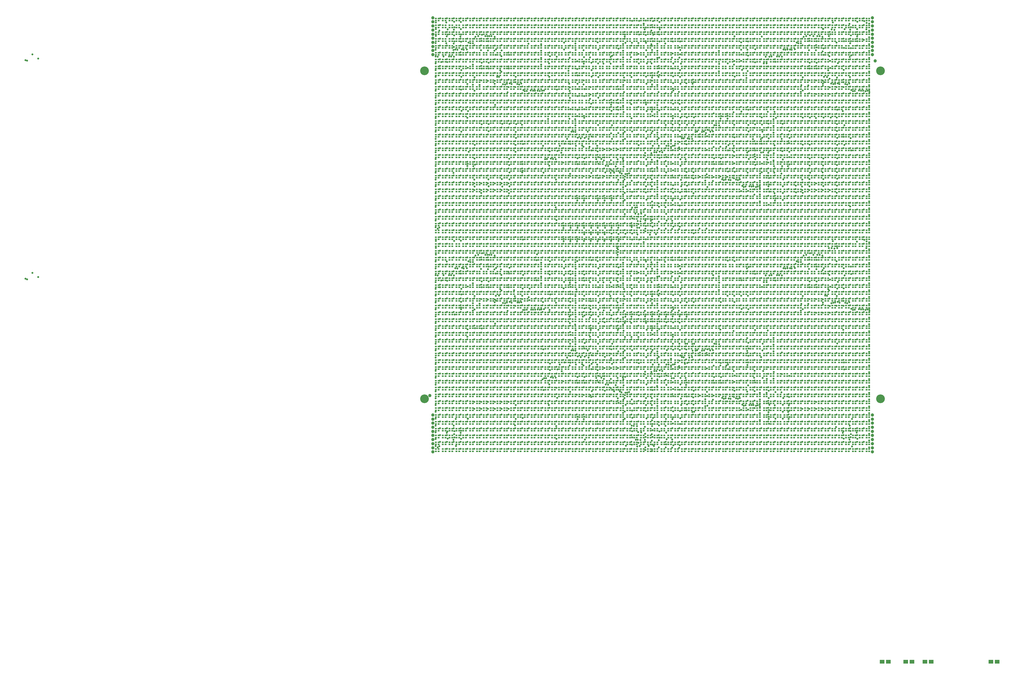
<source format=gts>
%FSLAX25Y25*%
%MOIN*%
G70*
G01*
G75*
G04 Layer_Color=8388736*
%ADD10R,0.06000X0.05000*%
%ADD11R,0.01772X0.01575*%
%ADD12C,0.02362*%
%ADD13C,0.00500*%
%ADD14C,0.01200*%
%ADD15C,0.01500*%
%ADD16C,0.01000*%
%ADD17C,0.00700*%
%ADD18C,0.01969*%
%ADD19C,0.03937*%
%ADD20C,0.11811*%
%ADD21C,0.02000*%
%ADD22C,0.03000*%
%ADD23C,0.01181*%
%ADD24C,0.02500*%
%ADD25C,0.02000*%
%ADD26C,0.01800*%
%ADD27C,0.04000*%
%ADD28C,0.02953*%
%ADD29C,0.05000*%
G04:AMPARAMS|DCode=30|XSize=39.95mil|YSize=37.83mil|CornerRadius=0mil|HoleSize=0mil|Usage=FLASHONLY|Rotation=45.000|XOffset=0mil|YOffset=0mil|HoleType=Round|Shape=Rectangle|*
%AMROTATEDRECTD30*
4,1,4,-0.00075,-0.02750,-0.02750,-0.00075,0.00075,0.02750,0.02750,0.00075,-0.00075,-0.02750,0.0*
%
%ADD30ROTATEDRECTD30*%

%ADD31R,0.05675X0.03500*%
G04:AMPARAMS|DCode=32|XSize=56.45mil|YSize=34.3mil|CornerRadius=0mil|HoleSize=0mil|Usage=FLASHONLY|Rotation=45.000|XOffset=0mil|YOffset=0mil|HoleType=Round|Shape=Rectangle|*
%AMROTATEDRECTD32*
4,1,4,-0.00783,-0.03208,-0.03208,-0.00783,0.00783,0.03208,0.03208,0.00783,-0.00783,-0.03208,0.0*
%
%ADD32ROTATEDRECTD32*%

%ADD33R,0.09875X0.04484*%
G04:AMPARAMS|DCode=34|XSize=28.19mil|YSize=14.85mil|CornerRadius=0mil|HoleSize=0mil|Usage=FLASHONLY|Rotation=45.000|XOffset=0mil|YOffset=0mil|HoleType=Round|Shape=Rectangle|*
%AMROTATEDRECTD34*
4,1,4,-0.00472,-0.01522,-0.01522,-0.00472,0.00472,0.01522,0.01522,0.00472,-0.00472,-0.01522,0.0*
%
%ADD34ROTATEDRECTD34*%

G04:AMPARAMS|DCode=35|XSize=16.97mil|YSize=36.77mil|CornerRadius=0mil|HoleSize=0mil|Usage=FLASHONLY|Rotation=45.000|XOffset=0mil|YOffset=0mil|HoleType=Round|Shape=Rectangle|*
%AMROTATEDRECTD35*
4,1,4,0.00700,-0.01900,-0.01900,0.00700,-0.00700,0.01900,0.01900,-0.00700,0.00700,-0.01900,0.0*
%
%ADD35ROTATEDRECTD35*%

%ADD36R,0.12600X0.04700*%
G04:AMPARAMS|DCode=37|XSize=41.72mil|YSize=19.61mil|CornerRadius=0mil|HoleSize=0mil|Usage=FLASHONLY|Rotation=45.000|XOffset=0mil|YOffset=0mil|HoleType=Round|Shape=Rectangle|*
%AMROTATEDRECTD37*
4,1,4,-0.00782,-0.02168,-0.02168,-0.00782,0.00782,0.02168,0.02168,0.00782,-0.00782,-0.02168,0.0*
%
%ADD37ROTATEDRECTD37*%

G04:AMPARAMS|DCode=38|XSize=20.86mil|YSize=37.15mil|CornerRadius=0mil|HoleSize=0mil|Usage=FLASHONLY|Rotation=45.000|XOffset=0mil|YOffset=0mil|HoleType=Round|Shape=Rectangle|*
%AMROTATEDRECTD38*
4,1,4,0.00576,-0.02051,-0.02051,0.00576,-0.00576,0.02051,0.02051,-0.00576,0.00576,-0.02051,0.0*
%
%ADD38ROTATEDRECTD38*%

%ADD39R,0.13700X0.04650*%
G04:AMPARAMS|DCode=40|XSize=45.9mil|YSize=34.29mil|CornerRadius=0mil|HoleSize=0mil|Usage=FLASHONLY|Rotation=45.000|XOffset=0mil|YOffset=0mil|HoleType=Round|Shape=Rectangle|*
%AMROTATEDRECTD40*
4,1,4,-0.00411,-0.02835,-0.02835,-0.00411,0.00411,0.02835,0.02835,0.00411,-0.00411,-0.02835,0.0*
%
%ADD40ROTATEDRECTD40*%

G04:AMPARAMS|DCode=41|XSize=21.21mil|YSize=44.19mil|CornerRadius=0mil|HoleSize=0mil|Usage=FLASHONLY|Rotation=45.000|XOffset=0mil|YOffset=0mil|HoleType=Round|Shape=Rectangle|*
%AMROTATEDRECTD41*
4,1,4,0.00812,-0.02312,-0.02312,0.00812,-0.00812,0.02312,0.02312,-0.00812,0.00812,-0.02312,0.0*
%
%ADD41ROTATEDRECTD41*%

%ADD42R,0.15900X0.04141*%
G04:AMPARAMS|DCode=43|XSize=19.91mil|YSize=40.5mil|CornerRadius=0mil|HoleSize=0mil|Usage=FLASHONLY|Rotation=45.000|XOffset=0mil|YOffset=0mil|HoleType=Round|Shape=Rectangle|*
%AMROTATEDRECTD43*
4,1,4,0.00728,-0.02136,-0.02136,0.00728,-0.00728,0.02136,0.02136,-0.00728,0.00728,-0.02136,0.0*
%
%ADD43ROTATEDRECTD43*%

%ADD44R,0.11436X0.03164*%
G04:AMPARAMS|DCode=45|XSize=50.91mil|YSize=50.91mil|CornerRadius=0mil|HoleSize=0mil|Usage=FLASHONLY|Rotation=45.000|XOffset=0mil|YOffset=0mil|HoleType=Round|Shape=Rectangle|*
%AMROTATEDRECTD45*
4,1,4,0.00000,-0.03600,-0.03600,0.00000,0.00000,0.03600,0.03600,0.00000,0.00000,-0.03600,0.0*
%
%ADD45ROTATEDRECTD45*%

G04:AMPARAMS|DCode=46|XSize=55.51mil|YSize=42.75mil|CornerRadius=0mil|HoleSize=0mil|Usage=FLASHONLY|Rotation=45.000|XOffset=0mil|YOffset=0mil|HoleType=Round|Shape=Rectangle|*
%AMROTATEDRECTD46*
4,1,4,-0.00451,-0.03474,-0.03474,-0.00451,0.00451,0.03474,0.03474,0.00451,-0.00451,-0.03474,0.0*
%
%ADD46ROTATEDRECTD46*%

%ADD47R,0.08050X0.07200*%
G04:AMPARAMS|DCode=48|XSize=24.37mil|YSize=44.08mil|CornerRadius=0mil|HoleSize=0mil|Usage=FLASHONLY|Rotation=45.000|XOffset=0mil|YOffset=0mil|HoleType=Round|Shape=Rectangle|*
%AMROTATEDRECTD48*
4,1,4,0.00697,-0.02420,-0.02420,0.00697,-0.00697,0.02420,0.02420,-0.00697,0.00697,-0.02420,0.0*
%
%ADD48ROTATEDRECTD48*%

%ADD49R,0.30653X0.03447*%
%ADD50R,0.19797X0.02000*%
G04:AMPARAMS|DCode=51|XSize=53.88mil|YSize=35.56mil|CornerRadius=0mil|HoleSize=0mil|Usage=FLASHONLY|Rotation=45.000|XOffset=0mil|YOffset=0mil|HoleType=Round|Shape=Rectangle|*
%AMROTATEDRECTD51*
4,1,4,-0.00647,-0.03162,-0.03162,-0.00647,0.00647,0.03162,0.03162,0.00647,-0.00647,-0.03162,0.0*
%
%ADD51ROTATEDRECTD51*%

G04:AMPARAMS|DCode=52|XSize=30.94mil|YSize=51.65mil|CornerRadius=0mil|HoleSize=0mil|Usage=FLASHONLY|Rotation=45.000|XOffset=0mil|YOffset=0mil|HoleType=Round|Shape=Rectangle|*
%AMROTATEDRECTD52*
4,1,4,0.00732,-0.02920,-0.02920,0.00732,-0.00732,0.02920,0.02920,-0.00732,0.00732,-0.02920,0.0*
%
%ADD52ROTATEDRECTD52*%

%ADD53R,0.16950X0.05119*%
G04:AMPARAMS|DCode=54|XSize=43.68mil|YSize=24.57mil|CornerRadius=0mil|HoleSize=0mil|Usage=FLASHONLY|Rotation=45.000|XOffset=0mil|YOffset=0mil|HoleType=Round|Shape=Rectangle|*
%AMROTATEDRECTD54*
4,1,4,-0.00676,-0.02413,-0.02413,-0.00676,0.00676,0.02413,0.02413,0.00676,-0.00676,-0.02413,0.0*
%
%ADD54ROTATEDRECTD54*%

G04:AMPARAMS|DCode=55|XSize=25.1mil|YSize=45.08mil|CornerRadius=0mil|HoleSize=0mil|Usage=FLASHONLY|Rotation=45.000|XOffset=0mil|YOffset=0mil|HoleType=Round|Shape=Rectangle|*
%AMROTATEDRECTD55*
4,1,4,0.00706,-0.02481,-0.02481,0.00706,-0.00706,0.02481,0.02481,-0.00706,0.00706,-0.02481,0.0*
%
%ADD55ROTATEDRECTD55*%

%ADD56R,0.15350X0.04267*%
G04:AMPARAMS|DCode=57|XSize=44.31mil|YSize=22.29mil|CornerRadius=0mil|HoleSize=0mil|Usage=FLASHONLY|Rotation=45.000|XOffset=0mil|YOffset=0mil|HoleType=Round|Shape=Rectangle|*
%AMROTATEDRECTD57*
4,1,4,-0.00778,-0.02355,-0.02355,-0.00778,0.00778,0.02355,0.02355,0.00778,-0.00778,-0.02355,0.0*
%
%ADD57ROTATEDRECTD57*%

G04:AMPARAMS|DCode=58|XSize=21.21mil|YSize=30.65mil|CornerRadius=0mil|HoleSize=0mil|Usage=FLASHONLY|Rotation=45.000|XOffset=0mil|YOffset=0mil|HoleType=Round|Shape=Rectangle|*
%AMROTATEDRECTD58*
4,1,4,0.00334,-0.01834,-0.01834,0.00334,-0.00334,0.01834,0.01834,-0.00334,0.00334,-0.01834,0.0*
%
%ADD58ROTATEDRECTD58*%

%ADD59R,0.16400X0.03444*%
G04:AMPARAMS|DCode=60|XSize=11.2mil|YSize=27.05mil|CornerRadius=0mil|HoleSize=0mil|Usage=FLASHONLY|Rotation=45.000|XOffset=0mil|YOffset=0mil|HoleType=Round|Shape=Rectangle|*
%AMROTATEDRECTD60*
4,1,4,0.00560,-0.01353,-0.01353,0.00560,-0.00560,0.01353,0.01353,-0.00560,0.00560,-0.01353,0.0*
%
%ADD60ROTATEDRECTD60*%

%ADD61R,0.15785X0.03225*%
G04:AMPARAMS|DCode=62|XSize=49.14mil|YSize=61.87mil|CornerRadius=0mil|HoleSize=0mil|Usage=FLASHONLY|Rotation=45.000|XOffset=0mil|YOffset=0mil|HoleType=Round|Shape=Rectangle|*
%AMROTATEDRECTD62*
4,1,4,0.00450,-0.03925,-0.03925,0.00450,-0.00450,0.03925,0.03925,-0.00450,0.00450,-0.03925,0.0*
%
%ADD62ROTATEDRECTD62*%

G04:AMPARAMS|DCode=63|XSize=54.09mil|YSize=54.09mil|CornerRadius=0mil|HoleSize=0mil|Usage=FLASHONLY|Rotation=45.000|XOffset=0mil|YOffset=0mil|HoleType=Round|Shape=Rectangle|*
%AMROTATEDRECTD63*
4,1,4,0.00000,-0.03825,-0.03825,0.00000,0.00000,0.03825,0.03825,0.00000,0.00000,-0.03825,0.0*
%
%ADD63ROTATEDRECTD63*%

%ADD64R,0.39400X0.07650*%
%ADD65R,0.03426X0.03425*%
G04:AMPARAMS|DCode=66|XSize=33.16mil|YSize=24.98mil|CornerRadius=0mil|HoleSize=0mil|Usage=FLASHONLY|Rotation=45.000|XOffset=0mil|YOffset=0mil|HoleType=Round|Shape=Rectangle|*
%AMROTATEDRECTD66*
4,1,4,-0.00289,-0.02056,-0.02056,-0.00289,0.00289,0.02056,0.02056,0.00289,-0.00289,-0.02056,0.0*
%
%ADD66ROTATEDRECTD66*%

G04:AMPARAMS|DCode=67|XSize=49.5mil|YSize=54.11mil|CornerRadius=0mil|HoleSize=0mil|Usage=FLASHONLY|Rotation=45.000|XOffset=0mil|YOffset=0mil|HoleType=Round|Shape=Rectangle|*
%AMROTATEDRECTD67*
4,1,4,0.00163,-0.03663,-0.03663,0.00163,-0.00163,0.03663,0.03663,-0.00163,0.00163,-0.03663,0.0*
%
%ADD67ROTATEDRECTD67*%

G04:AMPARAMS|DCode=68|XSize=61.52mil|YSize=32.44mil|CornerRadius=0mil|HoleSize=0mil|Usage=FLASHONLY|Rotation=45.000|XOffset=0mil|YOffset=0mil|HoleType=Round|Shape=Rectangle|*
%AMROTATEDRECTD68*
4,1,4,-0.01028,-0.03322,-0.03322,-0.01028,0.01028,0.03322,0.03322,0.01028,-0.01028,-0.03322,0.0*
%
%ADD68ROTATEDRECTD68*%

%ADD69R,0.08650X0.03851*%
%ADD70R,0.05100X0.06450*%
G04:AMPARAMS|DCode=71|XSize=49.72mil|YSize=59.41mil|CornerRadius=0mil|HoleSize=0mil|Usage=FLASHONLY|Rotation=45.000|XOffset=0mil|YOffset=0mil|HoleType=Round|Shape=Rectangle|*
%AMROTATEDRECTD71*
4,1,4,0.00342,-0.03858,-0.03858,0.00342,-0.00342,0.03858,0.03858,-0.00342,0.00342,-0.03858,0.0*
%
%ADD71ROTATEDRECTD71*%

G04:AMPARAMS|DCode=72|XSize=44.19mil|YSize=26.52mil|CornerRadius=0mil|HoleSize=0mil|Usage=FLASHONLY|Rotation=45.000|XOffset=0mil|YOffset=0mil|HoleType=Round|Shape=Rectangle|*
%AMROTATEDRECTD72*
4,1,4,-0.00625,-0.02500,-0.02500,-0.00625,0.00625,0.02500,0.02500,0.00625,-0.00625,-0.02500,0.0*
%
%ADD72ROTATEDRECTD72*%

%ADD73R,0.06550X0.04491*%
G04:AMPARAMS|DCode=74|XSize=30.68mil|YSize=19.45mil|CornerRadius=0mil|HoleSize=0mil|Usage=FLASHONLY|Rotation=45.000|XOffset=0mil|YOffset=0mil|HoleType=Round|Shape=Rectangle|*
%AMROTATEDRECTD74*
4,1,4,-0.00397,-0.01772,-0.01772,-0.00397,0.00397,0.01772,0.01772,0.00397,-0.00397,-0.01772,0.0*
%
%ADD74ROTATEDRECTD74*%

G04:AMPARAMS|DCode=75|XSize=12.5mil|YSize=30.89mil|CornerRadius=0mil|HoleSize=0mil|Usage=FLASHONLY|Rotation=45.000|XOffset=0mil|YOffset=0mil|HoleType=Round|Shape=Rectangle|*
%AMROTATEDRECTD75*
4,1,4,0.00650,-0.01534,-0.01534,0.00650,-0.00650,0.01534,0.01534,-0.00650,0.00650,-0.01534,0.0*
%
%ADD75ROTATEDRECTD75*%

%ADD76R,0.17800X0.03089*%
G04:AMPARAMS|DCode=77|XSize=38.54mil|YSize=34.81mil|CornerRadius=0mil|HoleSize=0mil|Usage=FLASHONLY|Rotation=45.000|XOffset=0mil|YOffset=0mil|HoleType=Round|Shape=Rectangle|*
%AMROTATEDRECTD77*
4,1,4,-0.00132,-0.02593,-0.02593,-0.00132,0.00132,0.02593,0.02593,0.00132,-0.00132,-0.02593,0.0*
%
%ADD77ROTATEDRECTD77*%

G04:AMPARAMS|DCode=78|XSize=22.1mil|YSize=41.64mil|CornerRadius=0mil|HoleSize=0mil|Usage=FLASHONLY|Rotation=45.000|XOffset=0mil|YOffset=0mil|HoleType=Round|Shape=Rectangle|*
%AMROTATEDRECTD78*
4,1,4,0.00691,-0.02254,-0.02254,0.00691,-0.00691,0.02254,0.02254,-0.00691,0.00691,-0.02254,0.0*
%
%ADD78ROTATEDRECTD78*%

%ADD79R,0.17425X0.04056*%
%ADD80R,0.20900X0.04218*%
G04:AMPARAMS|DCode=81|XSize=33.08mil|YSize=15.5mil|CornerRadius=0mil|HoleSize=0mil|Usage=FLASHONLY|Rotation=45.000|XOffset=0mil|YOffset=0mil|HoleType=Round|Shape=Rectangle|*
%AMROTATEDRECTD81*
4,1,4,-0.00622,-0.01718,-0.01718,-0.00622,0.00622,0.01718,0.01718,0.00622,-0.00622,-0.01718,0.0*
%
%ADD81ROTATEDRECTD81*%

G04:AMPARAMS|DCode=82|XSize=13.44mil|YSize=20.2mil|CornerRadius=0mil|HoleSize=0mil|Usage=FLASHONLY|Rotation=45.000|XOffset=0mil|YOffset=0mil|HoleType=Round|Shape=Rectangle|*
%AMROTATEDRECTD82*
4,1,4,0.00239,-0.01189,-0.01189,0.00239,-0.00239,0.01189,0.01189,-0.00239,0.00239,-0.01189,0.0*
%
%ADD82ROTATEDRECTD82*%

%ADD83R,0.20250X0.02924*%
G04:AMPARAMS|DCode=84|XSize=39.05mil|YSize=61.13mil|CornerRadius=0mil|HoleSize=0mil|Usage=FLASHONLY|Rotation=45.000|XOffset=0mil|YOffset=0mil|HoleType=Round|Shape=Rectangle|*
%AMROTATEDRECTD84*
4,1,4,0.00781,-0.03542,-0.03542,0.00781,-0.00781,0.03542,0.03542,-0.00781,0.00781,-0.03542,0.0*
%
%ADD84ROTATEDRECTD84*%

%ADD85R,0.04318X0.05741*%
G04:AMPARAMS|DCode=86|XSize=89.48mil|YSize=38.83mil|CornerRadius=0mil|HoleSize=0mil|Usage=FLASHONLY|Rotation=45.000|XOffset=0mil|YOffset=0mil|HoleType=Round|Shape=Rectangle|*
%AMROTATEDRECTD86*
4,1,4,-0.01791,-0.04536,-0.04536,-0.01791,0.01791,0.04536,0.04536,0.01791,-0.01791,-0.04536,0.0*
%
%ADD86ROTATEDRECTD86*%

%ADD87R,0.07950X0.05300*%
%ADD88R,0.15850X0.03600*%
%ADD89R,0.11050X0.05387*%
G04:AMPARAMS|DCode=90|XSize=55.16mil|YSize=28.83mil|CornerRadius=0mil|HoleSize=0mil|Usage=FLASHONLY|Rotation=45.000|XOffset=0mil|YOffset=0mil|HoleType=Round|Shape=Rectangle|*
%AMROTATEDRECTD90*
4,1,4,-0.00931,-0.02969,-0.02969,-0.00931,0.00931,0.02969,0.02969,0.00931,-0.00931,-0.02969,0.0*
%
%ADD90ROTATEDRECTD90*%

G04:AMPARAMS|DCode=91|XSize=23.5mil|YSize=54.19mil|CornerRadius=0mil|HoleSize=0mil|Usage=FLASHONLY|Rotation=45.000|XOffset=0mil|YOffset=0mil|HoleType=Round|Shape=Rectangle|*
%AMROTATEDRECTD91*
4,1,4,0.01085,-0.02747,-0.02747,0.01085,-0.01085,0.02747,0.02747,-0.01085,0.01085,-0.02747,0.0*
%
%ADD91ROTATEDRECTD91*%

%ADD92R,0.10810X0.04344*%
G04:AMPARAMS|DCode=93|XSize=26.24mil|YSize=43.76mil|CornerRadius=0mil|HoleSize=0mil|Usage=FLASHONLY|Rotation=45.000|XOffset=0mil|YOffset=0mil|HoleType=Round|Shape=Rectangle|*
%AMROTATEDRECTD93*
4,1,4,0.00620,-0.02475,-0.02475,0.00620,-0.00620,0.02475,0.02475,-0.00620,0.00620,-0.02475,0.0*
%
%ADD93ROTATEDRECTD93*%

G04:AMPARAMS|DCode=94|XSize=45.57mil|YSize=33.01mil|CornerRadius=0mil|HoleSize=0mil|Usage=FLASHONLY|Rotation=45.000|XOffset=0mil|YOffset=0mil|HoleType=Round|Shape=Rectangle|*
%AMROTATEDRECTD94*
4,1,4,-0.00444,-0.02778,-0.02778,-0.00444,0.00444,0.02778,0.02778,0.00444,-0.00444,-0.02778,0.0*
%
%ADD94ROTATEDRECTD94*%

%ADD95R,0.01800X0.03850*%
G04:AMPARAMS|DCode=96|XSize=41.49mil|YSize=32.01mil|CornerRadius=0mil|HoleSize=0mil|Usage=FLASHONLY|Rotation=45.000|XOffset=0mil|YOffset=0mil|HoleType=Round|Shape=Rectangle|*
%AMROTATEDRECTD96*
4,1,4,-0.00335,-0.02599,-0.02599,-0.00335,0.00335,0.02599,0.02599,0.00335,-0.00335,-0.02599,0.0*
%
%ADD96ROTATEDRECTD96*%

G04:AMPARAMS|DCode=97|XSize=26.36mil|YSize=39.33mil|CornerRadius=0mil|HoleSize=0mil|Usage=FLASHONLY|Rotation=45.000|XOffset=0mil|YOffset=0mil|HoleType=Round|Shape=Rectangle|*
%AMROTATEDRECTD97*
4,1,4,0.00459,-0.02323,-0.02323,0.00459,-0.00459,0.02323,0.02323,-0.00459,0.00459,-0.02323,0.0*
%
%ADD97ROTATEDRECTD97*%

%ADD98R,0.01700X0.02811*%
%ADD99C,0.00800*%
%ADD100R,0.23050X0.04550*%
%ADD101R,0.04724X0.01181*%
%ADD102R,0.01181X0.04724*%
%ADD103O,0.04724X0.01181*%
%ADD104R,0.22441X0.22441*%
%ADD105R,0.23622X0.05118*%
G04:AMPARAMS|DCode=106|XSize=51.18mil|YSize=236.22mil|CornerRadius=0mil|HoleSize=0mil|Usage=FLASHONLY|Rotation=90.000|XOffset=0mil|YOffset=0mil|HoleType=Round|Shape=Octagon|*
%AMOCTAGOND106*
4,1,8,-0.11811,-0.01280,-0.11811,0.01280,-0.10531,0.02559,0.10531,0.02559,0.11811,0.01280,0.11811,-0.01280,0.10531,-0.02559,-0.10531,-0.02559,-0.11811,-0.01280,0.0*
%
%ADD106OCTAGOND106*%

%ADD107O,0.05906X0.01378*%
%ADD108R,0.05906X0.01378*%
%ADD109O,0.05906X0.01378*%
%ADD110O,0.05906X0.01378*%
%ADD111O,0.08000X0.02400*%
%ADD112R,0.14173X0.06299*%
%ADD113R,0.06693X0.05906*%
%ADD114C,0.28740*%
%ADD115C,0.27559*%
%ADD116R,0.39370X0.07874*%
%ADD117R,0.03500X0.03000*%
%ADD118R,0.03000X0.03500*%
%ADD119C,0.03937*%
%ADD120C,0.01300*%
%ADD121C,0.02400*%
%ADD122R,0.05550X0.05400*%
%ADD123R,0.06500X0.02000*%
%ADD124R,0.07200X0.02050*%
G04:AMPARAMS|DCode=125|XSize=23.91mil|YSize=11.89mil|CornerRadius=0mil|HoleSize=0mil|Usage=FLASHONLY|Rotation=45.000|XOffset=0mil|YOffset=0mil|HoleType=Round|Shape=Rectangle|*
%AMROTATEDRECTD125*
4,1,4,-0.00425,-0.01266,-0.01266,-0.00425,0.00425,0.01266,0.01266,0.00425,-0.00425,-0.01266,0.0*
%
%ADD125ROTATEDRECTD125*%

%ADD126R,0.03650X0.01800*%
%ADD127R,0.05300X0.03650*%
G04:AMPARAMS|DCode=128|XSize=59.94mil|YSize=16.36mil|CornerRadius=0mil|HoleSize=0mil|Usage=FLASHONLY|Rotation=45.000|XOffset=0mil|YOffset=0mil|HoleType=Round|Shape=Rectangle|*
%AMROTATEDRECTD128*
4,1,4,-0.01541,-0.02698,-0.02698,-0.01541,0.01541,0.02698,0.02698,0.01541,-0.01541,-0.02698,0.0*
%
%ADD128ROTATEDRECTD128*%

G04:AMPARAMS|DCode=129|XSize=26.34mil|YSize=9.75mil|CornerRadius=0mil|HoleSize=0mil|Usage=FLASHONLY|Rotation=45.000|XOffset=0mil|YOffset=0mil|HoleType=Round|Shape=Rectangle|*
%AMROTATEDRECTD129*
4,1,4,-0.00587,-0.01276,-0.01276,-0.00587,0.00587,0.01276,0.01276,0.00587,-0.00587,-0.01276,0.0*
%
%ADD129ROTATEDRECTD129*%

%ADD130R,0.03700X0.01700*%
G04:AMPARAMS|DCode=131|XSize=51mil|YSize=30.5mil|CornerRadius=0mil|HoleSize=0mil|Usage=FLASHONLY|Rotation=45.000|XOffset=0mil|YOffset=0mil|HoleType=Round|Shape=Rectangle|*
%AMROTATEDRECTD131*
4,1,4,-0.00725,-0.02881,-0.02881,-0.00725,0.00725,0.02881,0.02881,0.00725,-0.00725,-0.02881,0.0*
%
%ADD131ROTATEDRECTD131*%

G04:AMPARAMS|DCode=132|XSize=75.31mil|YSize=40.5mil|CornerRadius=0mil|HoleSize=0mil|Usage=FLASHONLY|Rotation=45.000|XOffset=0mil|YOffset=0mil|HoleType=Round|Shape=Rectangle|*
%AMROTATEDRECTD132*
4,1,4,-0.01231,-0.04094,-0.04094,-0.01231,0.01231,0.04094,0.04094,0.01231,-0.01231,-0.04094,0.0*
%
%ADD132ROTATEDRECTD132*%

%ADD133R,0.06366X0.06084*%
G04:AMPARAMS|DCode=134|XSize=71.71mil|YSize=36.31mil|CornerRadius=0mil|HoleSize=0mil|Usage=FLASHONLY|Rotation=45.000|XOffset=0mil|YOffset=0mil|HoleType=Round|Shape=Rectangle|*
%AMROTATEDRECTD134*
4,1,4,-0.01252,-0.03819,-0.03819,-0.01252,0.01252,0.03819,0.03819,0.01252,-0.01252,-0.03819,0.0*
%
%ADD134ROTATEDRECTD134*%

%ADD135R,0.03850X0.09550*%
%ADD136R,0.04100X0.02600*%
G04:AMPARAMS|DCode=137|XSize=42.63mil|YSize=34.98mil|CornerRadius=0mil|HoleSize=0mil|Usage=FLASHONLY|Rotation=45.000|XOffset=0mil|YOffset=0mil|HoleType=Round|Shape=Rectangle|*
%AMROTATEDRECTD137*
4,1,4,-0.00270,-0.02744,-0.02744,-0.00270,0.00270,0.02744,0.02744,0.00270,-0.00270,-0.02744,0.0*
%
%ADD137ROTATEDRECTD137*%

%ADD138R,0.03800X0.06700*%
G04:AMPARAMS|DCode=139|XSize=76.72mil|YSize=39.96mil|CornerRadius=0mil|HoleSize=0mil|Usage=FLASHONLY|Rotation=45.000|XOffset=0mil|YOffset=0mil|HoleType=Round|Shape=Rectangle|*
%AMROTATEDRECTD139*
4,1,4,-0.01300,-0.04125,-0.04125,-0.01300,0.01300,0.04125,0.04125,0.01300,-0.01300,-0.04125,0.0*
%
%ADD139ROTATEDRECTD139*%

%ADD140R,0.01400X0.01150*%
G04:AMPARAMS|DCode=141|XSize=16.62mil|YSize=18.03mil|CornerRadius=0mil|HoleSize=0mil|Usage=FLASHONLY|Rotation=45.000|XOffset=0mil|YOffset=0mil|HoleType=Round|Shape=Rectangle|*
%AMROTATEDRECTD141*
4,1,4,0.00050,-0.01225,-0.01225,0.00050,-0.00050,0.01225,0.01225,-0.00050,0.00050,-0.01225,0.0*
%
%ADD141ROTATEDRECTD141*%

G04:AMPARAMS|DCode=142|XSize=36.42mil|YSize=74.95mil|CornerRadius=0mil|HoleSize=0mil|Usage=FLASHONLY|Rotation=45.000|XOffset=0mil|YOffset=0mil|HoleType=Round|Shape=Rectangle|*
%AMROTATEDRECTD142*
4,1,4,0.01363,-0.03938,-0.03938,0.01363,-0.01363,0.03938,0.03938,-0.01363,0.01363,-0.03938,0.0*
%
%ADD142ROTATEDRECTD142*%

%ADD143R,0.03350X0.01200*%
%ADD144R,0.00950X0.00950*%
G04:AMPARAMS|DCode=145|XSize=15.2mil|YSize=20.51mil|CornerRadius=0mil|HoleSize=0mil|Usage=FLASHONLY|Rotation=45.000|XOffset=0mil|YOffset=0mil|HoleType=Round|Shape=Rectangle|*
%AMROTATEDRECTD145*
4,1,4,0.00188,-0.01263,-0.01263,0.00188,-0.00188,0.01263,0.01263,-0.00188,0.00188,-0.01263,0.0*
%
%ADD145ROTATEDRECTD145*%

G04:AMPARAMS|DCode=146|XSize=10.26mil|YSize=9.19mil|CornerRadius=0mil|HoleSize=0mil|Usage=FLASHONLY|Rotation=45.000|XOffset=0mil|YOffset=0mil|HoleType=Round|Shape=Rectangle|*
%AMROTATEDRECTD146*
4,1,4,-0.00038,-0.00688,-0.00688,-0.00038,0.00038,0.00688,0.00688,0.00038,-0.00038,-0.00688,0.0*
%
%ADD146ROTATEDRECTD146*%

%ADD147R,0.11900X0.04050*%
%ADD148R,0.07050X0.04550*%
%ADD149R,0.10850X0.05500*%
%ADD150R,0.02800X0.02050*%
G04:AMPARAMS|DCode=151|XSize=57.98mil|YSize=72.83mil|CornerRadius=0mil|HoleSize=0mil|Usage=FLASHONLY|Rotation=45.000|XOffset=0mil|YOffset=0mil|HoleType=Round|Shape=Rectangle|*
%AMROTATEDRECTD151*
4,1,4,0.00525,-0.04625,-0.04625,0.00525,-0.00525,0.04625,0.04625,-0.00525,0.00525,-0.04625,0.0*
%
%ADD151ROTATEDRECTD151*%

%ADD152R,0.03200X0.02000*%
G04:AMPARAMS|DCode=153|XSize=26.75mil|YSize=44.55mil|CornerRadius=0mil|HoleSize=0mil|Usage=FLASHONLY|Rotation=45.000|XOffset=0mil|YOffset=0mil|HoleType=Round|Shape=Rectangle|*
%AMROTATEDRECTD153*
4,1,4,0.00629,-0.02521,-0.02521,0.00629,-0.00629,0.02521,0.02521,-0.00629,0.00629,-0.02521,0.0*
%
%ADD153ROTATEDRECTD153*%

%ADD154R,0.10100X0.05150*%
%ADD155R,0.02875X0.02875*%
G04:AMPARAMS|DCode=156|XSize=40.66mil|YSize=26.52mil|CornerRadius=0mil|HoleSize=0mil|Usage=FLASHONLY|Rotation=45.000|XOffset=0mil|YOffset=0mil|HoleType=Round|Shape=Rectangle|*
%AMROTATEDRECTD156*
4,1,4,-0.00500,-0.02375,-0.02375,-0.00500,0.00500,0.02375,0.02375,0.00500,-0.00500,-0.02375,0.0*
%
%ADD156ROTATEDRECTD156*%

%ADD157R,0.05800X0.05050*%
%ADD158R,0.04300X0.05500*%
G04:AMPARAMS|DCode=159|XSize=32.5mil|YSize=23.72mil|CornerRadius=0mil|HoleSize=0mil|Usage=FLASHONLY|Rotation=45.000|XOffset=0mil|YOffset=0mil|HoleType=Round|Shape=Rectangle|*
%AMROTATEDRECTD159*
4,1,4,-0.00310,-0.01988,-0.01988,-0.00310,0.00310,0.01988,0.01988,0.00310,-0.00310,-0.01988,0.0*
%
%ADD159ROTATEDRECTD159*%

G04:AMPARAMS|DCode=160|XSize=60.46mil|YSize=29.46mil|CornerRadius=0mil|HoleSize=0mil|Usage=FLASHONLY|Rotation=45.000|XOffset=0mil|YOffset=0mil|HoleType=Round|Shape=Rectangle|*
%AMROTATEDRECTD160*
4,1,4,-0.01096,-0.03179,-0.03179,-0.01096,0.01096,0.03179,0.03179,0.01096,-0.01096,-0.03179,0.0*
%
%ADD160ROTATEDRECTD160*%

G04:AMPARAMS|DCode=161|XSize=39.95mil|YSize=17.32mil|CornerRadius=0mil|HoleSize=0mil|Usage=FLASHONLY|Rotation=45.000|XOffset=0mil|YOffset=0mil|HoleType=Round|Shape=Rectangle|*
%AMROTATEDRECTD161*
4,1,4,-0.00800,-0.02025,-0.02025,-0.00800,0.00800,0.02025,0.02025,0.00800,-0.00800,-0.02025,0.0*
%
%ADD161ROTATEDRECTD161*%

%ADD162R,0.03250X0.01400*%
%ADD163R,0.08800X0.04350*%
G04:AMPARAMS|DCode=164|XSize=60.08mil|YSize=31.97mil|CornerRadius=0mil|HoleSize=0mil|Usage=FLASHONLY|Rotation=45.000|XOffset=0mil|YOffset=0mil|HoleType=Round|Shape=Rectangle|*
%AMROTATEDRECTD164*
4,1,4,-0.00994,-0.03255,-0.03255,-0.00994,0.00994,0.03255,0.03255,0.00994,-0.00994,-0.03255,0.0*
%
%ADD164ROTATEDRECTD164*%

%ADD165R,0.10800X0.04197*%
G04:AMPARAMS|DCode=166|XSize=121.95mil|YSize=27mil|CornerRadius=0mil|HoleSize=0mil|Usage=FLASHONLY|Rotation=45.000|XOffset=0mil|YOffset=0mil|HoleType=Round|Shape=Rectangle|*
%AMROTATEDRECTD166*
4,1,4,-0.03357,-0.05266,-0.05266,-0.03357,0.03357,0.05266,0.05266,0.03357,-0.03357,-0.05266,0.0*
%
%ADD166ROTATEDRECTD166*%

G04:AMPARAMS|DCode=167|XSize=73.2mil|YSize=30.03mil|CornerRadius=0mil|HoleSize=0mil|Usage=FLASHONLY|Rotation=45.000|XOffset=0mil|YOffset=0mil|HoleType=Round|Shape=Rectangle|*
%AMROTATEDRECTD167*
4,1,4,-0.01526,-0.03650,-0.03650,-0.01526,0.01526,0.03650,0.03650,0.01526,-0.01526,-0.03650,0.0*
%
%ADD167ROTATEDRECTD167*%

%ADD168R,0.03500X0.03739*%
G04:AMPARAMS|DCode=169|XSize=50.28mil|YSize=115.53mil|CornerRadius=0mil|HoleSize=0mil|Usage=FLASHONLY|Rotation=45.000|XOffset=0mil|YOffset=0mil|HoleType=Round|Shape=Rectangle|*
%AMROTATEDRECTD169*
4,1,4,0.02307,-0.05863,-0.05863,0.02307,-0.02307,0.05863,0.05863,-0.02307,0.02307,-0.05863,0.0*
%
%ADD169ROTATEDRECTD169*%

%ADD170R,0.03000X0.01400*%
G04:AMPARAMS|DCode=171|XSize=88.39mil|YSize=26.16mil|CornerRadius=0mil|HoleSize=0mil|Usage=FLASHONLY|Rotation=45.000|XOffset=0mil|YOffset=0mil|HoleType=Round|Shape=Rectangle|*
%AMROTATEDRECTD171*
4,1,4,-0.02200,-0.04050,-0.04050,-0.02200,0.02200,0.04050,0.04050,0.02200,-0.02200,-0.04050,0.0*
%
%ADD171ROTATEDRECTD171*%

%ADD172R,0.01500X0.00850*%
%ADD173R,0.02950X0.00550*%
%ADD174R,0.04495X0.00539*%
%ADD175R,0.05033X0.00267*%
%ADD176R,0.11325X0.03675*%
G04:AMPARAMS|DCode=177|XSize=16.5mil|YSize=27.4mil|CornerRadius=0mil|HoleSize=0mil|Usage=FLASHONLY|Rotation=45.000|XOffset=0mil|YOffset=0mil|HoleType=Round|Shape=Rectangle|*
%AMROTATEDRECTD177*
4,1,4,0.00385,-0.01552,-0.01552,0.00385,-0.00385,0.01552,0.01552,-0.00385,0.00385,-0.01552,0.0*
%
%ADD177ROTATEDRECTD177*%

G04:AMPARAMS|DCode=178|XSize=33.59mil|YSize=16.58mil|CornerRadius=0mil|HoleSize=0mil|Usage=FLASHONLY|Rotation=45.000|XOffset=0mil|YOffset=0mil|HoleType=Round|Shape=Rectangle|*
%AMROTATEDRECTD178*
4,1,4,-0.00601,-0.01774,-0.01774,-0.00601,0.00601,0.01774,0.01774,0.00601,-0.00601,-0.01774,0.0*
%
%ADD178ROTATEDRECTD178*%

%ADD179R,0.01938X0.01738*%
%ADD180R,0.09700X0.04050*%
%ADD181R,0.11490X0.04244*%
G04:AMPARAMS|DCode=182|XSize=8.9mil|YSize=45.61mil|CornerRadius=0mil|HoleSize=0mil|Usage=FLASHONLY|Rotation=45.000|XOffset=0mil|YOffset=0mil|HoleType=Round|Shape=Rectangle|*
%AMROTATEDRECTD182*
4,1,4,0.01298,-0.01927,-0.01927,0.01298,-0.01298,0.01927,0.01927,-0.01298,0.01298,-0.01927,0.0*
%
%ADD182ROTATEDRECTD182*%

G04:AMPARAMS|DCode=183|XSize=14.86mil|YSize=45.02mil|CornerRadius=0mil|HoleSize=0mil|Usage=FLASHONLY|Rotation=45.000|XOffset=0mil|YOffset=0mil|HoleType=Round|Shape=Rectangle|*
%AMROTATEDRECTD183*
4,1,4,0.01066,-0.02117,-0.02117,0.01066,-0.01066,0.02117,0.02117,-0.01066,0.01066,-0.02117,0.0*
%
%ADD183ROTATEDRECTD183*%

G04:AMPARAMS|DCode=184|XSize=76.01mil|YSize=41.72mil|CornerRadius=0mil|HoleSize=0mil|Usage=FLASHONLY|Rotation=45.000|XOffset=0mil|YOffset=0mil|HoleType=Round|Shape=Rectangle|*
%AMROTATEDRECTD184*
4,1,4,-0.01213,-0.04163,-0.04163,-0.01213,0.01213,0.04163,0.04163,0.01213,-0.01213,-0.04163,0.0*
%
%ADD184ROTATEDRECTD184*%

%ADD185R,0.11350X0.03407*%
G04:AMPARAMS|DCode=186|XSize=88.04mil|YSize=26.16mil|CornerRadius=0mil|HoleSize=0mil|Usage=FLASHONLY|Rotation=45.000|XOffset=0mil|YOffset=0mil|HoleType=Round|Shape=Rectangle|*
%AMROTATEDRECTD186*
4,1,4,-0.02188,-0.04038,-0.04038,-0.02188,0.02188,0.04038,0.04038,0.02188,-0.02188,-0.04038,0.0*
%
%ADD186ROTATEDRECTD186*%

%ADD187R,0.16950X0.05250*%
%ADD188R,0.26650X0.05100*%
%ADD189R,0.80250X0.04000*%
%ADD190R,0.05065X0.05200*%
%ADD191R,0.04215X0.07050*%
%ADD192R,0.05550X0.02200*%
%ADD193R,0.05250X0.02300*%
%ADD194R,0.04600X0.01828*%
%ADD195R,0.06250X0.02250*%
%ADD196R,0.09700X0.01850*%
%ADD197R,0.09825X0.01900*%
%ADD198R,0.07500X0.02050*%
%ADD199R,0.08400X0.02100*%
%ADD200R,0.04500X0.00950*%
%ADD201R,0.04600X0.02000*%
%ADD202R,0.06196X0.01600*%
%ADD203R,0.10850X0.04600*%
%ADD204R,0.11300X0.04300*%
%ADD205R,0.04350X0.05935*%
%ADD206R,0.04683X0.08778*%
%ADD207R,0.04632X0.06500*%
%ADD208R,0.03150X0.05678*%
%ADD209R,0.03950X0.07450*%
%ADD210R,0.05350X0.05600*%
%ADD211R,0.02250X0.08900*%
%ADD212R,0.04250X0.06950*%
%ADD213R,0.04550X0.06750*%
%ADD214R,0.03400X0.09050*%
%ADD215R,0.03813X0.15800*%
%ADD216R,0.05250X0.16900*%
%ADD217R,0.04650X0.17300*%
%ADD218R,0.04000X0.20100*%
%ADD219R,0.61500X0.03450*%
%ADD220R,0.61650X0.03500*%
%ADD221R,0.04750X0.08300*%
%ADD222R,0.04450X0.07622*%
%ADD223R,0.03800X0.08372*%
%ADD224R,0.03795X0.03650*%
%ADD225R,0.04100X0.08100*%
%ADD226R,0.04200X0.08300*%
%ADD227R,0.02050X0.07500*%
%ADD228R,0.15200X0.02400*%
%ADD229R,0.17441X0.01950*%
%ADD230R,0.16294X0.01600*%
%ADD231R,0.03300X0.02700*%
%ADD232R,0.04300X0.49800*%
%ADD233R,0.01800X0.02300*%
%ADD234R,0.03775X0.01225*%
%ADD235C,0.00200*%
%ADD236C,0.00787*%
%ADD237C,0.00600*%
%ADD238R,0.06800X0.05800*%
%ADD239R,0.02572X0.02375*%
%ADD240C,0.03162*%
%ADD241C,0.02769*%
%ADD242C,0.04737*%
%ADD243C,0.12611*%
%ADD244C,0.02800*%
D238*
X1060240Y-47517D02*
D03*
X1069240D02*
D03*
X1103233D02*
D03*
X1130866D02*
D03*
X1121866D02*
D03*
X1094233D02*
D03*
X1216863Y-47267D02*
D03*
X1225863D02*
D03*
D239*
X510076Y787224D02*
D03*
X506139Y790373D02*
D03*
Y787224D02*
D03*
X510076Y790373D02*
D03*
X1021893Y741138D02*
D03*
X1017956Y737988D02*
D03*
Y741138D02*
D03*
X1021893Y737988D02*
D03*
Y747831D02*
D03*
X1017956Y750980D02*
D03*
Y747831D02*
D03*
X1021893Y750980D02*
D03*
X1012050D02*
D03*
X1008113Y747831D02*
D03*
Y750980D02*
D03*
X1012050Y747831D02*
D03*
X1031729D02*
D03*
X1027792Y750980D02*
D03*
Y747831D02*
D03*
X1031729Y750980D02*
D03*
Y741138D02*
D03*
X1027792Y737988D02*
D03*
Y741138D02*
D03*
X1031729Y737988D02*
D03*
X1041572Y747831D02*
D03*
X1037635Y750980D02*
D03*
Y747831D02*
D03*
X1041572Y750980D02*
D03*
Y741138D02*
D03*
X1037635Y737988D02*
D03*
Y741138D02*
D03*
X1041572Y737988D02*
D03*
X1012044Y610036D02*
D03*
X1008107Y613185D02*
D03*
Y610036D02*
D03*
X1012044Y613185D02*
D03*
Y603343D02*
D03*
X1008107Y600193D02*
D03*
Y603343D02*
D03*
X1012044Y600193D02*
D03*
Y590350D02*
D03*
X1008107Y593500D02*
D03*
Y590350D02*
D03*
X1012044Y593500D02*
D03*
Y583658D02*
D03*
X1008107Y580508D02*
D03*
Y583658D02*
D03*
X1012044Y580508D02*
D03*
Y570665D02*
D03*
X1008107Y573815D02*
D03*
Y570665D02*
D03*
X1012044Y573815D02*
D03*
Y810036D02*
D03*
X1008107Y806886D02*
D03*
Y810036D02*
D03*
X1012044Y806886D02*
D03*
Y797043D02*
D03*
X1008107Y800193D02*
D03*
Y797043D02*
D03*
X1012044Y800193D02*
D03*
X1021887D02*
D03*
X1017950Y797043D02*
D03*
Y800193D02*
D03*
X1021887Y797043D02*
D03*
Y806886D02*
D03*
X1017950Y810036D02*
D03*
Y806886D02*
D03*
X1021887Y810036D02*
D03*
X1021893Y760823D02*
D03*
X1017956Y757673D02*
D03*
Y760823D02*
D03*
X1021893Y757673D02*
D03*
X1012044D02*
D03*
X1008107Y760823D02*
D03*
Y757673D02*
D03*
X1012044Y760823D02*
D03*
X1021887Y770665D02*
D03*
X1017950Y767516D02*
D03*
Y770665D02*
D03*
X1021887Y767516D02*
D03*
Y777358D02*
D03*
X1017950Y780508D02*
D03*
Y777358D02*
D03*
X1021887Y780508D02*
D03*
X1012044Y770665D02*
D03*
X1008107Y767516D02*
D03*
Y770665D02*
D03*
X1012044Y767516D02*
D03*
Y777358D02*
D03*
X1008107Y780508D02*
D03*
Y777358D02*
D03*
X1012044Y780508D02*
D03*
Y790350D02*
D03*
X1008107Y787201D02*
D03*
Y790350D02*
D03*
X1012044Y787201D02*
D03*
X1021887D02*
D03*
X1017950Y790350D02*
D03*
Y787201D02*
D03*
X1021887Y790350D02*
D03*
X1012044Y819878D02*
D03*
X1008107Y816728D02*
D03*
Y819878D02*
D03*
X1012044Y816728D02*
D03*
X1021887D02*
D03*
X1017950Y819878D02*
D03*
Y816728D02*
D03*
X1021887Y819878D02*
D03*
Y829720D02*
D03*
X1017950Y826571D02*
D03*
Y829720D02*
D03*
X1021887Y826571D02*
D03*
X1012044D02*
D03*
X1008107Y829720D02*
D03*
Y826571D02*
D03*
X1012044Y829720D02*
D03*
X1021887Y839563D02*
D03*
X1017950Y836413D02*
D03*
Y839563D02*
D03*
X1021887Y836413D02*
D03*
X1012044D02*
D03*
X1008107Y839563D02*
D03*
Y836413D02*
D03*
X1012044Y839563D02*
D03*
X1021887Y849406D02*
D03*
X1017950Y846256D02*
D03*
Y849406D02*
D03*
X1021887Y846256D02*
D03*
Y856098D02*
D03*
X1017950Y859248D02*
D03*
Y856098D02*
D03*
X1021887Y859248D02*
D03*
X1012044Y849406D02*
D03*
X1008107Y846256D02*
D03*
Y849406D02*
D03*
X1012044Y846256D02*
D03*
Y856098D02*
D03*
X1008107Y859248D02*
D03*
Y856098D02*
D03*
X1012044Y859248D02*
D03*
Y869091D02*
D03*
X1008107Y865941D02*
D03*
Y869091D02*
D03*
X1012044Y865941D02*
D03*
X1012050Y875784D02*
D03*
X1008113Y878933D02*
D03*
Y875784D02*
D03*
X1012050Y878933D02*
D03*
X1021887Y869091D02*
D03*
X1017950Y865941D02*
D03*
Y869091D02*
D03*
X1021887Y865941D02*
D03*
X1021893Y875784D02*
D03*
X1017956Y878933D02*
D03*
Y875784D02*
D03*
X1021893Y878933D02*
D03*
X1012044Y731295D02*
D03*
X1008107Y728146D02*
D03*
Y731295D02*
D03*
X1012044Y728146D02*
D03*
Y718303D02*
D03*
X1008107Y721453D02*
D03*
Y718303D02*
D03*
X1012044Y721453D02*
D03*
X1021887Y731295D02*
D03*
X1017950Y728146D02*
D03*
Y731295D02*
D03*
X1021887Y728146D02*
D03*
Y718303D02*
D03*
X1017950Y721453D02*
D03*
Y718303D02*
D03*
X1021887Y721453D02*
D03*
Y583658D02*
D03*
X1017950Y580508D02*
D03*
Y583658D02*
D03*
X1021887Y580508D02*
D03*
Y590350D02*
D03*
X1017950Y593500D02*
D03*
Y590350D02*
D03*
X1021887Y593500D02*
D03*
Y603343D02*
D03*
X1017950Y600193D02*
D03*
Y603343D02*
D03*
X1021887Y600193D02*
D03*
Y570665D02*
D03*
X1017950Y573815D02*
D03*
Y570665D02*
D03*
X1021887Y573815D02*
D03*
Y613185D02*
D03*
X1017950Y610036D02*
D03*
Y613185D02*
D03*
X1021887Y610036D02*
D03*
Y619878D02*
D03*
X1017950Y623028D02*
D03*
Y619878D02*
D03*
X1021887Y623028D02*
D03*
Y632870D02*
D03*
X1017950Y629720D02*
D03*
Y632870D02*
D03*
X1021887Y629720D02*
D03*
Y639563D02*
D03*
X1017950Y642713D02*
D03*
Y639563D02*
D03*
X1021887Y642713D02*
D03*
Y652555D02*
D03*
X1017950Y649406D02*
D03*
Y652555D02*
D03*
X1021887Y649406D02*
D03*
Y659248D02*
D03*
X1017950Y662398D02*
D03*
Y659248D02*
D03*
X1021887Y662398D02*
D03*
Y672240D02*
D03*
X1017950Y669091D02*
D03*
Y672240D02*
D03*
X1021887Y669091D02*
D03*
Y698618D02*
D03*
X1017950Y701768D02*
D03*
Y698618D02*
D03*
X1021887Y701768D02*
D03*
Y691925D02*
D03*
X1017950Y688776D02*
D03*
Y691925D02*
D03*
X1021887Y688776D02*
D03*
Y708461D02*
D03*
X1017950Y711610D02*
D03*
Y708461D02*
D03*
X1021887Y711610D02*
D03*
Y682083D02*
D03*
X1017950Y678933D02*
D03*
Y682083D02*
D03*
X1021887Y678933D02*
D03*
X1012044Y708461D02*
D03*
X1008107Y711610D02*
D03*
Y708461D02*
D03*
X1012044Y711610D02*
D03*
Y701768D02*
D03*
X1008107Y698618D02*
D03*
Y701768D02*
D03*
X1012044Y698618D02*
D03*
Y688776D02*
D03*
X1008107Y691925D02*
D03*
Y688776D02*
D03*
X1012044Y691925D02*
D03*
Y682083D02*
D03*
X1008107Y678933D02*
D03*
Y682083D02*
D03*
X1012044Y678933D02*
D03*
Y669091D02*
D03*
X1008107Y672240D02*
D03*
Y669091D02*
D03*
X1012044Y672240D02*
D03*
Y662398D02*
D03*
X1008107Y659248D02*
D03*
Y662398D02*
D03*
X1012044Y659248D02*
D03*
Y649406D02*
D03*
X1008107Y652555D02*
D03*
Y649406D02*
D03*
X1012044Y652555D02*
D03*
Y642713D02*
D03*
X1008107Y639563D02*
D03*
Y642713D02*
D03*
X1012044Y639563D02*
D03*
Y629720D02*
D03*
X1008107Y632870D02*
D03*
Y629720D02*
D03*
X1012044Y632870D02*
D03*
Y623028D02*
D03*
X1008107Y619878D02*
D03*
Y623028D02*
D03*
X1012044Y619878D02*
D03*
X1041572Y875784D02*
D03*
X1037635Y878933D02*
D03*
Y875784D02*
D03*
X1041572Y878933D02*
D03*
X1041578Y810036D02*
D03*
X1037641Y806886D02*
D03*
Y810036D02*
D03*
X1041578Y806886D02*
D03*
X1031735Y826571D02*
D03*
X1027798Y829720D02*
D03*
Y826571D02*
D03*
X1031735Y829720D02*
D03*
X1041578D02*
D03*
X1037641Y826571D02*
D03*
Y829720D02*
D03*
X1041578Y826571D02*
D03*
Y816728D02*
D03*
X1037641Y819878D02*
D03*
Y816728D02*
D03*
X1041578Y819878D02*
D03*
X1031735D02*
D03*
X1027798Y816728D02*
D03*
Y819878D02*
D03*
X1031735Y816728D02*
D03*
X1041578Y797043D02*
D03*
X1037641Y800193D02*
D03*
Y797043D02*
D03*
X1041578Y800193D02*
D03*
Y790350D02*
D03*
X1037641Y787201D02*
D03*
Y790350D02*
D03*
X1041578Y787201D02*
D03*
X1031735Y797043D02*
D03*
X1027798Y800193D02*
D03*
Y797043D02*
D03*
X1031735Y800193D02*
D03*
Y790350D02*
D03*
X1027798Y787201D02*
D03*
Y790350D02*
D03*
X1031735Y787201D02*
D03*
Y777358D02*
D03*
X1027798Y780508D02*
D03*
Y777358D02*
D03*
X1031735Y780508D02*
D03*
X1041578Y869091D02*
D03*
X1037641Y865941D02*
D03*
Y869091D02*
D03*
X1041578Y865941D02*
D03*
X1031735Y767516D02*
D03*
X1027798Y770665D02*
D03*
Y767516D02*
D03*
X1031735Y770665D02*
D03*
X1041578Y780508D02*
D03*
X1037641Y777358D02*
D03*
Y780508D02*
D03*
X1041578Y777358D02*
D03*
Y767516D02*
D03*
X1037641Y770665D02*
D03*
Y767516D02*
D03*
X1041578Y770665D02*
D03*
X1031729Y760823D02*
D03*
X1027792Y757673D02*
D03*
Y760823D02*
D03*
X1031729Y757673D02*
D03*
X1041572D02*
D03*
X1037635Y760823D02*
D03*
Y757673D02*
D03*
X1041572Y760823D02*
D03*
X1031735Y731295D02*
D03*
X1027798Y728146D02*
D03*
Y731295D02*
D03*
X1031735Y728146D02*
D03*
X1041578D02*
D03*
X1037641Y731295D02*
D03*
Y728146D02*
D03*
X1041578Y731295D02*
D03*
X1031735Y859248D02*
D03*
X1027798Y856098D02*
D03*
Y859248D02*
D03*
X1031735Y856098D02*
D03*
X1041578Y718303D02*
D03*
X1037641Y721453D02*
D03*
Y718303D02*
D03*
X1041578Y721453D02*
D03*
Y711610D02*
D03*
X1037641Y708461D02*
D03*
Y711610D02*
D03*
X1041578Y708461D02*
D03*
X1031735Y875784D02*
D03*
X1027798Y878933D02*
D03*
Y875784D02*
D03*
X1031735Y878933D02*
D03*
X1031735Y869091D02*
D03*
X1027798Y865941D02*
D03*
Y869091D02*
D03*
X1031735Y865941D02*
D03*
Y718303D02*
D03*
X1027798Y721453D02*
D03*
Y718303D02*
D03*
X1031735Y721453D02*
D03*
Y711610D02*
D03*
X1027798Y708461D02*
D03*
Y711610D02*
D03*
X1031735Y708461D02*
D03*
Y698618D02*
D03*
X1027798Y701768D02*
D03*
Y698618D02*
D03*
X1031735Y701768D02*
D03*
Y691925D02*
D03*
X1027798Y688776D02*
D03*
Y691925D02*
D03*
X1031735Y688776D02*
D03*
X1041578Y698618D02*
D03*
X1037641Y701768D02*
D03*
Y698618D02*
D03*
X1041578Y701768D02*
D03*
X1031735Y849406D02*
D03*
X1027798Y846256D02*
D03*
Y849406D02*
D03*
X1031735Y846256D02*
D03*
X1041578Y688776D02*
D03*
X1037641Y691925D02*
D03*
Y688776D02*
D03*
X1041578Y691925D02*
D03*
X1031735Y682083D02*
D03*
X1027798Y678933D02*
D03*
Y682083D02*
D03*
X1031735Y678933D02*
D03*
X1041578D02*
D03*
X1037641Y682083D02*
D03*
Y678933D02*
D03*
X1041578Y682083D02*
D03*
X1031735Y672240D02*
D03*
X1027798Y669091D02*
D03*
Y672240D02*
D03*
X1031735Y669091D02*
D03*
X1041578D02*
D03*
X1037641Y672240D02*
D03*
Y669091D02*
D03*
X1041578Y672240D02*
D03*
Y662398D02*
D03*
X1037641Y659248D02*
D03*
Y662398D02*
D03*
X1041578Y659248D02*
D03*
X1031735D02*
D03*
X1027798Y662398D02*
D03*
Y659248D02*
D03*
X1031735Y662398D02*
D03*
X1041578Y632870D02*
D03*
X1037641Y629720D02*
D03*
Y632870D02*
D03*
X1041578Y629720D02*
D03*
X1031735D02*
D03*
X1027798Y632870D02*
D03*
Y629720D02*
D03*
X1031735Y632870D02*
D03*
Y623028D02*
D03*
X1027798Y619878D02*
D03*
Y623028D02*
D03*
X1031735Y619878D02*
D03*
X1041578Y856098D02*
D03*
X1037641Y859248D02*
D03*
Y856098D02*
D03*
X1041578Y859248D02*
D03*
X1031735Y613185D02*
D03*
X1027798Y610036D02*
D03*
Y613185D02*
D03*
X1031735Y610036D02*
D03*
X1041578Y619878D02*
D03*
X1037641Y623028D02*
D03*
Y619878D02*
D03*
X1041578Y623028D02*
D03*
Y613185D02*
D03*
X1037641Y610036D02*
D03*
Y613185D02*
D03*
X1041578Y610036D02*
D03*
X1031735Y600193D02*
D03*
X1027798Y603343D02*
D03*
Y600193D02*
D03*
X1031735Y603343D02*
D03*
X1041578D02*
D03*
X1037641Y600193D02*
D03*
Y603343D02*
D03*
X1041578Y600193D02*
D03*
X1031729Y570665D02*
D03*
X1027792Y573815D02*
D03*
Y570665D02*
D03*
X1031729Y573815D02*
D03*
X1041572D02*
D03*
X1037635Y570665D02*
D03*
Y573815D02*
D03*
X1041572Y570665D02*
D03*
X1031735Y590350D02*
D03*
X1027798Y593500D02*
D03*
Y590350D02*
D03*
X1031735Y593500D02*
D03*
X1041578D02*
D03*
X1037641Y590350D02*
D03*
Y593500D02*
D03*
X1041578Y590350D02*
D03*
Y580508D02*
D03*
X1037641Y583658D02*
D03*
Y580508D02*
D03*
X1041578Y583658D02*
D03*
Y849406D02*
D03*
X1037641Y846256D02*
D03*
Y849406D02*
D03*
X1041578Y846256D02*
D03*
X1031735Y580508D02*
D03*
X1027798Y583658D02*
D03*
Y580508D02*
D03*
X1031735Y583658D02*
D03*
X1041578Y652555D02*
D03*
X1037641Y649406D02*
D03*
Y652555D02*
D03*
X1041578Y649406D02*
D03*
Y639563D02*
D03*
X1037641Y642713D02*
D03*
Y639563D02*
D03*
X1041578Y642713D02*
D03*
X1031735D02*
D03*
X1027798Y639563D02*
D03*
Y642713D02*
D03*
X1031735Y639563D02*
D03*
Y649406D02*
D03*
X1027798Y652555D02*
D03*
Y649406D02*
D03*
X1031735Y652555D02*
D03*
Y839563D02*
D03*
X1027798Y836413D02*
D03*
Y839563D02*
D03*
X1031735Y836413D02*
D03*
X1041578D02*
D03*
X1037641Y839563D02*
D03*
Y836413D02*
D03*
X1041578Y839563D02*
D03*
X1031735Y810036D02*
D03*
X1027798Y806886D02*
D03*
Y810036D02*
D03*
X1031735Y806886D02*
D03*
X1012044Y295075D02*
D03*
X1008107Y298224D02*
D03*
Y295075D02*
D03*
X1012044Y298224D02*
D03*
Y288382D02*
D03*
X1008107Y285232D02*
D03*
Y288382D02*
D03*
X1012044Y285232D02*
D03*
Y275390D02*
D03*
X1008107Y278539D02*
D03*
Y275390D02*
D03*
X1012044Y278539D02*
D03*
Y268697D02*
D03*
X1008107Y265547D02*
D03*
Y268697D02*
D03*
X1012044Y265547D02*
D03*
Y255705D02*
D03*
X1008107Y258854D02*
D03*
Y255705D02*
D03*
X1012044Y258854D02*
D03*
Y495075D02*
D03*
X1008107Y491925D02*
D03*
Y495075D02*
D03*
X1012044Y491925D02*
D03*
Y482083D02*
D03*
X1008107Y485232D02*
D03*
Y482083D02*
D03*
X1012044Y485232D02*
D03*
X1021887D02*
D03*
X1017950Y482083D02*
D03*
Y485232D02*
D03*
X1021887Y482083D02*
D03*
Y491925D02*
D03*
X1017950Y495075D02*
D03*
Y491925D02*
D03*
X1021887Y495075D02*
D03*
X1012044Y426177D02*
D03*
X1008107Y423028D02*
D03*
Y426177D02*
D03*
X1012044Y423028D02*
D03*
X1021887D02*
D03*
X1017950Y426177D02*
D03*
Y423028D02*
D03*
X1021887Y426177D02*
D03*
Y436020D02*
D03*
X1017950Y432870D02*
D03*
Y436020D02*
D03*
X1021887Y432870D02*
D03*
X1012044D02*
D03*
X1008107Y436020D02*
D03*
Y432870D02*
D03*
X1012044Y436020D02*
D03*
X1021887Y445862D02*
D03*
X1017950Y442713D02*
D03*
Y445862D02*
D03*
X1021887Y442713D02*
D03*
X1012044D02*
D03*
X1008107Y445862D02*
D03*
Y442713D02*
D03*
X1012044Y445862D02*
D03*
X1021887Y455705D02*
D03*
X1017950Y452555D02*
D03*
Y455705D02*
D03*
X1021887Y452555D02*
D03*
Y462398D02*
D03*
X1017950Y465547D02*
D03*
Y462398D02*
D03*
X1021887Y465547D02*
D03*
X1012044Y455705D02*
D03*
X1008107Y452555D02*
D03*
Y455705D02*
D03*
X1012044Y452555D02*
D03*
Y462398D02*
D03*
X1008107Y465547D02*
D03*
Y462398D02*
D03*
X1012044Y465547D02*
D03*
Y475390D02*
D03*
X1008107Y472240D02*
D03*
Y475390D02*
D03*
X1012044Y472240D02*
D03*
X1021887D02*
D03*
X1017950Y475390D02*
D03*
Y472240D02*
D03*
X1021887Y475390D02*
D03*
X1012044Y504917D02*
D03*
X1008107Y501768D02*
D03*
Y504917D02*
D03*
X1012044Y501768D02*
D03*
X1021887D02*
D03*
X1017950Y504917D02*
D03*
Y501768D02*
D03*
X1021887Y504917D02*
D03*
Y514760D02*
D03*
X1017950Y511610D02*
D03*
Y514760D02*
D03*
X1021887Y511610D02*
D03*
X1012044D02*
D03*
X1008107Y514760D02*
D03*
Y511610D02*
D03*
X1012044Y514760D02*
D03*
X1021887Y524602D02*
D03*
X1017950Y521453D02*
D03*
Y524602D02*
D03*
X1021887Y521453D02*
D03*
X1012044D02*
D03*
X1008107Y524602D02*
D03*
Y521453D02*
D03*
X1012044Y524602D02*
D03*
X1021887Y534445D02*
D03*
X1017950Y531295D02*
D03*
Y534445D02*
D03*
X1021887Y531295D02*
D03*
Y541138D02*
D03*
X1017950Y544287D02*
D03*
Y541138D02*
D03*
X1021887Y544287D02*
D03*
X1012044Y534445D02*
D03*
X1008107Y531295D02*
D03*
Y534445D02*
D03*
X1012044Y531295D02*
D03*
Y541138D02*
D03*
X1008107Y544287D02*
D03*
Y541138D02*
D03*
X1012044Y544287D02*
D03*
Y554130D02*
D03*
X1008107Y550980D02*
D03*
Y554130D02*
D03*
X1012044Y550980D02*
D03*
Y560823D02*
D03*
X1008107Y563972D02*
D03*
Y560823D02*
D03*
X1012044Y563972D02*
D03*
X1021887Y554130D02*
D03*
X1017950Y550980D02*
D03*
Y554130D02*
D03*
X1021887Y550980D02*
D03*
Y560823D02*
D03*
X1017950Y563972D02*
D03*
Y560823D02*
D03*
X1021887Y563972D02*
D03*
X1012044Y416335D02*
D03*
X1008107Y413185D02*
D03*
Y416335D02*
D03*
X1012044Y413185D02*
D03*
Y403342D02*
D03*
X1008107Y406492D02*
D03*
Y403342D02*
D03*
X1012044Y406492D02*
D03*
X1021887Y416335D02*
D03*
X1017950Y413185D02*
D03*
Y416335D02*
D03*
X1021887Y413185D02*
D03*
Y403342D02*
D03*
X1017950Y406492D02*
D03*
Y403342D02*
D03*
X1021887Y406492D02*
D03*
Y268697D02*
D03*
X1017950Y265547D02*
D03*
Y268697D02*
D03*
X1021887Y265547D02*
D03*
Y275390D02*
D03*
X1017950Y278539D02*
D03*
Y275390D02*
D03*
X1021887Y278539D02*
D03*
Y288382D02*
D03*
X1017950Y285232D02*
D03*
Y288382D02*
D03*
X1021887Y285232D02*
D03*
Y255705D02*
D03*
X1017950Y258854D02*
D03*
Y255705D02*
D03*
X1021887Y258854D02*
D03*
Y298224D02*
D03*
X1017950Y295075D02*
D03*
Y298224D02*
D03*
X1021887Y295075D02*
D03*
Y304917D02*
D03*
X1017950Y308067D02*
D03*
Y304917D02*
D03*
X1021887Y308067D02*
D03*
Y317909D02*
D03*
X1017950Y314760D02*
D03*
Y317909D02*
D03*
X1021887Y314760D02*
D03*
Y324602D02*
D03*
X1017950Y327752D02*
D03*
Y324602D02*
D03*
X1021887Y327752D02*
D03*
Y337595D02*
D03*
X1017950Y334445D02*
D03*
Y337595D02*
D03*
X1021887Y334445D02*
D03*
Y344287D02*
D03*
X1017950Y347437D02*
D03*
Y344287D02*
D03*
X1021887Y347437D02*
D03*
Y357279D02*
D03*
X1017950Y354130D02*
D03*
Y357279D02*
D03*
X1021887Y354130D02*
D03*
Y383658D02*
D03*
X1017950Y386807D02*
D03*
Y383658D02*
D03*
X1021887Y386807D02*
D03*
Y376964D02*
D03*
X1017950Y373815D02*
D03*
Y376964D02*
D03*
X1021887Y373815D02*
D03*
Y393500D02*
D03*
X1017950Y396650D02*
D03*
Y393500D02*
D03*
X1021887Y396650D02*
D03*
Y367122D02*
D03*
X1017950Y363972D02*
D03*
Y367122D02*
D03*
X1021887Y363972D02*
D03*
X1012044Y393500D02*
D03*
X1008107Y396650D02*
D03*
Y393500D02*
D03*
X1012044Y396650D02*
D03*
Y386807D02*
D03*
X1008107Y383658D02*
D03*
Y386807D02*
D03*
X1012044Y383658D02*
D03*
Y373815D02*
D03*
X1008107Y376964D02*
D03*
Y373815D02*
D03*
X1012044Y376964D02*
D03*
Y367122D02*
D03*
X1008107Y363972D02*
D03*
Y367122D02*
D03*
X1012044Y363972D02*
D03*
Y354130D02*
D03*
X1008107Y357279D02*
D03*
Y354130D02*
D03*
X1012044Y357279D02*
D03*
Y347437D02*
D03*
X1008107Y344287D02*
D03*
Y347437D02*
D03*
X1012044Y344287D02*
D03*
Y334445D02*
D03*
X1008107Y337595D02*
D03*
Y334445D02*
D03*
X1012044Y337595D02*
D03*
Y327752D02*
D03*
X1008107Y324602D02*
D03*
Y327752D02*
D03*
X1012044Y324602D02*
D03*
Y314760D02*
D03*
X1008107Y317909D02*
D03*
Y314760D02*
D03*
X1012044Y317909D02*
D03*
Y308067D02*
D03*
X1008107Y304917D02*
D03*
Y308067D02*
D03*
X1012044Y304917D02*
D03*
X1041572Y560823D02*
D03*
X1037635Y563972D02*
D03*
Y560823D02*
D03*
X1041572Y563972D02*
D03*
X1041578Y495075D02*
D03*
X1037641Y491925D02*
D03*
Y495075D02*
D03*
X1041578Y491925D02*
D03*
X1031735Y511610D02*
D03*
X1027798Y514760D02*
D03*
Y511610D02*
D03*
X1031735Y514760D02*
D03*
X1041578D02*
D03*
X1037641Y511610D02*
D03*
Y514760D02*
D03*
X1041578Y511610D02*
D03*
Y501768D02*
D03*
X1037641Y504917D02*
D03*
Y501768D02*
D03*
X1041578Y504917D02*
D03*
X1031735D02*
D03*
X1027798Y501768D02*
D03*
Y504917D02*
D03*
X1031735Y501768D02*
D03*
X1041578Y482083D02*
D03*
X1037641Y485232D02*
D03*
Y482083D02*
D03*
X1041578Y485232D02*
D03*
Y475390D02*
D03*
X1037641Y472240D02*
D03*
Y475390D02*
D03*
X1041578Y472240D02*
D03*
X1031735Y482083D02*
D03*
X1027798Y485232D02*
D03*
Y482083D02*
D03*
X1031735Y485232D02*
D03*
Y475390D02*
D03*
X1027798Y472240D02*
D03*
Y475390D02*
D03*
X1031735Y472240D02*
D03*
Y462398D02*
D03*
X1027798Y465547D02*
D03*
Y462398D02*
D03*
X1031735Y465547D02*
D03*
X1041578Y554130D02*
D03*
X1037641Y550980D02*
D03*
Y554130D02*
D03*
X1041578Y550980D02*
D03*
X1031735Y452555D02*
D03*
X1027798Y455705D02*
D03*
Y452555D02*
D03*
X1031735Y455705D02*
D03*
X1041578Y465547D02*
D03*
X1037641Y462398D02*
D03*
Y465547D02*
D03*
X1041578Y462398D02*
D03*
Y452555D02*
D03*
X1037641Y455705D02*
D03*
Y452555D02*
D03*
X1041578Y455705D02*
D03*
X1031735Y445862D02*
D03*
X1027798Y442713D02*
D03*
Y445862D02*
D03*
X1031735Y442713D02*
D03*
X1041578D02*
D03*
X1037641Y445862D02*
D03*
Y442713D02*
D03*
X1041578Y445862D02*
D03*
X1031735Y416335D02*
D03*
X1027798Y413185D02*
D03*
Y416335D02*
D03*
X1031735Y413185D02*
D03*
X1041578D02*
D03*
X1037641Y416335D02*
D03*
Y413185D02*
D03*
X1041578Y416335D02*
D03*
X1031735Y436020D02*
D03*
X1027798Y432870D02*
D03*
Y436020D02*
D03*
X1031735Y432870D02*
D03*
X1041578D02*
D03*
X1037641Y436020D02*
D03*
Y432870D02*
D03*
X1041578Y436020D02*
D03*
Y426177D02*
D03*
X1037641Y423028D02*
D03*
Y426177D02*
D03*
X1041578Y423028D02*
D03*
X1031735Y541138D02*
D03*
X1027798Y544287D02*
D03*
Y541138D02*
D03*
X1031735Y544287D02*
D03*
Y426177D02*
D03*
X1027798Y423028D02*
D03*
Y426177D02*
D03*
X1031735Y423028D02*
D03*
X1041578Y403342D02*
D03*
X1037641Y406492D02*
D03*
Y403342D02*
D03*
X1041578Y406492D02*
D03*
Y396650D02*
D03*
X1037641Y393500D02*
D03*
Y396650D02*
D03*
X1041578Y393500D02*
D03*
X1031729Y560823D02*
D03*
X1027792Y563972D02*
D03*
Y560823D02*
D03*
X1031729Y563972D02*
D03*
X1031735Y554130D02*
D03*
X1027798Y550980D02*
D03*
Y554130D02*
D03*
X1031735Y550980D02*
D03*
Y403342D02*
D03*
X1027798Y406492D02*
D03*
Y403342D02*
D03*
X1031735Y406492D02*
D03*
Y396650D02*
D03*
X1027798Y393500D02*
D03*
Y396650D02*
D03*
X1031735Y393500D02*
D03*
Y383658D02*
D03*
X1027798Y386807D02*
D03*
Y383658D02*
D03*
X1031735Y386807D02*
D03*
Y376964D02*
D03*
X1027798Y373815D02*
D03*
Y376964D02*
D03*
X1031735Y373815D02*
D03*
X1041578Y383658D02*
D03*
X1037641Y386807D02*
D03*
Y383658D02*
D03*
X1041578Y386807D02*
D03*
X1031735Y534445D02*
D03*
X1027798Y531295D02*
D03*
Y534445D02*
D03*
X1031735Y531295D02*
D03*
X1041578Y373815D02*
D03*
X1037641Y376964D02*
D03*
Y373815D02*
D03*
X1041578Y376964D02*
D03*
X1031735Y367122D02*
D03*
X1027798Y363972D02*
D03*
Y367122D02*
D03*
X1031735Y363972D02*
D03*
X1041578D02*
D03*
X1037641Y367122D02*
D03*
Y363972D02*
D03*
X1041578Y367122D02*
D03*
X1031735Y357279D02*
D03*
X1027798Y354130D02*
D03*
Y357279D02*
D03*
X1031735Y354130D02*
D03*
X1041578D02*
D03*
X1037641Y357279D02*
D03*
Y354130D02*
D03*
X1041578Y357279D02*
D03*
Y347437D02*
D03*
X1037641Y344287D02*
D03*
Y347437D02*
D03*
X1041578Y344287D02*
D03*
X1031735D02*
D03*
X1027798Y347437D02*
D03*
Y344287D02*
D03*
X1031735Y347437D02*
D03*
X1041578Y317909D02*
D03*
X1037641Y314760D02*
D03*
Y317909D02*
D03*
X1041578Y314760D02*
D03*
X1031735D02*
D03*
X1027798Y317909D02*
D03*
Y314760D02*
D03*
X1031735Y317909D02*
D03*
Y308067D02*
D03*
X1027798Y304917D02*
D03*
Y308067D02*
D03*
X1031735Y304917D02*
D03*
X1041578Y541138D02*
D03*
X1037641Y544287D02*
D03*
Y541138D02*
D03*
X1041578Y544287D02*
D03*
X1031735Y298224D02*
D03*
X1027798Y295075D02*
D03*
Y298224D02*
D03*
X1031735Y295075D02*
D03*
X1041578Y304917D02*
D03*
X1037641Y308067D02*
D03*
Y304917D02*
D03*
X1041578Y308067D02*
D03*
Y298224D02*
D03*
X1037641Y295075D02*
D03*
Y298224D02*
D03*
X1041578Y295075D02*
D03*
X1031735Y285232D02*
D03*
X1027798Y288382D02*
D03*
Y285232D02*
D03*
X1031735Y288382D02*
D03*
X1041578D02*
D03*
X1037641Y285232D02*
D03*
Y288382D02*
D03*
X1041578Y285232D02*
D03*
X1031735Y255705D02*
D03*
X1027798Y258854D02*
D03*
Y255705D02*
D03*
X1031735Y258854D02*
D03*
X1041578Y258854D02*
D03*
X1037641Y255705D02*
D03*
Y258854D02*
D03*
X1041578Y255705D02*
D03*
X1031735Y275390D02*
D03*
X1027798Y278539D02*
D03*
Y275390D02*
D03*
X1031735Y278539D02*
D03*
X1041578D02*
D03*
X1037641Y275390D02*
D03*
Y278539D02*
D03*
X1041578Y275390D02*
D03*
Y265547D02*
D03*
X1037641Y268697D02*
D03*
Y265547D02*
D03*
X1041578Y268697D02*
D03*
Y534445D02*
D03*
X1037641Y531295D02*
D03*
Y534445D02*
D03*
X1041578Y531295D02*
D03*
X1031735Y265547D02*
D03*
X1027798Y268697D02*
D03*
Y265547D02*
D03*
X1031735Y268697D02*
D03*
X1041578Y337595D02*
D03*
X1037641Y334445D02*
D03*
Y337595D02*
D03*
X1041578Y334445D02*
D03*
Y324602D02*
D03*
X1037641Y327752D02*
D03*
Y324602D02*
D03*
X1041578Y327752D02*
D03*
X1031735D02*
D03*
X1027798Y324602D02*
D03*
Y327752D02*
D03*
X1031735Y324602D02*
D03*
Y334445D02*
D03*
X1027798Y337595D02*
D03*
Y334445D02*
D03*
X1031735Y337595D02*
D03*
Y524602D02*
D03*
X1027798Y521453D02*
D03*
Y524602D02*
D03*
X1031735Y521453D02*
D03*
X1041578D02*
D03*
X1037641Y524602D02*
D03*
Y521453D02*
D03*
X1041578Y524602D02*
D03*
X1031735Y495075D02*
D03*
X1027798Y491925D02*
D03*
Y495075D02*
D03*
X1031735Y491925D02*
D03*
X854564Y865964D02*
D03*
X850627Y869113D02*
D03*
Y865964D02*
D03*
X854564Y869113D02*
D03*
Y859271D02*
D03*
X850627Y856121D02*
D03*
Y859271D02*
D03*
X854564Y856121D02*
D03*
Y846279D02*
D03*
X850627Y849428D02*
D03*
Y846279D02*
D03*
X854564Y849428D02*
D03*
X864406Y859271D02*
D03*
X860469Y856121D02*
D03*
Y859271D02*
D03*
X864406Y856121D02*
D03*
Y846279D02*
D03*
X860469Y849428D02*
D03*
Y846279D02*
D03*
X864406Y849428D02*
D03*
X854564Y839586D02*
D03*
X850627Y836436D02*
D03*
Y839586D02*
D03*
X854564Y836436D02*
D03*
X864406D02*
D03*
X860469Y839586D02*
D03*
Y836436D02*
D03*
X864406Y839586D02*
D03*
X844721Y869113D02*
D03*
X840784Y865964D02*
D03*
Y869113D02*
D03*
X844721Y865964D02*
D03*
X834879D02*
D03*
X830942Y869113D02*
D03*
Y865964D02*
D03*
X834879Y869113D02*
D03*
Y859271D02*
D03*
X830942Y856121D02*
D03*
Y859271D02*
D03*
X834879Y856121D02*
D03*
Y846279D02*
D03*
X830942Y849428D02*
D03*
Y846279D02*
D03*
X834879Y849428D02*
D03*
X844721Y859271D02*
D03*
X840784Y856121D02*
D03*
Y859271D02*
D03*
X844721Y856121D02*
D03*
Y846279D02*
D03*
X840784Y849428D02*
D03*
Y846279D02*
D03*
X844721Y849428D02*
D03*
X834879Y839586D02*
D03*
X830942Y836436D02*
D03*
Y839586D02*
D03*
X834879Y836436D02*
D03*
X844721D02*
D03*
X840784Y839586D02*
D03*
Y836436D02*
D03*
X844721Y839586D02*
D03*
X825036D02*
D03*
X821099Y836436D02*
D03*
Y839586D02*
D03*
X825036Y836436D02*
D03*
Y865964D02*
D03*
X821099Y869113D02*
D03*
Y865964D02*
D03*
X825036Y869113D02*
D03*
Y849428D02*
D03*
X821099Y846279D02*
D03*
Y849428D02*
D03*
X825036Y846279D02*
D03*
Y856121D02*
D03*
X821099Y859271D02*
D03*
Y856121D02*
D03*
X825036Y859271D02*
D03*
X815194Y839586D02*
D03*
X811257Y836436D02*
D03*
Y839586D02*
D03*
X815194Y836436D02*
D03*
Y846279D02*
D03*
X811257Y849428D02*
D03*
Y846279D02*
D03*
X815194Y849428D02*
D03*
Y859271D02*
D03*
X811257Y856121D02*
D03*
Y859271D02*
D03*
X815194Y856121D02*
D03*
Y865964D02*
D03*
X811257Y869113D02*
D03*
Y865964D02*
D03*
X815194Y869113D02*
D03*
X805351D02*
D03*
X801414Y865964D02*
D03*
Y869113D02*
D03*
X805351Y865964D02*
D03*
X795509D02*
D03*
X791572Y869113D02*
D03*
Y865964D02*
D03*
X795509Y869113D02*
D03*
Y859271D02*
D03*
X791572Y856121D02*
D03*
Y859271D02*
D03*
X795509Y856121D02*
D03*
Y846279D02*
D03*
X791572Y849428D02*
D03*
Y846279D02*
D03*
X795509Y849428D02*
D03*
X805351Y859271D02*
D03*
X801414Y856121D02*
D03*
Y859271D02*
D03*
X805351Y856121D02*
D03*
Y846279D02*
D03*
X801414Y849428D02*
D03*
Y846279D02*
D03*
X805351Y849428D02*
D03*
X795509Y839586D02*
D03*
X791572Y836436D02*
D03*
Y839586D02*
D03*
X795509Y836436D02*
D03*
X805351D02*
D03*
X801414Y839586D02*
D03*
Y836436D02*
D03*
X805351Y839586D02*
D03*
X785666D02*
D03*
X781729Y836436D02*
D03*
Y839586D02*
D03*
X785666Y836436D02*
D03*
Y865964D02*
D03*
X781729Y869113D02*
D03*
Y865964D02*
D03*
X785666Y869113D02*
D03*
Y849428D02*
D03*
X781729Y846279D02*
D03*
Y849428D02*
D03*
X785666Y846279D02*
D03*
Y856121D02*
D03*
X781729Y859271D02*
D03*
Y856121D02*
D03*
X785666Y859271D02*
D03*
X775824Y839586D02*
D03*
X771887Y836436D02*
D03*
Y839586D02*
D03*
X775824Y836436D02*
D03*
Y846279D02*
D03*
X771887Y849428D02*
D03*
Y846279D02*
D03*
X775824Y849428D02*
D03*
Y859271D02*
D03*
X771887Y856121D02*
D03*
Y859271D02*
D03*
X775824Y856121D02*
D03*
Y865964D02*
D03*
X771887Y869113D02*
D03*
Y865964D02*
D03*
X775824Y869113D02*
D03*
X765981D02*
D03*
X762044Y865964D02*
D03*
Y869113D02*
D03*
X765981Y865964D02*
D03*
Y856121D02*
D03*
X762044Y859271D02*
D03*
Y856121D02*
D03*
X765981Y859271D02*
D03*
Y849428D02*
D03*
X762044Y846279D02*
D03*
Y849428D02*
D03*
X765981Y846279D02*
D03*
Y836436D02*
D03*
X762044Y839586D02*
D03*
Y836436D02*
D03*
X765981Y839586D02*
D03*
X756139Y869113D02*
D03*
X752202Y865964D02*
D03*
Y869113D02*
D03*
X756139Y865964D02*
D03*
Y856121D02*
D03*
X752202Y859271D02*
D03*
Y856121D02*
D03*
X756139Y859271D02*
D03*
Y849428D02*
D03*
X752202Y846279D02*
D03*
Y849428D02*
D03*
X756139Y846279D02*
D03*
Y836436D02*
D03*
X752202Y839586D02*
D03*
Y836436D02*
D03*
X756139Y839586D02*
D03*
X746296Y869113D02*
D03*
X742359Y865964D02*
D03*
Y869113D02*
D03*
X746296Y865964D02*
D03*
Y836436D02*
D03*
X742359Y839586D02*
D03*
Y836436D02*
D03*
X746296Y839586D02*
D03*
Y849428D02*
D03*
X742359Y846279D02*
D03*
Y849428D02*
D03*
X746296Y846279D02*
D03*
Y856121D02*
D03*
X742359Y859271D02*
D03*
Y856121D02*
D03*
X746296Y859271D02*
D03*
X736453Y869113D02*
D03*
X732516Y865964D02*
D03*
Y869113D02*
D03*
X736453Y865964D02*
D03*
Y836436D02*
D03*
X732516Y839586D02*
D03*
Y836436D02*
D03*
X736453Y839586D02*
D03*
Y849428D02*
D03*
X732516Y846279D02*
D03*
Y849428D02*
D03*
X736453Y846279D02*
D03*
Y856121D02*
D03*
X732516Y859271D02*
D03*
Y856121D02*
D03*
X736453Y859271D02*
D03*
X874249Y810058D02*
D03*
X870312Y806909D02*
D03*
Y810058D02*
D03*
X874249Y806909D02*
D03*
X884091D02*
D03*
X880154Y810058D02*
D03*
Y806909D02*
D03*
X884091Y810058D02*
D03*
X874249Y829743D02*
D03*
X870312Y826594D02*
D03*
Y829743D02*
D03*
X874249Y826594D02*
D03*
X884091D02*
D03*
X880154Y829743D02*
D03*
Y826594D02*
D03*
X884091Y829743D02*
D03*
Y819901D02*
D03*
X880154Y816751D02*
D03*
Y819901D02*
D03*
X884091Y816751D02*
D03*
X874249D02*
D03*
X870312Y819901D02*
D03*
Y816751D02*
D03*
X874249Y819901D02*
D03*
X884091Y800216D02*
D03*
X880154Y797066D02*
D03*
Y800216D02*
D03*
X884091Y797066D02*
D03*
Y787224D02*
D03*
X880154Y790373D02*
D03*
Y787224D02*
D03*
X884091Y790373D02*
D03*
X874249Y800216D02*
D03*
X870312Y797066D02*
D03*
Y800216D02*
D03*
X874249Y797066D02*
D03*
Y787224D02*
D03*
X870312Y790373D02*
D03*
Y787224D02*
D03*
X874249Y790373D02*
D03*
X854564Y829743D02*
D03*
X850627Y826594D02*
D03*
Y829743D02*
D03*
X854564Y826594D02*
D03*
X864406D02*
D03*
X860469Y829743D02*
D03*
Y826594D02*
D03*
X864406Y829743D02*
D03*
Y819901D02*
D03*
X860469Y816751D02*
D03*
Y819901D02*
D03*
X864406Y816751D02*
D03*
X854564D02*
D03*
X850627Y819901D02*
D03*
Y816751D02*
D03*
X854564Y819901D02*
D03*
X864406Y790373D02*
D03*
X860469Y787224D02*
D03*
Y790373D02*
D03*
X864406Y787224D02*
D03*
X854564D02*
D03*
X850627Y790373D02*
D03*
Y787224D02*
D03*
X854564Y790373D02*
D03*
X864406Y810058D02*
D03*
X860469Y806909D02*
D03*
Y810058D02*
D03*
X864406Y806909D02*
D03*
Y797066D02*
D03*
X860469Y800216D02*
D03*
Y797066D02*
D03*
X864406Y800216D02*
D03*
X854564D02*
D03*
X850627Y797066D02*
D03*
Y800216D02*
D03*
X854564Y797066D02*
D03*
Y806909D02*
D03*
X850627Y810058D02*
D03*
Y806909D02*
D03*
X854564Y810058D02*
D03*
X834879Y829743D02*
D03*
X830942Y826594D02*
D03*
Y829743D02*
D03*
X834879Y826594D02*
D03*
X844721D02*
D03*
X840784Y829743D02*
D03*
Y826594D02*
D03*
X844721Y829743D02*
D03*
Y819901D02*
D03*
X840784Y816751D02*
D03*
Y819901D02*
D03*
X844721Y816751D02*
D03*
X834879D02*
D03*
X830942Y819901D02*
D03*
Y816751D02*
D03*
X834879Y819901D02*
D03*
X844721Y790373D02*
D03*
X840784Y787224D02*
D03*
Y790373D02*
D03*
X844721Y787224D02*
D03*
X834879D02*
D03*
X830942Y790373D02*
D03*
Y787224D02*
D03*
X834879Y790373D02*
D03*
X844721Y810058D02*
D03*
X840784Y806909D02*
D03*
Y810058D02*
D03*
X844721Y806909D02*
D03*
Y797066D02*
D03*
X840784Y800216D02*
D03*
Y797066D02*
D03*
X844721Y800216D02*
D03*
X834879D02*
D03*
X830942Y797066D02*
D03*
Y800216D02*
D03*
X834879Y797066D02*
D03*
Y806909D02*
D03*
X830942Y810058D02*
D03*
Y806909D02*
D03*
X834879Y810058D02*
D03*
X825036Y829743D02*
D03*
X821099Y826594D02*
D03*
Y829743D02*
D03*
X825036Y826594D02*
D03*
Y816751D02*
D03*
X821099Y819901D02*
D03*
Y816751D02*
D03*
X825036Y819901D02*
D03*
Y810058D02*
D03*
X821099Y806909D02*
D03*
Y810058D02*
D03*
X825036Y806909D02*
D03*
Y797066D02*
D03*
X821099Y800216D02*
D03*
Y797066D02*
D03*
X825036Y800216D02*
D03*
Y790373D02*
D03*
X821099Y787224D02*
D03*
Y790373D02*
D03*
X825036Y787224D02*
D03*
X815194D02*
D03*
X811257Y790373D02*
D03*
Y787224D02*
D03*
X815194Y790373D02*
D03*
Y800216D02*
D03*
X811257Y797066D02*
D03*
Y800216D02*
D03*
X815194Y797066D02*
D03*
Y806909D02*
D03*
X811257Y810058D02*
D03*
Y806909D02*
D03*
X815194Y810058D02*
D03*
Y819901D02*
D03*
X811257Y816751D02*
D03*
Y819901D02*
D03*
X815194Y816751D02*
D03*
Y826594D02*
D03*
X811257Y829743D02*
D03*
Y826594D02*
D03*
X815194Y829743D02*
D03*
X795509D02*
D03*
X791572Y826594D02*
D03*
Y829743D02*
D03*
X795509Y826594D02*
D03*
X805351D02*
D03*
X801414Y829743D02*
D03*
Y826594D02*
D03*
X805351Y829743D02*
D03*
Y819901D02*
D03*
X801414Y816751D02*
D03*
Y819901D02*
D03*
X805351Y816751D02*
D03*
X795509D02*
D03*
X791572Y819901D02*
D03*
Y816751D02*
D03*
X795509Y819901D02*
D03*
X805351Y790373D02*
D03*
X801414Y787224D02*
D03*
Y790373D02*
D03*
X805351Y787224D02*
D03*
X795509D02*
D03*
X791572Y790373D02*
D03*
Y787224D02*
D03*
X795509Y790373D02*
D03*
X805351Y810058D02*
D03*
X801414Y806909D02*
D03*
Y810058D02*
D03*
X805351Y806909D02*
D03*
Y797066D02*
D03*
X801414Y800216D02*
D03*
Y797066D02*
D03*
X805351Y800216D02*
D03*
X795509D02*
D03*
X791572Y797066D02*
D03*
Y800216D02*
D03*
X795509Y797066D02*
D03*
Y806909D02*
D03*
X791572Y810058D02*
D03*
Y806909D02*
D03*
X795509Y810058D02*
D03*
X785666Y829743D02*
D03*
X781729Y826594D02*
D03*
Y829743D02*
D03*
X785666Y826594D02*
D03*
Y816751D02*
D03*
X781729Y819901D02*
D03*
Y816751D02*
D03*
X785666Y819901D02*
D03*
Y810058D02*
D03*
X781729Y806909D02*
D03*
Y810058D02*
D03*
X785666Y806909D02*
D03*
Y797066D02*
D03*
X781729Y800216D02*
D03*
Y797066D02*
D03*
X785666Y800216D02*
D03*
Y790373D02*
D03*
X781729Y787224D02*
D03*
Y790373D02*
D03*
X785666Y787224D02*
D03*
X775824D02*
D03*
X771887Y790373D02*
D03*
Y787224D02*
D03*
X775824Y790373D02*
D03*
Y800216D02*
D03*
X771887Y797066D02*
D03*
Y800216D02*
D03*
X775824Y797066D02*
D03*
Y806909D02*
D03*
X771887Y810058D02*
D03*
Y806909D02*
D03*
X775824Y810058D02*
D03*
Y819901D02*
D03*
X771887Y816751D02*
D03*
Y819901D02*
D03*
X775824Y816751D02*
D03*
Y826594D02*
D03*
X771887Y829743D02*
D03*
Y826594D02*
D03*
X775824Y829743D02*
D03*
X765981D02*
D03*
X762044Y826594D02*
D03*
Y829743D02*
D03*
X765981Y826594D02*
D03*
Y816751D02*
D03*
X762044Y819901D02*
D03*
Y816751D02*
D03*
X765981Y819901D02*
D03*
Y810058D02*
D03*
X762044Y806909D02*
D03*
Y810058D02*
D03*
X765981Y806909D02*
D03*
Y797066D02*
D03*
X762044Y800216D02*
D03*
Y797066D02*
D03*
X765981Y800216D02*
D03*
Y790373D02*
D03*
X762044Y787224D02*
D03*
Y790373D02*
D03*
X765981Y787224D02*
D03*
X756139Y826594D02*
D03*
X752202Y829743D02*
D03*
Y826594D02*
D03*
X756139Y829743D02*
D03*
Y819901D02*
D03*
X752202Y816751D02*
D03*
Y819901D02*
D03*
X756139Y816751D02*
D03*
Y806909D02*
D03*
X752202Y810058D02*
D03*
Y806909D02*
D03*
X756139Y810058D02*
D03*
Y800216D02*
D03*
X752202Y797066D02*
D03*
Y800216D02*
D03*
X756139Y797066D02*
D03*
Y787224D02*
D03*
X752202Y790373D02*
D03*
Y787224D02*
D03*
X756139Y790373D02*
D03*
X746296D02*
D03*
X742359Y787224D02*
D03*
Y790373D02*
D03*
X746296Y787224D02*
D03*
Y797066D02*
D03*
X742359Y800216D02*
D03*
Y797066D02*
D03*
X746296Y800216D02*
D03*
Y810058D02*
D03*
X742359Y806909D02*
D03*
Y810058D02*
D03*
X746296Y806909D02*
D03*
Y816751D02*
D03*
X742359Y819901D02*
D03*
Y816751D02*
D03*
X746296Y819901D02*
D03*
Y829743D02*
D03*
X742359Y826594D02*
D03*
Y829743D02*
D03*
X746296Y826594D02*
D03*
X736453Y787224D02*
D03*
X732516Y790373D02*
D03*
Y787224D02*
D03*
X736453Y790373D02*
D03*
Y800216D02*
D03*
X732516Y797066D02*
D03*
Y800216D02*
D03*
X736453Y797066D02*
D03*
Y806909D02*
D03*
X732516Y810058D02*
D03*
Y806909D02*
D03*
X736453Y810058D02*
D03*
Y819901D02*
D03*
X732516Y816751D02*
D03*
Y819901D02*
D03*
X736453Y816751D02*
D03*
Y826594D02*
D03*
X732516Y829743D02*
D03*
Y826594D02*
D03*
X736453Y829743D02*
D03*
X874249Y780531D02*
D03*
X870312Y777381D02*
D03*
Y780531D02*
D03*
X874249Y777381D02*
D03*
Y767539D02*
D03*
X870312Y770688D02*
D03*
Y767539D02*
D03*
X874249Y770688D02*
D03*
X884091Y780531D02*
D03*
X880154Y777381D02*
D03*
Y780531D02*
D03*
X884091Y777381D02*
D03*
Y767539D02*
D03*
X880154Y770688D02*
D03*
Y767539D02*
D03*
X884091Y770688D02*
D03*
X874249Y760846D02*
D03*
X870312Y757696D02*
D03*
Y760846D02*
D03*
X874249Y757696D02*
D03*
X884091D02*
D03*
X880154Y760846D02*
D03*
Y757696D02*
D03*
X884091Y760846D02*
D03*
X854564Y780531D02*
D03*
X850627Y777381D02*
D03*
Y780531D02*
D03*
X854564Y777381D02*
D03*
X864406D02*
D03*
X860469Y780531D02*
D03*
Y777381D02*
D03*
X864406Y780531D02*
D03*
Y770688D02*
D03*
X860469Y767539D02*
D03*
Y770688D02*
D03*
X864406Y767539D02*
D03*
Y757696D02*
D03*
X860469Y760846D02*
D03*
Y757696D02*
D03*
X864406Y760846D02*
D03*
X834879Y780531D02*
D03*
X830942Y777381D02*
D03*
Y780531D02*
D03*
X834879Y777381D02*
D03*
X834879Y767539D02*
D03*
X830942Y770688D02*
D03*
Y767539D02*
D03*
X834879Y770688D02*
D03*
X844721Y780531D02*
D03*
X840784Y777381D02*
D03*
Y780531D02*
D03*
X844721Y777381D02*
D03*
X834879Y757696D02*
D03*
X830942Y760846D02*
D03*
Y757696D02*
D03*
X834879Y760846D02*
D03*
X825036Y780531D02*
D03*
X821099Y777381D02*
D03*
Y780531D02*
D03*
X825036Y777381D02*
D03*
Y767539D02*
D03*
X821099Y770688D02*
D03*
Y767539D02*
D03*
X825036Y770688D02*
D03*
Y760846D02*
D03*
X821099Y757696D02*
D03*
Y760846D02*
D03*
X825036Y757696D02*
D03*
X815194D02*
D03*
X811257Y760846D02*
D03*
Y757696D02*
D03*
X815194Y760846D02*
D03*
Y770688D02*
D03*
X811257Y767539D02*
D03*
Y770688D02*
D03*
X815194Y767539D02*
D03*
Y777381D02*
D03*
X811257Y780531D02*
D03*
Y777381D02*
D03*
X815194Y780531D02*
D03*
X795509D02*
D03*
X791572Y777381D02*
D03*
Y780531D02*
D03*
X795509Y777381D02*
D03*
Y767539D02*
D03*
X791572Y770688D02*
D03*
Y767539D02*
D03*
X795509Y770688D02*
D03*
X805351Y780531D02*
D03*
X801414Y777381D02*
D03*
Y780531D02*
D03*
X805351Y777381D02*
D03*
Y767539D02*
D03*
X801414Y770688D02*
D03*
Y767539D02*
D03*
X805351Y770688D02*
D03*
X795509Y760846D02*
D03*
X791572Y757696D02*
D03*
Y760846D02*
D03*
X795509Y757696D02*
D03*
X805351D02*
D03*
X801414Y760846D02*
D03*
Y757696D02*
D03*
X805351Y760846D02*
D03*
X785666Y780531D02*
D03*
X781729Y777381D02*
D03*
Y780531D02*
D03*
X785666Y777381D02*
D03*
Y767539D02*
D03*
X781729Y770688D02*
D03*
Y767539D02*
D03*
X785666Y770688D02*
D03*
Y760846D02*
D03*
X781729Y757696D02*
D03*
Y760846D02*
D03*
X785666Y757696D02*
D03*
X775824D02*
D03*
X771887Y760846D02*
D03*
Y757696D02*
D03*
X775824Y760846D02*
D03*
Y770688D02*
D03*
X771887Y767539D02*
D03*
Y770688D02*
D03*
X775824Y767539D02*
D03*
Y777381D02*
D03*
X771887Y780531D02*
D03*
Y777381D02*
D03*
X775824Y780531D02*
D03*
X765981D02*
D03*
X762044Y777381D02*
D03*
Y780531D02*
D03*
X765981Y777381D02*
D03*
Y767539D02*
D03*
X762044Y770688D02*
D03*
Y767539D02*
D03*
X765981Y770688D02*
D03*
Y760846D02*
D03*
X762044Y757696D02*
D03*
Y760846D02*
D03*
X765981Y757696D02*
D03*
X756139Y777381D02*
D03*
X752202Y780531D02*
D03*
Y777381D02*
D03*
X756139Y780531D02*
D03*
Y770688D02*
D03*
X752202Y767539D02*
D03*
Y770688D02*
D03*
X756139Y767539D02*
D03*
Y757696D02*
D03*
X752202Y760846D02*
D03*
Y757696D02*
D03*
X756139Y760846D02*
D03*
X746296D02*
D03*
X742359Y757696D02*
D03*
Y760846D02*
D03*
X746296Y757696D02*
D03*
Y767539D02*
D03*
X742359Y770688D02*
D03*
Y767539D02*
D03*
X746296Y770688D02*
D03*
Y780531D02*
D03*
X742359Y777381D02*
D03*
Y780531D02*
D03*
X746296Y777381D02*
D03*
X736453Y757696D02*
D03*
X732516Y760846D02*
D03*
Y757696D02*
D03*
X736453Y760846D02*
D03*
Y770688D02*
D03*
X732516Y767539D02*
D03*
Y770688D02*
D03*
X736453Y767539D02*
D03*
Y777381D02*
D03*
X732516Y780531D02*
D03*
Y777381D02*
D03*
X736453Y780531D02*
D03*
X874249Y731318D02*
D03*
X870312Y728168D02*
D03*
Y731318D02*
D03*
X874249Y728168D02*
D03*
X884091D02*
D03*
X880154Y731318D02*
D03*
Y728168D02*
D03*
X884091Y731318D02*
D03*
Y721476D02*
D03*
X880154Y718326D02*
D03*
Y721476D02*
D03*
X884091Y718326D02*
D03*
Y708484D02*
D03*
X880154Y711633D02*
D03*
Y708484D02*
D03*
X884091Y711633D02*
D03*
X874249Y721476D02*
D03*
X870312Y718326D02*
D03*
Y721476D02*
D03*
X874249Y718326D02*
D03*
Y708484D02*
D03*
X870312Y711633D02*
D03*
Y708484D02*
D03*
X874249Y711633D02*
D03*
X854564D02*
D03*
X850627Y708484D02*
D03*
Y711633D02*
D03*
X854564Y708484D02*
D03*
X864406D02*
D03*
X860469Y711633D02*
D03*
Y708484D02*
D03*
X864406Y711633D02*
D03*
Y721476D02*
D03*
X860469Y718326D02*
D03*
Y721476D02*
D03*
X864406Y718326D02*
D03*
Y728168D02*
D03*
X860469Y731318D02*
D03*
Y728168D02*
D03*
X864406Y731318D02*
D03*
X854564Y721476D02*
D03*
X850627Y718326D02*
D03*
Y721476D02*
D03*
X854564Y718326D02*
D03*
Y728168D02*
D03*
X850627Y731318D02*
D03*
Y728168D02*
D03*
X854564Y731318D02*
D03*
X834879Y711633D02*
D03*
X830942Y708484D02*
D03*
Y711633D02*
D03*
X834879Y708484D02*
D03*
X844721D02*
D03*
X840784Y711633D02*
D03*
Y708484D02*
D03*
X844721Y711633D02*
D03*
Y721476D02*
D03*
X840784Y718326D02*
D03*
Y721476D02*
D03*
X844721Y718326D02*
D03*
Y728168D02*
D03*
X840784Y731318D02*
D03*
Y728168D02*
D03*
X844721Y731318D02*
D03*
X834879Y721476D02*
D03*
X830942Y718326D02*
D03*
Y721476D02*
D03*
X834879Y718326D02*
D03*
Y728168D02*
D03*
X830942Y731318D02*
D03*
Y728168D02*
D03*
X834879Y731318D02*
D03*
X825036D02*
D03*
X821099Y728168D02*
D03*
Y731318D02*
D03*
X825036Y728168D02*
D03*
Y708484D02*
D03*
X821099Y711633D02*
D03*
Y708484D02*
D03*
X825036Y711633D02*
D03*
Y721476D02*
D03*
X821099Y718326D02*
D03*
Y721476D02*
D03*
X825036Y718326D02*
D03*
X815194Y708484D02*
D03*
X811257Y711633D02*
D03*
Y708484D02*
D03*
X815194Y711633D02*
D03*
Y721476D02*
D03*
X811257Y718326D02*
D03*
Y721476D02*
D03*
X815194Y718326D02*
D03*
Y728168D02*
D03*
X811257Y731318D02*
D03*
Y728168D02*
D03*
X815194Y731318D02*
D03*
X795509Y711633D02*
D03*
X791572Y708484D02*
D03*
Y711633D02*
D03*
X795509Y708484D02*
D03*
X805351D02*
D03*
X801414Y711633D02*
D03*
Y708484D02*
D03*
X805351Y711633D02*
D03*
Y721476D02*
D03*
X801414Y718326D02*
D03*
Y721476D02*
D03*
X805351Y718326D02*
D03*
Y728168D02*
D03*
X801414Y731318D02*
D03*
Y728168D02*
D03*
X805351Y731318D02*
D03*
X795509Y721476D02*
D03*
X791572Y718326D02*
D03*
Y721476D02*
D03*
X795509Y718326D02*
D03*
Y728168D02*
D03*
X791572Y731318D02*
D03*
Y728168D02*
D03*
X795509Y731318D02*
D03*
X785666D02*
D03*
X781729Y728168D02*
D03*
Y731318D02*
D03*
X785666Y728168D02*
D03*
Y708484D02*
D03*
X781729Y711633D02*
D03*
Y708484D02*
D03*
X785666Y711633D02*
D03*
Y721476D02*
D03*
X781729Y718326D02*
D03*
Y721476D02*
D03*
X785666Y718326D02*
D03*
X775824Y708484D02*
D03*
X771887Y711633D02*
D03*
Y708484D02*
D03*
X775824Y711633D02*
D03*
Y721476D02*
D03*
X771887Y718326D02*
D03*
Y721476D02*
D03*
X775824Y718326D02*
D03*
Y728168D02*
D03*
X771887Y731318D02*
D03*
Y728168D02*
D03*
X775824Y731318D02*
D03*
X765981D02*
D03*
X762044Y728168D02*
D03*
Y731318D02*
D03*
X765981Y728168D02*
D03*
Y708484D02*
D03*
X762044Y711633D02*
D03*
Y708484D02*
D03*
X765981Y711633D02*
D03*
X756139Y731318D02*
D03*
X752202Y728168D02*
D03*
Y731318D02*
D03*
X756139Y728168D02*
D03*
Y718326D02*
D03*
X752202Y721476D02*
D03*
Y718326D02*
D03*
X756139Y721476D02*
D03*
Y711633D02*
D03*
X752202Y708484D02*
D03*
Y711633D02*
D03*
X756139Y708484D02*
D03*
X746296D02*
D03*
X742359Y711633D02*
D03*
Y708484D02*
D03*
X746296Y711633D02*
D03*
Y721476D02*
D03*
X742359Y718326D02*
D03*
Y721476D02*
D03*
X746296Y718326D02*
D03*
X765981D02*
D03*
X762044Y721476D02*
D03*
Y718326D02*
D03*
X765981Y721476D02*
D03*
X746296Y731318D02*
D03*
X742359Y728168D02*
D03*
Y731318D02*
D03*
X746296Y728168D02*
D03*
X736453Y708484D02*
D03*
X732516Y711633D02*
D03*
Y708484D02*
D03*
X736453Y711633D02*
D03*
Y721476D02*
D03*
X732516Y718326D02*
D03*
Y721476D02*
D03*
X736453Y718326D02*
D03*
Y728168D02*
D03*
X732516Y731318D02*
D03*
Y728168D02*
D03*
X736453Y731318D02*
D03*
X874249Y701791D02*
D03*
X870312Y698641D02*
D03*
Y701791D02*
D03*
X874249Y698641D02*
D03*
Y688799D02*
D03*
X870312Y691948D02*
D03*
Y688799D02*
D03*
X874249Y691948D02*
D03*
X884091Y701791D02*
D03*
X880154Y698641D02*
D03*
Y701791D02*
D03*
X884091Y698641D02*
D03*
Y688799D02*
D03*
X880154Y691948D02*
D03*
Y688799D02*
D03*
X884091Y691948D02*
D03*
X874249Y682106D02*
D03*
X870312Y678956D02*
D03*
Y682106D02*
D03*
X874249Y678956D02*
D03*
X884091D02*
D03*
X880154Y682106D02*
D03*
Y678956D02*
D03*
X884091Y682106D02*
D03*
X874249Y672263D02*
D03*
X870312Y669113D02*
D03*
Y672263D02*
D03*
X874249Y669113D02*
D03*
X884091D02*
D03*
X880154Y672263D02*
D03*
Y669113D02*
D03*
X884091Y672263D02*
D03*
X854564D02*
D03*
X850627Y669113D02*
D03*
Y672263D02*
D03*
X854564Y669113D02*
D03*
Y678956D02*
D03*
X850627Y682106D02*
D03*
Y678956D02*
D03*
X854564Y682106D02*
D03*
Y691948D02*
D03*
X850627Y688799D02*
D03*
Y691948D02*
D03*
X854564Y688799D02*
D03*
Y698641D02*
D03*
X850627Y701791D02*
D03*
Y698641D02*
D03*
X854564Y701791D02*
D03*
X864406Y682106D02*
D03*
X860469Y678956D02*
D03*
Y682106D02*
D03*
X864406Y678956D02*
D03*
Y688799D02*
D03*
X860469Y691948D02*
D03*
Y688799D02*
D03*
X864406Y691948D02*
D03*
Y701791D02*
D03*
X860469Y698641D02*
D03*
Y701791D02*
D03*
X864406Y698641D02*
D03*
Y669113D02*
D03*
X860469Y672263D02*
D03*
Y669113D02*
D03*
X864406Y672263D02*
D03*
X834879D02*
D03*
X830942Y669113D02*
D03*
Y672263D02*
D03*
X834879Y669113D02*
D03*
Y678956D02*
D03*
X830942Y682106D02*
D03*
Y678956D02*
D03*
X834879Y682106D02*
D03*
Y691948D02*
D03*
X830942Y688799D02*
D03*
Y691948D02*
D03*
X834879Y688799D02*
D03*
X834879Y698641D02*
D03*
X830942Y701791D02*
D03*
Y698641D02*
D03*
X834879Y701791D02*
D03*
X844721Y682106D02*
D03*
X840784Y678956D02*
D03*
Y682106D02*
D03*
X844721Y678956D02*
D03*
Y688799D02*
D03*
X840784Y691948D02*
D03*
Y688799D02*
D03*
X844721Y691948D02*
D03*
Y701791D02*
D03*
X840784Y698641D02*
D03*
Y701791D02*
D03*
X844721Y698641D02*
D03*
Y669113D02*
D03*
X840784Y672263D02*
D03*
Y669113D02*
D03*
X844721Y672263D02*
D03*
X825036Y701791D02*
D03*
X821099Y698641D02*
D03*
Y701791D02*
D03*
X825036Y698641D02*
D03*
Y688799D02*
D03*
X821099Y691948D02*
D03*
Y688799D02*
D03*
X825036Y691948D02*
D03*
Y682106D02*
D03*
X821099Y678956D02*
D03*
Y682106D02*
D03*
X825036Y678956D02*
D03*
Y669113D02*
D03*
X821099Y672263D02*
D03*
Y669113D02*
D03*
X825036Y672263D02*
D03*
X815194D02*
D03*
X811257Y669113D02*
D03*
Y672263D02*
D03*
X815194Y669113D02*
D03*
Y678956D02*
D03*
X811257Y682106D02*
D03*
Y678956D02*
D03*
X815194Y682106D02*
D03*
Y691948D02*
D03*
X811257Y688799D02*
D03*
Y691948D02*
D03*
X815194Y688799D02*
D03*
Y698641D02*
D03*
X811257Y701791D02*
D03*
Y698641D02*
D03*
X815194Y701791D02*
D03*
X795509Y672263D02*
D03*
X791572Y669113D02*
D03*
Y672263D02*
D03*
X795509Y669113D02*
D03*
Y678956D02*
D03*
X791572Y682106D02*
D03*
Y678956D02*
D03*
X795509Y682106D02*
D03*
Y691948D02*
D03*
X791572Y688799D02*
D03*
Y691948D02*
D03*
X795509Y688799D02*
D03*
Y698641D02*
D03*
X791572Y701791D02*
D03*
Y698641D02*
D03*
X795509Y701791D02*
D03*
X805351Y682106D02*
D03*
X801414Y678956D02*
D03*
Y682106D02*
D03*
X805351Y678956D02*
D03*
Y688799D02*
D03*
X801414Y691948D02*
D03*
Y688799D02*
D03*
X805351Y691948D02*
D03*
Y701791D02*
D03*
X801414Y698641D02*
D03*
Y701791D02*
D03*
X805351Y698641D02*
D03*
Y669113D02*
D03*
X801414Y672263D02*
D03*
Y669113D02*
D03*
X805351Y672263D02*
D03*
X785666Y701791D02*
D03*
X781729Y698641D02*
D03*
Y701791D02*
D03*
X785666Y698641D02*
D03*
Y688799D02*
D03*
X781729Y691948D02*
D03*
Y688799D02*
D03*
X785666Y691948D02*
D03*
Y682106D02*
D03*
X781729Y678956D02*
D03*
Y682106D02*
D03*
X785666Y678956D02*
D03*
Y669113D02*
D03*
X781729Y672263D02*
D03*
Y669113D02*
D03*
X785666Y672263D02*
D03*
X775824D02*
D03*
X771887Y669113D02*
D03*
Y672263D02*
D03*
X775824Y669113D02*
D03*
Y678956D02*
D03*
X771887Y682106D02*
D03*
Y678956D02*
D03*
X775824Y682106D02*
D03*
Y691948D02*
D03*
X771887Y688799D02*
D03*
Y691948D02*
D03*
X775824Y688799D02*
D03*
Y698641D02*
D03*
X771887Y701791D02*
D03*
Y698641D02*
D03*
X775824Y701791D02*
D03*
X765981D02*
D03*
X762044Y698641D02*
D03*
Y701791D02*
D03*
X765981Y698641D02*
D03*
Y688799D02*
D03*
X762044Y691948D02*
D03*
Y688799D02*
D03*
X765981Y691948D02*
D03*
Y682106D02*
D03*
X762044Y678956D02*
D03*
Y682106D02*
D03*
X765981Y678956D02*
D03*
Y669113D02*
D03*
X762044Y672263D02*
D03*
Y669113D02*
D03*
X765981Y672263D02*
D03*
X756139Y701791D02*
D03*
X752202Y698641D02*
D03*
Y701791D02*
D03*
X756139Y698641D02*
D03*
Y688799D02*
D03*
X752202Y691948D02*
D03*
Y688799D02*
D03*
X756139Y691948D02*
D03*
Y682106D02*
D03*
X752202Y678956D02*
D03*
Y682106D02*
D03*
X756139Y678956D02*
D03*
Y669113D02*
D03*
X752202Y672263D02*
D03*
Y669113D02*
D03*
X756139Y672263D02*
D03*
X746296Y691948D02*
D03*
X742359Y688799D02*
D03*
Y691948D02*
D03*
X746296Y688799D02*
D03*
Y698641D02*
D03*
X742359Y701791D02*
D03*
Y698641D02*
D03*
X746296Y701791D02*
D03*
Y672263D02*
D03*
X742359Y669113D02*
D03*
Y672263D02*
D03*
X746296Y669113D02*
D03*
Y678956D02*
D03*
X742359Y682106D02*
D03*
Y678956D02*
D03*
X746296Y682106D02*
D03*
X736453Y691948D02*
D03*
X732516Y688799D02*
D03*
Y691948D02*
D03*
X736453Y688799D02*
D03*
Y698641D02*
D03*
X732516Y701791D02*
D03*
Y698641D02*
D03*
X736453Y701791D02*
D03*
Y672263D02*
D03*
X732516Y669113D02*
D03*
Y672263D02*
D03*
X736453Y669113D02*
D03*
Y678956D02*
D03*
X732516Y682106D02*
D03*
Y678956D02*
D03*
X736453Y682106D02*
D03*
X884091Y662421D02*
D03*
X880154Y659271D02*
D03*
Y662421D02*
D03*
X884091Y659271D02*
D03*
X874249D02*
D03*
X870312Y662421D02*
D03*
Y659271D02*
D03*
X874249Y662421D02*
D03*
X884091Y632893D02*
D03*
X880154Y629743D02*
D03*
Y632893D02*
D03*
X884091Y629743D02*
D03*
X874249D02*
D03*
X870312Y632893D02*
D03*
Y629743D02*
D03*
X874249Y632893D02*
D03*
X884091Y652578D02*
D03*
X880154Y649428D02*
D03*
Y652578D02*
D03*
X884091Y649428D02*
D03*
Y639586D02*
D03*
X880154Y642735D02*
D03*
Y639586D02*
D03*
X884091Y642735D02*
D03*
X874249D02*
D03*
X870312Y639586D02*
D03*
Y642735D02*
D03*
X874249Y639586D02*
D03*
Y649428D02*
D03*
X870312Y652578D02*
D03*
Y649428D02*
D03*
X874249Y652578D02*
D03*
X854564Y632893D02*
D03*
X850627Y629743D02*
D03*
Y632893D02*
D03*
X854564Y629743D02*
D03*
Y639586D02*
D03*
X850627Y642735D02*
D03*
Y639586D02*
D03*
X854564Y642735D02*
D03*
Y652578D02*
D03*
X850627Y649428D02*
D03*
Y652578D02*
D03*
X854564Y649428D02*
D03*
Y659271D02*
D03*
X850627Y662421D02*
D03*
Y659271D02*
D03*
X854564Y662421D02*
D03*
X864406D02*
D03*
X860469Y659271D02*
D03*
Y662421D02*
D03*
X864406Y659271D02*
D03*
Y649428D02*
D03*
X860469Y652578D02*
D03*
Y649428D02*
D03*
X864406Y652578D02*
D03*
Y642735D02*
D03*
X860469Y639586D02*
D03*
Y642735D02*
D03*
X864406Y639586D02*
D03*
Y629743D02*
D03*
X860469Y632893D02*
D03*
Y629743D02*
D03*
X864406Y632893D02*
D03*
X834879D02*
D03*
X830942Y629743D02*
D03*
Y632893D02*
D03*
X834879Y629743D02*
D03*
Y639586D02*
D03*
X830942Y642735D02*
D03*
Y639586D02*
D03*
X834879Y642735D02*
D03*
Y652578D02*
D03*
X830942Y649428D02*
D03*
Y652578D02*
D03*
X834879Y649428D02*
D03*
Y659271D02*
D03*
X830942Y662421D02*
D03*
Y659271D02*
D03*
X834879Y662421D02*
D03*
X844721D02*
D03*
X840784Y659271D02*
D03*
Y662421D02*
D03*
X844721Y659271D02*
D03*
Y649428D02*
D03*
X840784Y652578D02*
D03*
Y649428D02*
D03*
X844721Y652578D02*
D03*
Y642735D02*
D03*
X840784Y639586D02*
D03*
Y642735D02*
D03*
X844721Y639586D02*
D03*
Y629743D02*
D03*
X840784Y632893D02*
D03*
Y629743D02*
D03*
X844721Y632893D02*
D03*
X825036D02*
D03*
X821099Y629743D02*
D03*
Y632893D02*
D03*
X825036Y629743D02*
D03*
Y659271D02*
D03*
X821099Y662421D02*
D03*
Y659271D02*
D03*
X825036Y662421D02*
D03*
Y652578D02*
D03*
X821099Y649428D02*
D03*
Y652578D02*
D03*
X825036Y649428D02*
D03*
Y639586D02*
D03*
X821099Y642735D02*
D03*
Y639586D02*
D03*
X825036Y642735D02*
D03*
X815194Y632893D02*
D03*
X811257Y629743D02*
D03*
Y632893D02*
D03*
X815194Y629743D02*
D03*
Y639586D02*
D03*
X811257Y642735D02*
D03*
Y639586D02*
D03*
X815194Y642735D02*
D03*
Y652578D02*
D03*
X811257Y649428D02*
D03*
Y652578D02*
D03*
X815194Y649428D02*
D03*
Y659271D02*
D03*
X811257Y662421D02*
D03*
Y659271D02*
D03*
X815194Y662421D02*
D03*
X795509Y632893D02*
D03*
X791572Y629743D02*
D03*
Y632893D02*
D03*
X795509Y629743D02*
D03*
Y639586D02*
D03*
X791572Y642735D02*
D03*
Y639586D02*
D03*
X795509Y642735D02*
D03*
Y652578D02*
D03*
X791572Y649428D02*
D03*
Y652578D02*
D03*
X795509Y649428D02*
D03*
Y659271D02*
D03*
X791572Y662421D02*
D03*
Y659271D02*
D03*
X795509Y662421D02*
D03*
X805351D02*
D03*
X801414Y659271D02*
D03*
Y662421D02*
D03*
X805351Y659271D02*
D03*
Y649428D02*
D03*
X801414Y652578D02*
D03*
Y649428D02*
D03*
X805351Y652578D02*
D03*
Y642735D02*
D03*
X801414Y639586D02*
D03*
Y642735D02*
D03*
X805351Y639586D02*
D03*
Y629743D02*
D03*
X801414Y632893D02*
D03*
Y629743D02*
D03*
X805351Y632893D02*
D03*
X785666D02*
D03*
X781729Y629743D02*
D03*
Y632893D02*
D03*
X785666Y629743D02*
D03*
Y659271D02*
D03*
X781729Y662421D02*
D03*
Y659271D02*
D03*
X785666Y662421D02*
D03*
Y652578D02*
D03*
X781729Y649428D02*
D03*
Y652578D02*
D03*
X785666Y649428D02*
D03*
Y639586D02*
D03*
X781729Y642735D02*
D03*
Y639586D02*
D03*
X785666Y642735D02*
D03*
X775824Y632893D02*
D03*
X771887Y629743D02*
D03*
Y632893D02*
D03*
X775824Y629743D02*
D03*
Y639586D02*
D03*
X771887Y642735D02*
D03*
Y639586D02*
D03*
X775824Y642735D02*
D03*
Y652578D02*
D03*
X771887Y649428D02*
D03*
Y652578D02*
D03*
X775824Y649428D02*
D03*
Y659271D02*
D03*
X771887Y662421D02*
D03*
Y659271D02*
D03*
X775824Y662421D02*
D03*
X765981Y632893D02*
D03*
X762044Y629743D02*
D03*
Y632893D02*
D03*
X765981Y629743D02*
D03*
Y659271D02*
D03*
X762044Y662421D02*
D03*
Y659271D02*
D03*
X765981Y662421D02*
D03*
Y652578D02*
D03*
X762044Y649428D02*
D03*
Y652578D02*
D03*
X765981Y649428D02*
D03*
Y639586D02*
D03*
X762044Y642735D02*
D03*
Y639586D02*
D03*
X765981Y642735D02*
D03*
X756139Y632893D02*
D03*
X752202Y629743D02*
D03*
Y632893D02*
D03*
X756139Y629743D02*
D03*
Y639586D02*
D03*
X752202Y642735D02*
D03*
Y639586D02*
D03*
X756139Y642735D02*
D03*
Y652578D02*
D03*
X752202Y649428D02*
D03*
Y652578D02*
D03*
X756139Y649428D02*
D03*
Y659271D02*
D03*
X752202Y662421D02*
D03*
Y659271D02*
D03*
X756139Y662421D02*
D03*
X746296Y632893D02*
D03*
X742359Y629743D02*
D03*
Y632893D02*
D03*
X746296Y629743D02*
D03*
Y639586D02*
D03*
X742359Y642735D02*
D03*
Y639586D02*
D03*
X746296Y642735D02*
D03*
Y652578D02*
D03*
X742359Y649428D02*
D03*
Y652578D02*
D03*
X746296Y649428D02*
D03*
Y659271D02*
D03*
X742359Y662421D02*
D03*
Y659271D02*
D03*
X746296Y662421D02*
D03*
X736453Y632893D02*
D03*
X732516Y629743D02*
D03*
Y632893D02*
D03*
X736453Y629743D02*
D03*
Y639586D02*
D03*
X732516Y642735D02*
D03*
Y639586D02*
D03*
X736453Y642735D02*
D03*
Y652578D02*
D03*
X732516Y649428D02*
D03*
Y652578D02*
D03*
X736453Y649428D02*
D03*
Y659271D02*
D03*
X732516Y662421D02*
D03*
Y659271D02*
D03*
X736453Y662421D02*
D03*
X874249Y623050D02*
D03*
X870312Y619901D02*
D03*
Y623050D02*
D03*
X874249Y619901D02*
D03*
Y610058D02*
D03*
X870312Y613208D02*
D03*
Y610058D02*
D03*
X874249Y613208D02*
D03*
X884091Y623050D02*
D03*
X880154Y619901D02*
D03*
Y623050D02*
D03*
X884091Y619901D02*
D03*
Y610058D02*
D03*
X880154Y613208D02*
D03*
Y610058D02*
D03*
X884091Y613208D02*
D03*
X874249Y603365D02*
D03*
X870312Y600216D02*
D03*
Y603365D02*
D03*
X874249Y600216D02*
D03*
X884091D02*
D03*
X880154Y603365D02*
D03*
Y600216D02*
D03*
X884091Y603365D02*
D03*
X874249Y593523D02*
D03*
X870312Y590373D02*
D03*
Y593523D02*
D03*
X874249Y590373D02*
D03*
X884091D02*
D03*
X880154Y593523D02*
D03*
Y590373D02*
D03*
X884091Y593523D02*
D03*
X854564D02*
D03*
X850627Y590373D02*
D03*
Y593523D02*
D03*
X854564Y590373D02*
D03*
Y600216D02*
D03*
X850627Y603365D02*
D03*
Y600216D02*
D03*
X854564Y603365D02*
D03*
Y613208D02*
D03*
X850627Y610058D02*
D03*
Y613208D02*
D03*
X854564Y610058D02*
D03*
Y619901D02*
D03*
X850627Y623050D02*
D03*
Y619901D02*
D03*
X854564Y623050D02*
D03*
X864406D02*
D03*
X860469Y619901D02*
D03*
Y623050D02*
D03*
X864406Y619901D02*
D03*
Y610058D02*
D03*
X860469Y613208D02*
D03*
Y610058D02*
D03*
X864406Y613208D02*
D03*
Y603365D02*
D03*
X860469Y600216D02*
D03*
Y603365D02*
D03*
X864406Y600216D02*
D03*
Y590373D02*
D03*
X860469Y593523D02*
D03*
Y590373D02*
D03*
X864406Y593523D02*
D03*
X834879D02*
D03*
X830942Y590373D02*
D03*
Y593523D02*
D03*
X834879Y590373D02*
D03*
Y600216D02*
D03*
X830942Y603365D02*
D03*
Y600216D02*
D03*
X834879Y603365D02*
D03*
Y613208D02*
D03*
X830942Y610058D02*
D03*
Y613208D02*
D03*
X834879Y610058D02*
D03*
Y619901D02*
D03*
X830942Y623050D02*
D03*
Y619901D02*
D03*
X834879Y623050D02*
D03*
X844721D02*
D03*
X840784Y619901D02*
D03*
Y623050D02*
D03*
X844721Y619901D02*
D03*
Y610058D02*
D03*
X840784Y613208D02*
D03*
Y610058D02*
D03*
X844721Y613208D02*
D03*
Y603365D02*
D03*
X840784Y600216D02*
D03*
Y603365D02*
D03*
X844721Y600216D02*
D03*
Y590373D02*
D03*
X840784Y593523D02*
D03*
Y590373D02*
D03*
X844721Y593523D02*
D03*
X825036Y623050D02*
D03*
X821099Y619901D02*
D03*
Y623050D02*
D03*
X825036Y619901D02*
D03*
Y610058D02*
D03*
X821099Y613208D02*
D03*
Y610058D02*
D03*
X825036Y613208D02*
D03*
Y603365D02*
D03*
X821099Y600216D02*
D03*
Y603365D02*
D03*
X825036Y600216D02*
D03*
Y590373D02*
D03*
X821099Y593523D02*
D03*
Y590373D02*
D03*
X825036Y593523D02*
D03*
X815194D02*
D03*
X811257Y590373D02*
D03*
Y593523D02*
D03*
X815194Y590373D02*
D03*
Y600216D02*
D03*
X811257Y603365D02*
D03*
Y600216D02*
D03*
X815194Y603365D02*
D03*
Y613208D02*
D03*
X811257Y610058D02*
D03*
Y613208D02*
D03*
X815194Y610058D02*
D03*
Y619901D02*
D03*
X811257Y623050D02*
D03*
Y619901D02*
D03*
X815194Y623050D02*
D03*
X795509Y593523D02*
D03*
X791572Y590373D02*
D03*
Y593523D02*
D03*
X795509Y590373D02*
D03*
Y600216D02*
D03*
X791572Y603365D02*
D03*
Y600216D02*
D03*
X795509Y603365D02*
D03*
Y613208D02*
D03*
X791572Y610058D02*
D03*
Y613208D02*
D03*
X795509Y610058D02*
D03*
Y619901D02*
D03*
X791572Y623050D02*
D03*
Y619901D02*
D03*
X795509Y623050D02*
D03*
X805351D02*
D03*
X801414Y619901D02*
D03*
Y623050D02*
D03*
X805351Y619901D02*
D03*
Y610058D02*
D03*
X801414Y613208D02*
D03*
Y610058D02*
D03*
X805351Y613208D02*
D03*
Y603365D02*
D03*
X801414Y600216D02*
D03*
Y603365D02*
D03*
X805351Y600216D02*
D03*
Y590373D02*
D03*
X801414Y593523D02*
D03*
Y590373D02*
D03*
X805351Y593523D02*
D03*
X785666Y623050D02*
D03*
X781729Y619901D02*
D03*
Y623050D02*
D03*
X785666Y619901D02*
D03*
Y610058D02*
D03*
X781729Y613208D02*
D03*
Y610058D02*
D03*
X785666Y613208D02*
D03*
Y603365D02*
D03*
X781729Y600216D02*
D03*
Y603365D02*
D03*
X785666Y600216D02*
D03*
Y590373D02*
D03*
X781729Y593523D02*
D03*
Y590373D02*
D03*
X785666Y593523D02*
D03*
X775824D02*
D03*
X771887Y590373D02*
D03*
Y593523D02*
D03*
X775824Y590373D02*
D03*
Y600216D02*
D03*
X771887Y603365D02*
D03*
Y600216D02*
D03*
X775824Y603365D02*
D03*
Y613208D02*
D03*
X771887Y610058D02*
D03*
Y613208D02*
D03*
X775824Y610058D02*
D03*
Y619901D02*
D03*
X771887Y623050D02*
D03*
Y619901D02*
D03*
X775824Y623050D02*
D03*
X765981D02*
D03*
X762044Y619901D02*
D03*
Y623050D02*
D03*
X765981Y619901D02*
D03*
Y610058D02*
D03*
X762044Y613208D02*
D03*
Y610058D02*
D03*
X765981Y613208D02*
D03*
Y603365D02*
D03*
X762044Y600216D02*
D03*
Y603365D02*
D03*
X765981Y600216D02*
D03*
Y590373D02*
D03*
X762044Y593523D02*
D03*
Y590373D02*
D03*
X765981Y593523D02*
D03*
X756139Y623050D02*
D03*
X752202Y619901D02*
D03*
Y623050D02*
D03*
X756139Y619901D02*
D03*
Y610058D02*
D03*
X752202Y613208D02*
D03*
Y610058D02*
D03*
X756139Y613208D02*
D03*
Y603365D02*
D03*
X752202Y600216D02*
D03*
Y603365D02*
D03*
X756139Y600216D02*
D03*
Y590373D02*
D03*
X752202Y593523D02*
D03*
Y590373D02*
D03*
X756139Y593523D02*
D03*
X746296D02*
D03*
X742359Y590373D02*
D03*
Y593523D02*
D03*
X746296Y590373D02*
D03*
Y600216D02*
D03*
X742359Y603365D02*
D03*
Y600216D02*
D03*
X746296Y603365D02*
D03*
Y613208D02*
D03*
X742359Y610058D02*
D03*
Y613208D02*
D03*
X746296Y610058D02*
D03*
Y619901D02*
D03*
X742359Y623050D02*
D03*
Y619901D02*
D03*
X746296Y623050D02*
D03*
X736453Y593523D02*
D03*
X732516Y590373D02*
D03*
Y593523D02*
D03*
X736453Y590373D02*
D03*
Y600216D02*
D03*
X732516Y603365D02*
D03*
Y600216D02*
D03*
X736453Y603365D02*
D03*
Y613208D02*
D03*
X732516Y610058D02*
D03*
Y613208D02*
D03*
X736453Y610058D02*
D03*
Y619901D02*
D03*
X732516Y623050D02*
D03*
Y619901D02*
D03*
X736453Y623050D02*
D03*
X874249Y573838D02*
D03*
X870312Y570688D02*
D03*
Y573838D02*
D03*
X874249Y570688D02*
D03*
X884091D02*
D03*
X880154Y573838D02*
D03*
Y570688D02*
D03*
X884091Y573838D02*
D03*
Y583680D02*
D03*
X880154Y580531D02*
D03*
Y583680D02*
D03*
X884091Y580531D02*
D03*
X874249D02*
D03*
X870312Y583680D02*
D03*
Y580531D02*
D03*
X874249Y583680D02*
D03*
X854564Y573838D02*
D03*
X850627Y570688D02*
D03*
Y573838D02*
D03*
X854564Y570688D02*
D03*
Y580531D02*
D03*
X850627Y583680D02*
D03*
Y580531D02*
D03*
X854564Y583680D02*
D03*
X864406Y573838D02*
D03*
X860469Y570688D02*
D03*
Y573838D02*
D03*
X864406Y570688D02*
D03*
Y580531D02*
D03*
X860469Y583680D02*
D03*
Y580531D02*
D03*
X864406Y583680D02*
D03*
X834879Y573838D02*
D03*
X830942Y570688D02*
D03*
Y573838D02*
D03*
X834879Y570688D02*
D03*
Y580531D02*
D03*
X830942Y583680D02*
D03*
Y580531D02*
D03*
X834879Y583680D02*
D03*
X844721Y573838D02*
D03*
X840784Y570688D02*
D03*
Y573838D02*
D03*
X844721Y570688D02*
D03*
Y580531D02*
D03*
X840784Y583680D02*
D03*
Y580531D02*
D03*
X844721Y583680D02*
D03*
X825036Y573838D02*
D03*
X821099Y570688D02*
D03*
Y573838D02*
D03*
X825036Y570688D02*
D03*
Y580531D02*
D03*
X821099Y583680D02*
D03*
Y580531D02*
D03*
X825036Y583680D02*
D03*
X815194Y573838D02*
D03*
X811257Y570688D02*
D03*
Y573838D02*
D03*
X815194Y570688D02*
D03*
Y580531D02*
D03*
X811257Y583680D02*
D03*
Y580531D02*
D03*
X815194Y583680D02*
D03*
X795509Y573838D02*
D03*
X791572Y570688D02*
D03*
Y573838D02*
D03*
X795509Y570688D02*
D03*
Y580531D02*
D03*
X791572Y583680D02*
D03*
Y580531D02*
D03*
X795509Y583680D02*
D03*
X805351Y573838D02*
D03*
X801414Y570688D02*
D03*
Y573838D02*
D03*
X805351Y570688D02*
D03*
Y580531D02*
D03*
X801414Y583680D02*
D03*
Y580531D02*
D03*
X805351Y583680D02*
D03*
X785666Y573838D02*
D03*
X781729Y570688D02*
D03*
Y573838D02*
D03*
X785666Y570688D02*
D03*
Y580531D02*
D03*
X781729Y583680D02*
D03*
Y580531D02*
D03*
X785666Y583680D02*
D03*
X775824Y573838D02*
D03*
X771887Y570688D02*
D03*
Y573838D02*
D03*
X775824Y570688D02*
D03*
Y580531D02*
D03*
X771887Y583680D02*
D03*
Y580531D02*
D03*
X775824Y583680D02*
D03*
X765981Y573838D02*
D03*
X762044Y570688D02*
D03*
Y573838D02*
D03*
X765981Y570688D02*
D03*
Y580531D02*
D03*
X762044Y583680D02*
D03*
Y580531D02*
D03*
X765981Y583680D02*
D03*
X756139Y573838D02*
D03*
X752202Y570688D02*
D03*
Y573838D02*
D03*
X756139Y570688D02*
D03*
Y580531D02*
D03*
X752202Y583680D02*
D03*
Y580531D02*
D03*
X756139Y583680D02*
D03*
X746296D02*
D03*
X742359Y580531D02*
D03*
Y583680D02*
D03*
X746296Y580531D02*
D03*
Y570688D02*
D03*
X742359Y573838D02*
D03*
Y570688D02*
D03*
X746296Y573838D02*
D03*
X736453Y583680D02*
D03*
X732516Y580531D02*
D03*
Y583680D02*
D03*
X736453Y580531D02*
D03*
Y570688D02*
D03*
X732516Y573838D02*
D03*
Y570688D02*
D03*
X736453Y573838D02*
D03*
X893934D02*
D03*
X889997Y570688D02*
D03*
Y573838D02*
D03*
X893934Y570688D02*
D03*
X903776Y856121D02*
D03*
X899839Y859271D02*
D03*
Y856121D02*
D03*
X903776Y859271D02*
D03*
X893934D02*
D03*
X889997Y856121D02*
D03*
Y859271D02*
D03*
X893934Y856121D02*
D03*
X903776Y678956D02*
D03*
X899839Y682106D02*
D03*
Y678956D02*
D03*
X903776Y682106D02*
D03*
Y849428D02*
D03*
X899839Y846279D02*
D03*
Y849428D02*
D03*
X903776Y846279D02*
D03*
X893934D02*
D03*
X889997Y849428D02*
D03*
Y846279D02*
D03*
X893934Y849428D02*
D03*
Y682106D02*
D03*
X889997Y678956D02*
D03*
Y682106D02*
D03*
X893934Y678956D02*
D03*
X903776Y836436D02*
D03*
X899839Y839586D02*
D03*
Y836436D02*
D03*
X903776Y839586D02*
D03*
X893934D02*
D03*
X889997Y836436D02*
D03*
Y839586D02*
D03*
X893934Y836436D02*
D03*
X903776Y619901D02*
D03*
X899839Y623050D02*
D03*
Y619901D02*
D03*
X903776Y623050D02*
D03*
Y829743D02*
D03*
X899839Y826594D02*
D03*
Y829743D02*
D03*
X903776Y826594D02*
D03*
X893934D02*
D03*
X889997Y829743D02*
D03*
Y826594D02*
D03*
X893934Y829743D02*
D03*
X903776Y672263D02*
D03*
X899839Y669113D02*
D03*
Y672263D02*
D03*
X903776Y669113D02*
D03*
X893934Y816751D02*
D03*
X889997Y819901D02*
D03*
Y816751D02*
D03*
X893934Y819901D02*
D03*
X903776D02*
D03*
X899839Y816751D02*
D03*
Y819901D02*
D03*
X903776Y816751D02*
D03*
X893934Y669113D02*
D03*
X889997Y672263D02*
D03*
Y669113D02*
D03*
X893934Y672263D02*
D03*
Y810058D02*
D03*
X889997Y806909D02*
D03*
Y810058D02*
D03*
X893934Y806909D02*
D03*
X903776D02*
D03*
X899839Y810058D02*
D03*
Y806909D02*
D03*
X903776Y810058D02*
D03*
X893934Y623050D02*
D03*
X889997Y619901D02*
D03*
Y623050D02*
D03*
X893934Y619901D02*
D03*
Y797066D02*
D03*
X889997Y800216D02*
D03*
Y797066D02*
D03*
X893934Y800216D02*
D03*
X903776D02*
D03*
X899839Y797066D02*
D03*
Y800216D02*
D03*
X903776Y797066D02*
D03*
Y659271D02*
D03*
X899839Y662421D02*
D03*
Y659271D02*
D03*
X903776Y662421D02*
D03*
X893934Y790373D02*
D03*
X889997Y787224D02*
D03*
Y790373D02*
D03*
X893934Y787224D02*
D03*
X903776D02*
D03*
X899839Y790373D02*
D03*
Y787224D02*
D03*
X903776Y790373D02*
D03*
X893934Y662421D02*
D03*
X889997Y659271D02*
D03*
Y662421D02*
D03*
X893934Y659271D02*
D03*
X903776Y777381D02*
D03*
X899839Y780531D02*
D03*
Y777381D02*
D03*
X903776Y780531D02*
D03*
X893934D02*
D03*
X889997Y777381D02*
D03*
Y780531D02*
D03*
X893934Y777381D02*
D03*
X903776Y570688D02*
D03*
X899839Y573838D02*
D03*
Y570688D02*
D03*
X903776Y573838D02*
D03*
Y770688D02*
D03*
X899839Y767539D02*
D03*
Y770688D02*
D03*
X903776Y767539D02*
D03*
X893934D02*
D03*
X889997Y770688D02*
D03*
Y767539D02*
D03*
X893934Y770688D02*
D03*
X903776Y652578D02*
D03*
X899839Y649428D02*
D03*
Y652578D02*
D03*
X903776Y649428D02*
D03*
Y757696D02*
D03*
X899839Y760846D02*
D03*
Y757696D02*
D03*
X903776Y760846D02*
D03*
X893934D02*
D03*
X889997Y757696D02*
D03*
Y760846D02*
D03*
X893934Y757696D02*
D03*
Y649428D02*
D03*
X889997Y652578D02*
D03*
Y649428D02*
D03*
X893934Y652578D02*
D03*
X903776Y613208D02*
D03*
X899839Y610058D02*
D03*
Y613208D02*
D03*
X903776Y610058D02*
D03*
Y639586D02*
D03*
X899839Y642735D02*
D03*
Y639586D02*
D03*
X903776Y642735D02*
D03*
X893934Y731318D02*
D03*
X889997Y728168D02*
D03*
Y731318D02*
D03*
X893934Y728168D02*
D03*
X903776D02*
D03*
X899839Y731318D02*
D03*
Y728168D02*
D03*
X903776Y731318D02*
D03*
X923461Y721476D02*
D03*
X919524Y718326D02*
D03*
Y721476D02*
D03*
X923461Y718326D02*
D03*
X893934Y639586D02*
D03*
X889997Y642735D02*
D03*
Y639586D02*
D03*
X893934Y642735D02*
D03*
Y721476D02*
D03*
X889997Y718326D02*
D03*
Y721476D02*
D03*
X893934Y718326D02*
D03*
X903776D02*
D03*
X899839Y721476D02*
D03*
Y718326D02*
D03*
X903776Y721476D02*
D03*
X893934Y613208D02*
D03*
X889997Y610058D02*
D03*
Y613208D02*
D03*
X893934Y610058D02*
D03*
X903776Y708484D02*
D03*
X899839Y711633D02*
D03*
Y708484D02*
D03*
X903776Y711633D02*
D03*
X893934D02*
D03*
X889997Y708484D02*
D03*
Y711633D02*
D03*
X893934Y708484D02*
D03*
X903776Y629743D02*
D03*
X899839Y632893D02*
D03*
Y629743D02*
D03*
X903776Y632893D02*
D03*
Y701791D02*
D03*
X899839Y698641D02*
D03*
Y701791D02*
D03*
X903776Y698641D02*
D03*
Y600216D02*
D03*
X899839Y603365D02*
D03*
Y600216D02*
D03*
X903776Y603365D02*
D03*
X893934D02*
D03*
X889997Y600216D02*
D03*
Y603365D02*
D03*
X893934Y600216D02*
D03*
Y698641D02*
D03*
X889997Y701791D02*
D03*
Y698641D02*
D03*
X893934Y701791D02*
D03*
X903776Y593523D02*
D03*
X899839Y590373D02*
D03*
Y593523D02*
D03*
X903776Y590373D02*
D03*
X893934D02*
D03*
X889997Y593523D02*
D03*
Y590373D02*
D03*
X893934Y593523D02*
D03*
Y632893D02*
D03*
X889997Y629743D02*
D03*
Y632893D02*
D03*
X893934Y629743D02*
D03*
X903776Y580531D02*
D03*
X899839Y583680D02*
D03*
Y580531D02*
D03*
X903776Y583680D02*
D03*
X893934D02*
D03*
X889997Y580531D02*
D03*
Y583680D02*
D03*
X893934Y580531D02*
D03*
X903776Y688799D02*
D03*
X899839Y691948D02*
D03*
Y688799D02*
D03*
X903776Y691948D02*
D03*
X893934Y878956D02*
D03*
X889997Y875806D02*
D03*
Y878956D02*
D03*
X893934Y875806D02*
D03*
X903776D02*
D03*
X899839Y878956D02*
D03*
Y875806D02*
D03*
X903776Y878956D02*
D03*
X893934Y691948D02*
D03*
X889997Y688799D02*
D03*
Y691948D02*
D03*
X893934Y688799D02*
D03*
Y865964D02*
D03*
X889997Y869113D02*
D03*
Y865964D02*
D03*
X893934Y869113D02*
D03*
X903776D02*
D03*
X899839Y865964D02*
D03*
Y869113D02*
D03*
X903776Y865964D02*
D03*
X913619Y659271D02*
D03*
X909682Y662421D02*
D03*
Y659271D02*
D03*
X913619Y662421D02*
D03*
Y652578D02*
D03*
X909682Y649428D02*
D03*
Y652578D02*
D03*
X913619Y649428D02*
D03*
Y639586D02*
D03*
X909682Y642735D02*
D03*
Y639586D02*
D03*
X913619Y642735D02*
D03*
Y583680D02*
D03*
X909682Y580531D02*
D03*
Y583680D02*
D03*
X913619Y580531D02*
D03*
Y590373D02*
D03*
X909682Y593523D02*
D03*
Y590373D02*
D03*
X913619Y593523D02*
D03*
Y603365D02*
D03*
X909682Y600216D02*
D03*
Y603365D02*
D03*
X913619Y600216D02*
D03*
Y570688D02*
D03*
X909682Y573838D02*
D03*
Y570688D02*
D03*
X913619Y573838D02*
D03*
Y613208D02*
D03*
X909682Y610058D02*
D03*
Y613208D02*
D03*
X913619Y610058D02*
D03*
Y619901D02*
D03*
X909682Y623050D02*
D03*
Y619901D02*
D03*
X913619Y623050D02*
D03*
Y632893D02*
D03*
X909682Y629743D02*
D03*
Y632893D02*
D03*
X913619Y629743D02*
D03*
Y669113D02*
D03*
X909682Y672263D02*
D03*
Y669113D02*
D03*
X913619Y672263D02*
D03*
Y682106D02*
D03*
X909682Y678956D02*
D03*
Y682106D02*
D03*
X913619Y678956D02*
D03*
Y688799D02*
D03*
X909682Y691948D02*
D03*
Y688799D02*
D03*
X913619Y691948D02*
D03*
Y701791D02*
D03*
X909682Y698641D02*
D03*
Y701791D02*
D03*
X913619Y698641D02*
D03*
Y708484D02*
D03*
X909682Y711633D02*
D03*
Y708484D02*
D03*
X913619Y711633D02*
D03*
Y721476D02*
D03*
X909682Y718326D02*
D03*
Y721476D02*
D03*
X913619Y718326D02*
D03*
Y728168D02*
D03*
X909682Y731318D02*
D03*
Y728168D02*
D03*
X913619Y731318D02*
D03*
Y760846D02*
D03*
X909682Y757696D02*
D03*
Y760846D02*
D03*
X913619Y757696D02*
D03*
Y767539D02*
D03*
X909682Y770688D02*
D03*
Y767539D02*
D03*
X913619Y770688D02*
D03*
Y780531D02*
D03*
X909682Y777381D02*
D03*
Y780531D02*
D03*
X913619Y777381D02*
D03*
Y787224D02*
D03*
X909682Y790373D02*
D03*
Y787224D02*
D03*
X913619Y790373D02*
D03*
Y800216D02*
D03*
X909682Y797066D02*
D03*
Y800216D02*
D03*
X913619Y797066D02*
D03*
Y806909D02*
D03*
X909682Y810058D02*
D03*
Y806909D02*
D03*
X913619Y810058D02*
D03*
Y819901D02*
D03*
X909682Y816751D02*
D03*
Y819901D02*
D03*
X913619Y816751D02*
D03*
Y826594D02*
D03*
X909682Y829743D02*
D03*
Y826594D02*
D03*
X913619Y829743D02*
D03*
Y839586D02*
D03*
X909682Y836436D02*
D03*
Y839586D02*
D03*
X913619Y836436D02*
D03*
Y846279D02*
D03*
X909682Y849428D02*
D03*
Y846279D02*
D03*
X913619Y849428D02*
D03*
Y859271D02*
D03*
X909682Y856121D02*
D03*
Y859271D02*
D03*
X913619Y856121D02*
D03*
Y865964D02*
D03*
X909682Y869113D02*
D03*
Y865964D02*
D03*
X913619Y869113D02*
D03*
Y878956D02*
D03*
X909682Y875806D02*
D03*
Y878956D02*
D03*
X913619Y875806D02*
D03*
X923461Y639586D02*
D03*
X919524Y642735D02*
D03*
Y639586D02*
D03*
X923461Y642735D02*
D03*
Y652578D02*
D03*
X919524Y649428D02*
D03*
Y652578D02*
D03*
X923461Y649428D02*
D03*
Y659271D02*
D03*
X919524Y662421D02*
D03*
Y659271D02*
D03*
X923461Y662421D02*
D03*
Y583680D02*
D03*
X919524Y580531D02*
D03*
Y583680D02*
D03*
X923461Y580531D02*
D03*
Y590373D02*
D03*
X919524Y593523D02*
D03*
Y590373D02*
D03*
X923461Y593523D02*
D03*
Y603365D02*
D03*
X919524Y600216D02*
D03*
Y603365D02*
D03*
X923461Y600216D02*
D03*
Y570688D02*
D03*
X919524Y573838D02*
D03*
Y570688D02*
D03*
X923461Y573838D02*
D03*
Y613208D02*
D03*
X919524Y610058D02*
D03*
Y613208D02*
D03*
X923461Y610058D02*
D03*
Y619901D02*
D03*
X919524Y623050D02*
D03*
Y619901D02*
D03*
X923461Y623050D02*
D03*
Y632893D02*
D03*
X919524Y629743D02*
D03*
Y632893D02*
D03*
X923461Y629743D02*
D03*
Y669113D02*
D03*
X919524Y672263D02*
D03*
Y669113D02*
D03*
X923461Y672263D02*
D03*
Y682106D02*
D03*
X919524Y678956D02*
D03*
Y682106D02*
D03*
X923461Y678956D02*
D03*
Y688799D02*
D03*
X919524Y691948D02*
D03*
Y688799D02*
D03*
X923461Y691948D02*
D03*
Y701791D02*
D03*
X919524Y698641D02*
D03*
Y701791D02*
D03*
X923461Y698641D02*
D03*
Y708484D02*
D03*
X919524Y711633D02*
D03*
Y708484D02*
D03*
X923461Y711633D02*
D03*
Y731318D02*
D03*
X919524Y728168D02*
D03*
Y731318D02*
D03*
X923461Y728168D02*
D03*
Y757696D02*
D03*
X919524Y760846D02*
D03*
Y757696D02*
D03*
X923461Y760846D02*
D03*
Y770688D02*
D03*
X919524Y767539D02*
D03*
Y770688D02*
D03*
X923461Y767539D02*
D03*
Y777381D02*
D03*
X919524Y780531D02*
D03*
Y777381D02*
D03*
X923461Y780531D02*
D03*
Y790373D02*
D03*
X919524Y787224D02*
D03*
Y790373D02*
D03*
X923461Y787224D02*
D03*
Y797066D02*
D03*
X919524Y800216D02*
D03*
Y797066D02*
D03*
X923461Y800216D02*
D03*
Y810058D02*
D03*
X919524Y806909D02*
D03*
Y810058D02*
D03*
X923461Y806909D02*
D03*
Y816751D02*
D03*
X919524Y819901D02*
D03*
Y816751D02*
D03*
X923461Y819901D02*
D03*
Y829743D02*
D03*
X919524Y826594D02*
D03*
Y829743D02*
D03*
X923461Y826594D02*
D03*
Y836436D02*
D03*
X919524Y839586D02*
D03*
Y836436D02*
D03*
X923461Y839586D02*
D03*
Y849428D02*
D03*
X919524Y846279D02*
D03*
Y849428D02*
D03*
X923461Y846279D02*
D03*
Y856121D02*
D03*
X919524Y859271D02*
D03*
Y856121D02*
D03*
X923461Y859271D02*
D03*
Y869113D02*
D03*
X919524Y865964D02*
D03*
Y869113D02*
D03*
X923461Y865964D02*
D03*
Y875806D02*
D03*
X919524Y878956D02*
D03*
Y875806D02*
D03*
X923461Y878956D02*
D03*
X943147Y721476D02*
D03*
X939209Y718326D02*
D03*
Y721476D02*
D03*
X943147Y718326D02*
D03*
Y639586D02*
D03*
X939209Y642735D02*
D03*
Y639586D02*
D03*
X943147Y642735D02*
D03*
Y652578D02*
D03*
X939209Y649428D02*
D03*
Y652578D02*
D03*
X943147Y649428D02*
D03*
Y659271D02*
D03*
X939209Y662421D02*
D03*
Y659271D02*
D03*
X943147Y662421D02*
D03*
Y583680D02*
D03*
X939209Y580531D02*
D03*
Y583680D02*
D03*
X943147Y580531D02*
D03*
Y590373D02*
D03*
X939209Y593523D02*
D03*
Y590373D02*
D03*
X943147Y593523D02*
D03*
Y603365D02*
D03*
X939209Y600216D02*
D03*
Y603365D02*
D03*
X943147Y600216D02*
D03*
Y570688D02*
D03*
X939209Y573838D02*
D03*
Y570688D02*
D03*
X943147Y573838D02*
D03*
Y613208D02*
D03*
X939209Y610058D02*
D03*
Y613208D02*
D03*
X943147Y610058D02*
D03*
Y619901D02*
D03*
X939209Y623050D02*
D03*
Y619901D02*
D03*
X943147Y623050D02*
D03*
Y632893D02*
D03*
X939209Y629743D02*
D03*
Y632893D02*
D03*
X943147Y629743D02*
D03*
Y669113D02*
D03*
X939209Y672263D02*
D03*
Y669113D02*
D03*
X943147Y672263D02*
D03*
Y682106D02*
D03*
X939209Y678956D02*
D03*
Y682106D02*
D03*
X943147Y678956D02*
D03*
Y688799D02*
D03*
X939209Y691948D02*
D03*
Y688799D02*
D03*
X943147Y691948D02*
D03*
Y701791D02*
D03*
X939209Y698641D02*
D03*
Y701791D02*
D03*
X943147Y698641D02*
D03*
Y708484D02*
D03*
X939209Y711633D02*
D03*
Y708484D02*
D03*
X943147Y711633D02*
D03*
Y760846D02*
D03*
X939209Y757696D02*
D03*
Y760846D02*
D03*
X943147Y757696D02*
D03*
Y728168D02*
D03*
X939209Y731318D02*
D03*
Y728168D02*
D03*
X943147Y731318D02*
D03*
Y770688D02*
D03*
X939209Y767539D02*
D03*
Y770688D02*
D03*
X943147Y767539D02*
D03*
Y777381D02*
D03*
X939209Y780531D02*
D03*
Y777381D02*
D03*
X943147Y780531D02*
D03*
Y790373D02*
D03*
X939209Y787224D02*
D03*
Y790373D02*
D03*
X943147Y787224D02*
D03*
Y797066D02*
D03*
X939209Y800216D02*
D03*
Y797066D02*
D03*
X943147Y800216D02*
D03*
Y810058D02*
D03*
X939209Y806909D02*
D03*
Y810058D02*
D03*
X943147Y806909D02*
D03*
Y816751D02*
D03*
X939209Y819901D02*
D03*
Y816751D02*
D03*
X943147Y819901D02*
D03*
Y829743D02*
D03*
X939209Y826594D02*
D03*
Y829743D02*
D03*
X943147Y826594D02*
D03*
Y856121D02*
D03*
X939209Y859271D02*
D03*
Y856121D02*
D03*
X943147Y859271D02*
D03*
Y849428D02*
D03*
X939209Y846279D02*
D03*
Y849428D02*
D03*
X943147Y846279D02*
D03*
Y865964D02*
D03*
X939209Y869113D02*
D03*
Y865964D02*
D03*
X943147Y869113D02*
D03*
Y878956D02*
D03*
X939209Y875806D02*
D03*
Y878956D02*
D03*
X943147Y875806D02*
D03*
Y836436D02*
D03*
X939209Y839586D02*
D03*
Y836436D02*
D03*
X943147Y839586D02*
D03*
X933304Y878956D02*
D03*
X929367Y875806D02*
D03*
Y878956D02*
D03*
X933304Y875806D02*
D03*
Y865964D02*
D03*
X929367Y869113D02*
D03*
Y865964D02*
D03*
X933304Y869113D02*
D03*
Y859271D02*
D03*
X929367Y856121D02*
D03*
Y859271D02*
D03*
X933304Y856121D02*
D03*
Y846279D02*
D03*
X929367Y849428D02*
D03*
Y846279D02*
D03*
X933304Y849428D02*
D03*
Y839586D02*
D03*
X929367Y836436D02*
D03*
Y839586D02*
D03*
X933304Y836436D02*
D03*
Y826594D02*
D03*
X929367Y829743D02*
D03*
Y826594D02*
D03*
X933304Y829743D02*
D03*
Y819901D02*
D03*
X929367Y816751D02*
D03*
Y819901D02*
D03*
X933304Y816751D02*
D03*
Y806909D02*
D03*
X929367Y810058D02*
D03*
Y806909D02*
D03*
X933304Y810058D02*
D03*
Y800216D02*
D03*
X929367Y797066D02*
D03*
Y800216D02*
D03*
X933304Y797066D02*
D03*
Y787224D02*
D03*
X929367Y790373D02*
D03*
Y787224D02*
D03*
X933304Y790373D02*
D03*
Y780531D02*
D03*
X929367Y777381D02*
D03*
Y780531D02*
D03*
X933304Y777381D02*
D03*
Y767539D02*
D03*
X929367Y770688D02*
D03*
Y767539D02*
D03*
X933304Y770688D02*
D03*
Y760846D02*
D03*
X929367Y757696D02*
D03*
Y760846D02*
D03*
X933304Y757696D02*
D03*
Y728168D02*
D03*
X929367Y731318D02*
D03*
Y728168D02*
D03*
X933304Y731318D02*
D03*
Y721476D02*
D03*
X929367Y718326D02*
D03*
Y721476D02*
D03*
X933304Y718326D02*
D03*
Y708484D02*
D03*
X929367Y711633D02*
D03*
Y708484D02*
D03*
X933304Y711633D02*
D03*
Y701791D02*
D03*
X929367Y698641D02*
D03*
Y701791D02*
D03*
X933304Y698641D02*
D03*
Y688799D02*
D03*
X929367Y691948D02*
D03*
Y688799D02*
D03*
X933304Y691948D02*
D03*
Y682106D02*
D03*
X929367Y678956D02*
D03*
Y682106D02*
D03*
X933304Y678956D02*
D03*
Y669113D02*
D03*
X929367Y672263D02*
D03*
Y669113D02*
D03*
X933304Y672263D02*
D03*
Y662421D02*
D03*
X929367Y659271D02*
D03*
Y662421D02*
D03*
X933304Y659271D02*
D03*
Y649428D02*
D03*
X929367Y652578D02*
D03*
Y649428D02*
D03*
X933304Y652578D02*
D03*
Y642735D02*
D03*
X929367Y639586D02*
D03*
Y642735D02*
D03*
X933304Y639586D02*
D03*
Y629743D02*
D03*
X929367Y632893D02*
D03*
Y629743D02*
D03*
X933304Y632893D02*
D03*
Y623050D02*
D03*
X929367Y619901D02*
D03*
Y623050D02*
D03*
X933304Y619901D02*
D03*
Y610058D02*
D03*
X929367Y613208D02*
D03*
Y610058D02*
D03*
X933304Y613208D02*
D03*
Y603365D02*
D03*
X929367Y600216D02*
D03*
Y603365D02*
D03*
X933304Y600216D02*
D03*
Y590373D02*
D03*
X929367Y593523D02*
D03*
Y590373D02*
D03*
X933304Y593523D02*
D03*
Y583680D02*
D03*
X929367Y580531D02*
D03*
Y583680D02*
D03*
X933304Y580531D02*
D03*
Y570688D02*
D03*
X929367Y573838D02*
D03*
Y570688D02*
D03*
X933304Y573838D02*
D03*
X952989Y731318D02*
D03*
X949052Y728168D02*
D03*
Y731318D02*
D03*
X952989Y728168D02*
D03*
Y718326D02*
D03*
X949052Y721476D02*
D03*
Y718326D02*
D03*
X952989Y721476D02*
D03*
X962831Y731318D02*
D03*
X958895Y728168D02*
D03*
Y731318D02*
D03*
X962831Y728168D02*
D03*
Y718326D02*
D03*
X958895Y721476D02*
D03*
Y718326D02*
D03*
X962831Y721476D02*
D03*
Y583680D02*
D03*
X958895Y580531D02*
D03*
Y583680D02*
D03*
X962831Y580531D02*
D03*
Y590373D02*
D03*
X958895Y593523D02*
D03*
Y590373D02*
D03*
X962831Y593523D02*
D03*
Y603365D02*
D03*
X958895Y600216D02*
D03*
Y603365D02*
D03*
X962831Y600216D02*
D03*
Y570688D02*
D03*
X958895Y573838D02*
D03*
Y570688D02*
D03*
X962831Y573838D02*
D03*
Y613208D02*
D03*
X958895Y610058D02*
D03*
Y613208D02*
D03*
X962831Y610058D02*
D03*
Y619901D02*
D03*
X958895Y623050D02*
D03*
Y619901D02*
D03*
X962831Y623050D02*
D03*
Y632893D02*
D03*
X958895Y629743D02*
D03*
Y632893D02*
D03*
X962831Y629743D02*
D03*
Y639586D02*
D03*
X958895Y642735D02*
D03*
Y639586D02*
D03*
X962831Y642735D02*
D03*
Y652578D02*
D03*
X958895Y649428D02*
D03*
Y652578D02*
D03*
X962831Y649428D02*
D03*
Y659271D02*
D03*
X958895Y662421D02*
D03*
Y659271D02*
D03*
X962831Y662421D02*
D03*
Y672263D02*
D03*
X958895Y669113D02*
D03*
Y672263D02*
D03*
X962831Y669113D02*
D03*
Y698641D02*
D03*
X958895Y701791D02*
D03*
Y698641D02*
D03*
X962831Y701791D02*
D03*
Y691948D02*
D03*
X958895Y688799D02*
D03*
Y691948D02*
D03*
X962831Y688799D02*
D03*
Y708484D02*
D03*
X958895Y711633D02*
D03*
Y708484D02*
D03*
X962831Y711633D02*
D03*
Y682106D02*
D03*
X958895Y678956D02*
D03*
Y682106D02*
D03*
X962831Y678956D02*
D03*
X952989Y708484D02*
D03*
X949052Y711633D02*
D03*
Y708484D02*
D03*
X952989Y711633D02*
D03*
Y701791D02*
D03*
X949052Y698641D02*
D03*
Y701791D02*
D03*
X952989Y698641D02*
D03*
Y688799D02*
D03*
X949052Y691948D02*
D03*
Y688799D02*
D03*
X952989Y691948D02*
D03*
Y682106D02*
D03*
X949052Y678956D02*
D03*
Y682106D02*
D03*
X952989Y678956D02*
D03*
Y669113D02*
D03*
X949052Y672263D02*
D03*
Y669113D02*
D03*
X952989Y672263D02*
D03*
Y662421D02*
D03*
X949052Y659271D02*
D03*
Y662421D02*
D03*
X952989Y659271D02*
D03*
Y649428D02*
D03*
X949052Y652578D02*
D03*
Y649428D02*
D03*
X952989Y652578D02*
D03*
Y642735D02*
D03*
X949052Y639586D02*
D03*
Y642735D02*
D03*
X952989Y639586D02*
D03*
Y629743D02*
D03*
X949052Y632893D02*
D03*
Y629743D02*
D03*
X952989Y632893D02*
D03*
Y623050D02*
D03*
X949052Y619901D02*
D03*
Y623050D02*
D03*
X952989Y619901D02*
D03*
Y610058D02*
D03*
X949052Y613208D02*
D03*
Y610058D02*
D03*
X952989Y613208D02*
D03*
Y603365D02*
D03*
X949052Y600216D02*
D03*
Y603365D02*
D03*
X952989Y600216D02*
D03*
Y590373D02*
D03*
X949052Y593523D02*
D03*
Y590373D02*
D03*
X952989Y593523D02*
D03*
Y583680D02*
D03*
X949052Y580531D02*
D03*
Y583680D02*
D03*
X952989Y580531D02*
D03*
Y570688D02*
D03*
X949052Y573838D02*
D03*
Y570688D02*
D03*
X952989Y573838D02*
D03*
Y810058D02*
D03*
X949052Y806909D02*
D03*
Y810058D02*
D03*
X952989Y806909D02*
D03*
Y797066D02*
D03*
X949052Y800216D02*
D03*
Y797066D02*
D03*
X952989Y800216D02*
D03*
X962831D02*
D03*
X958895Y797066D02*
D03*
Y800216D02*
D03*
X962831Y797066D02*
D03*
Y806909D02*
D03*
X958895Y810058D02*
D03*
Y806909D02*
D03*
X962831Y810058D02*
D03*
Y760846D02*
D03*
X958895Y757696D02*
D03*
Y760846D02*
D03*
X962831Y757696D02*
D03*
X952989D02*
D03*
X949052Y760846D02*
D03*
Y757696D02*
D03*
X952989Y760846D02*
D03*
X962831Y770688D02*
D03*
X958895Y767539D02*
D03*
Y770688D02*
D03*
X962831Y767539D02*
D03*
Y777381D02*
D03*
X958895Y780531D02*
D03*
Y777381D02*
D03*
X962831Y780531D02*
D03*
X952989Y770688D02*
D03*
X949052Y767539D02*
D03*
Y770688D02*
D03*
X952989Y767539D02*
D03*
Y777381D02*
D03*
X949052Y780531D02*
D03*
Y777381D02*
D03*
X952989Y780531D02*
D03*
Y790373D02*
D03*
X949052Y787224D02*
D03*
Y790373D02*
D03*
X952989Y787224D02*
D03*
X962831D02*
D03*
X958895Y790373D02*
D03*
Y787224D02*
D03*
X962831Y790373D02*
D03*
X952989Y819901D02*
D03*
X949052Y816751D02*
D03*
Y819901D02*
D03*
X952989Y816751D02*
D03*
X962831D02*
D03*
X958895Y819901D02*
D03*
Y816751D02*
D03*
X962831Y819901D02*
D03*
Y829743D02*
D03*
X958895Y826594D02*
D03*
Y829743D02*
D03*
X962831Y826594D02*
D03*
X952989D02*
D03*
X949052Y829743D02*
D03*
Y826594D02*
D03*
X952989Y829743D02*
D03*
X962831Y839586D02*
D03*
X958895Y836436D02*
D03*
Y839586D02*
D03*
X962831Y836436D02*
D03*
X952989D02*
D03*
X949052Y839586D02*
D03*
Y836436D02*
D03*
X952989Y839586D02*
D03*
X962831Y849428D02*
D03*
X958895Y846279D02*
D03*
Y849428D02*
D03*
X962831Y846279D02*
D03*
Y856121D02*
D03*
X958895Y859271D02*
D03*
Y856121D02*
D03*
X962831Y859271D02*
D03*
X952989Y849428D02*
D03*
X949052Y846279D02*
D03*
Y849428D02*
D03*
X952989Y846279D02*
D03*
Y856121D02*
D03*
X949052Y859271D02*
D03*
Y856121D02*
D03*
X952989Y859271D02*
D03*
Y869113D02*
D03*
X949052Y865964D02*
D03*
Y869113D02*
D03*
X952989Y865964D02*
D03*
Y875806D02*
D03*
X949052Y878956D02*
D03*
Y875806D02*
D03*
X952989Y878956D02*
D03*
X962831Y869113D02*
D03*
X958895Y865964D02*
D03*
Y869113D02*
D03*
X962831Y865964D02*
D03*
Y875806D02*
D03*
X958895Y878956D02*
D03*
Y875806D02*
D03*
X962831Y878956D02*
D03*
X982516Y721476D02*
D03*
X978580Y718326D02*
D03*
Y721476D02*
D03*
X982516Y718326D02*
D03*
Y639586D02*
D03*
X978580Y642735D02*
D03*
Y639586D02*
D03*
X982516Y642735D02*
D03*
Y652578D02*
D03*
X978580Y649428D02*
D03*
Y652578D02*
D03*
X982516Y649428D02*
D03*
Y659271D02*
D03*
X978580Y662421D02*
D03*
Y659271D02*
D03*
X982516Y662421D02*
D03*
Y583680D02*
D03*
X978580Y580531D02*
D03*
Y583680D02*
D03*
X982516Y580531D02*
D03*
Y590373D02*
D03*
X978580Y593523D02*
D03*
Y590373D02*
D03*
X982516Y593523D02*
D03*
Y603365D02*
D03*
X978580Y600216D02*
D03*
Y603365D02*
D03*
X982516Y600216D02*
D03*
Y570688D02*
D03*
X978580Y573838D02*
D03*
Y570688D02*
D03*
X982516Y573838D02*
D03*
Y613208D02*
D03*
X978580Y610058D02*
D03*
Y613208D02*
D03*
X982516Y610058D02*
D03*
Y619901D02*
D03*
X978580Y623050D02*
D03*
Y619901D02*
D03*
X982516Y623050D02*
D03*
Y632893D02*
D03*
X978580Y629743D02*
D03*
Y632893D02*
D03*
X982516Y629743D02*
D03*
Y669113D02*
D03*
X978580Y672263D02*
D03*
Y669113D02*
D03*
X982516Y672263D02*
D03*
Y682106D02*
D03*
X978580Y678956D02*
D03*
Y682106D02*
D03*
X982516Y678956D02*
D03*
Y688799D02*
D03*
X978580Y691948D02*
D03*
Y688799D02*
D03*
X982516Y691948D02*
D03*
Y701791D02*
D03*
X978580Y698641D02*
D03*
Y701791D02*
D03*
X982516Y698641D02*
D03*
Y708484D02*
D03*
X978580Y711633D02*
D03*
Y708484D02*
D03*
X982516Y711633D02*
D03*
Y760846D02*
D03*
X978580Y757696D02*
D03*
Y760846D02*
D03*
X982516Y757696D02*
D03*
Y728168D02*
D03*
X978580Y731318D02*
D03*
Y728168D02*
D03*
X982516Y731318D02*
D03*
Y770688D02*
D03*
X978580Y767539D02*
D03*
Y770688D02*
D03*
X982516Y767539D02*
D03*
Y777381D02*
D03*
X978580Y780531D02*
D03*
Y777381D02*
D03*
X982516Y780531D02*
D03*
Y790373D02*
D03*
X978580Y787224D02*
D03*
Y790373D02*
D03*
X982516Y787224D02*
D03*
Y797066D02*
D03*
X978580Y800216D02*
D03*
Y797066D02*
D03*
X982516Y800216D02*
D03*
Y810058D02*
D03*
X978580Y806909D02*
D03*
Y810058D02*
D03*
X982516Y806909D02*
D03*
Y816751D02*
D03*
X978580Y819901D02*
D03*
Y816751D02*
D03*
X982516Y819901D02*
D03*
Y829743D02*
D03*
X978580Y826594D02*
D03*
Y829743D02*
D03*
X982516Y826594D02*
D03*
Y856121D02*
D03*
X978580Y859271D02*
D03*
Y856121D02*
D03*
X982516Y859271D02*
D03*
Y849428D02*
D03*
X978580Y846279D02*
D03*
Y849428D02*
D03*
X982516Y846279D02*
D03*
Y865964D02*
D03*
X978580Y869113D02*
D03*
Y865964D02*
D03*
X982516Y869113D02*
D03*
Y878956D02*
D03*
X978580Y875806D02*
D03*
Y878956D02*
D03*
X982516Y875806D02*
D03*
Y836436D02*
D03*
X978580Y839586D02*
D03*
Y836436D02*
D03*
X982516Y839586D02*
D03*
X972674Y878956D02*
D03*
X968737Y875806D02*
D03*
Y878956D02*
D03*
X972674Y875806D02*
D03*
Y865964D02*
D03*
X968737Y869113D02*
D03*
Y865964D02*
D03*
X972674Y869113D02*
D03*
Y859271D02*
D03*
X968737Y856121D02*
D03*
Y859271D02*
D03*
X972674Y856121D02*
D03*
Y846279D02*
D03*
X968737Y849428D02*
D03*
Y846279D02*
D03*
X972674Y849428D02*
D03*
Y839586D02*
D03*
X968737Y836436D02*
D03*
Y839586D02*
D03*
X972674Y836436D02*
D03*
Y826594D02*
D03*
X968737Y829743D02*
D03*
Y826594D02*
D03*
X972674Y829743D02*
D03*
Y819901D02*
D03*
X968737Y816751D02*
D03*
Y819901D02*
D03*
X972674Y816751D02*
D03*
Y806909D02*
D03*
X968737Y810058D02*
D03*
Y806909D02*
D03*
X972674Y810058D02*
D03*
Y800216D02*
D03*
X968737Y797066D02*
D03*
Y800216D02*
D03*
X972674Y797066D02*
D03*
Y787224D02*
D03*
X968737Y790373D02*
D03*
Y787224D02*
D03*
X972674Y790373D02*
D03*
Y780531D02*
D03*
X968737Y777381D02*
D03*
Y780531D02*
D03*
X972674Y777381D02*
D03*
Y767539D02*
D03*
X968737Y770688D02*
D03*
Y767539D02*
D03*
X972674Y770688D02*
D03*
Y760846D02*
D03*
X968737Y757696D02*
D03*
Y760846D02*
D03*
X972674Y757696D02*
D03*
Y728168D02*
D03*
X968737Y731318D02*
D03*
Y728168D02*
D03*
X972674Y731318D02*
D03*
Y721476D02*
D03*
X968737Y718326D02*
D03*
Y721476D02*
D03*
X972674Y718326D02*
D03*
Y708484D02*
D03*
X968737Y711633D02*
D03*
Y708484D02*
D03*
X972674Y711633D02*
D03*
Y701791D02*
D03*
X968737Y698641D02*
D03*
Y701791D02*
D03*
X972674Y698641D02*
D03*
Y688799D02*
D03*
X968737Y691948D02*
D03*
Y688799D02*
D03*
X972674Y691948D02*
D03*
X726611Y878956D02*
D03*
X722674Y875806D02*
D03*
Y878956D02*
D03*
X726611Y875806D02*
D03*
X716775D02*
D03*
X712838Y878956D02*
D03*
Y875806D02*
D03*
X716775Y878956D02*
D03*
X706926D02*
D03*
X702989Y875806D02*
D03*
Y878956D02*
D03*
X706926Y875806D02*
D03*
X697084D02*
D03*
X693147Y878956D02*
D03*
Y875806D02*
D03*
X697084Y878956D02*
D03*
X687241D02*
D03*
X683304Y875806D02*
D03*
Y878956D02*
D03*
X687241Y875806D02*
D03*
X677398D02*
D03*
X673461Y878956D02*
D03*
Y875806D02*
D03*
X677398Y878956D02*
D03*
X667556D02*
D03*
X663619Y875806D02*
D03*
Y878956D02*
D03*
X667556Y875806D02*
D03*
X657713D02*
D03*
X653776Y878956D02*
D03*
Y875806D02*
D03*
X657713Y878956D02*
D03*
X647871D02*
D03*
X643934Y875806D02*
D03*
Y878956D02*
D03*
X647871Y875806D02*
D03*
X972674Y678956D02*
D03*
X968737Y682106D02*
D03*
Y678956D02*
D03*
X972674Y682106D02*
D03*
X638028Y878956D02*
D03*
X634091Y875806D02*
D03*
Y878956D02*
D03*
X638028Y875806D02*
D03*
X628186D02*
D03*
X624249Y878956D02*
D03*
Y875806D02*
D03*
X628186Y878956D02*
D03*
X618343D02*
D03*
X614406Y875806D02*
D03*
Y878956D02*
D03*
X618343Y875806D02*
D03*
X608501D02*
D03*
X604564Y878956D02*
D03*
Y875806D02*
D03*
X608501Y878956D02*
D03*
X598658D02*
D03*
X594721Y875806D02*
D03*
Y878956D02*
D03*
X598658Y875806D02*
D03*
X588816D02*
D03*
X584879Y878956D02*
D03*
Y875806D02*
D03*
X588816Y878956D02*
D03*
X578973D02*
D03*
X575036Y875806D02*
D03*
Y878956D02*
D03*
X578973Y875806D02*
D03*
X549446D02*
D03*
X545509Y878956D02*
D03*
Y875806D02*
D03*
X549446Y878956D02*
D03*
X559288D02*
D03*
X555351Y875806D02*
D03*
Y878956D02*
D03*
X559288Y875806D02*
D03*
X569131D02*
D03*
X565194Y878956D02*
D03*
Y875806D02*
D03*
X569131Y878956D02*
D03*
X972674Y672263D02*
D03*
X968737Y669113D02*
D03*
Y672263D02*
D03*
X972674Y669113D02*
D03*
X510076Y875806D02*
D03*
X506139Y878956D02*
D03*
Y875806D02*
D03*
X510076Y878956D02*
D03*
X519918D02*
D03*
X515981Y875806D02*
D03*
Y878956D02*
D03*
X519918Y875806D02*
D03*
X529761D02*
D03*
X525824Y878956D02*
D03*
Y875806D02*
D03*
X529761Y878956D02*
D03*
X539603D02*
D03*
X535666Y875806D02*
D03*
Y878956D02*
D03*
X539603Y875806D02*
D03*
X470706D02*
D03*
X466769Y878956D02*
D03*
Y875806D02*
D03*
X470706Y878956D02*
D03*
X480548D02*
D03*
X476611Y875806D02*
D03*
Y878956D02*
D03*
X480548Y875806D02*
D03*
X490390D02*
D03*
X486453Y878956D02*
D03*
Y875806D02*
D03*
X490390Y878956D02*
D03*
X500233D02*
D03*
X496296Y875806D02*
D03*
Y878956D02*
D03*
X500233Y875806D02*
D03*
X431335D02*
D03*
X427398Y878956D02*
D03*
Y875806D02*
D03*
X431335Y878956D02*
D03*
X441178D02*
D03*
X437241Y875806D02*
D03*
Y878956D02*
D03*
X441178Y875806D02*
D03*
X972674Y659271D02*
D03*
X968737Y662421D02*
D03*
Y659271D02*
D03*
X972674Y662421D02*
D03*
X451020Y878956D02*
D03*
X447084Y875806D02*
D03*
Y878956D02*
D03*
X451020Y875806D02*
D03*
X460863D02*
D03*
X456926Y878956D02*
D03*
Y875806D02*
D03*
X460863Y878956D02*
D03*
X421493Y878956D02*
D03*
X417556Y875806D02*
D03*
Y878956D02*
D03*
X421493Y875806D02*
D03*
X726611Y865964D02*
D03*
X722674Y869113D02*
D03*
Y865964D02*
D03*
X726611Y869113D02*
D03*
X716775D02*
D03*
X712838Y865964D02*
D03*
Y869113D02*
D03*
X716775Y865964D02*
D03*
Y856121D02*
D03*
X712838Y859271D02*
D03*
Y856121D02*
D03*
X716775Y859271D02*
D03*
Y849428D02*
D03*
X712838Y846279D02*
D03*
Y849428D02*
D03*
X716775Y846279D02*
D03*
X726611Y856121D02*
D03*
X722674Y859271D02*
D03*
Y856121D02*
D03*
X726611Y859271D02*
D03*
Y849428D02*
D03*
X722674Y846279D02*
D03*
Y849428D02*
D03*
X726611Y846279D02*
D03*
X716775Y836436D02*
D03*
X712838Y839586D02*
D03*
Y836436D02*
D03*
X716775Y839586D02*
D03*
X972674Y652578D02*
D03*
X968737Y649428D02*
D03*
Y652578D02*
D03*
X972674Y649428D02*
D03*
X726611Y836436D02*
D03*
X722674Y839586D02*
D03*
Y836436D02*
D03*
X726611Y839586D02*
D03*
X706926Y869113D02*
D03*
X702989Y865964D02*
D03*
Y869113D02*
D03*
X706926Y865964D02*
D03*
X697084D02*
D03*
X693147Y869113D02*
D03*
Y865964D02*
D03*
X697084Y869113D02*
D03*
Y859271D02*
D03*
X693147Y856121D02*
D03*
Y859271D02*
D03*
X697084Y856121D02*
D03*
Y846279D02*
D03*
X693147Y849428D02*
D03*
Y846279D02*
D03*
X697084Y849428D02*
D03*
X706926Y859271D02*
D03*
X702989Y856121D02*
D03*
Y859271D02*
D03*
X706926Y856121D02*
D03*
Y846279D02*
D03*
X702989Y849428D02*
D03*
Y846279D02*
D03*
X706926Y849428D02*
D03*
X697084Y839586D02*
D03*
X693147Y836436D02*
D03*
Y839586D02*
D03*
X697084Y836436D02*
D03*
X706926D02*
D03*
X702989Y839586D02*
D03*
Y836436D02*
D03*
X706926Y839586D02*
D03*
X687241Y869113D02*
D03*
X683304Y865964D02*
D03*
Y869113D02*
D03*
X687241Y865964D02*
D03*
X972674Y639586D02*
D03*
X968737Y642735D02*
D03*
Y639586D02*
D03*
X972674Y642735D02*
D03*
X677398Y869113D02*
D03*
X673461Y865964D02*
D03*
Y869113D02*
D03*
X677398Y865964D02*
D03*
Y856121D02*
D03*
X673461Y859271D02*
D03*
Y856121D02*
D03*
X677398Y859271D02*
D03*
Y849428D02*
D03*
X673461Y846279D02*
D03*
Y849428D02*
D03*
X677398Y846279D02*
D03*
X687241Y856121D02*
D03*
X683304Y859271D02*
D03*
Y856121D02*
D03*
X687241Y859271D02*
D03*
Y849428D02*
D03*
X683304Y846279D02*
D03*
Y849428D02*
D03*
X687241Y846279D02*
D03*
X677398Y836436D02*
D03*
X673461Y839586D02*
D03*
Y836436D02*
D03*
X677398Y839586D02*
D03*
X687241D02*
D03*
X683304Y836436D02*
D03*
Y839586D02*
D03*
X687241Y836436D02*
D03*
X667556D02*
D03*
X663619Y839586D02*
D03*
Y836436D02*
D03*
X667556Y839586D02*
D03*
Y869113D02*
D03*
X663619Y865964D02*
D03*
Y869113D02*
D03*
X667556Y865964D02*
D03*
Y846279D02*
D03*
X663619Y849428D02*
D03*
Y846279D02*
D03*
X667556Y849428D02*
D03*
X972674Y632893D02*
D03*
X968737Y629743D02*
D03*
Y632893D02*
D03*
X972674Y629743D02*
D03*
X667556Y856121D02*
D03*
X663619Y859271D02*
D03*
Y856121D02*
D03*
X667556Y859271D02*
D03*
X657713Y839586D02*
D03*
X653776Y836436D02*
D03*
Y839586D02*
D03*
X657713Y836436D02*
D03*
Y846279D02*
D03*
X653776Y849428D02*
D03*
Y846279D02*
D03*
X657713Y849428D02*
D03*
Y859271D02*
D03*
X653776Y856121D02*
D03*
Y859271D02*
D03*
X657713Y856121D02*
D03*
Y865964D02*
D03*
X653776Y869113D02*
D03*
Y865964D02*
D03*
X657713Y869113D02*
D03*
X647871D02*
D03*
X643934Y865964D02*
D03*
Y869113D02*
D03*
X647871Y865964D02*
D03*
X638028D02*
D03*
X634091Y869113D02*
D03*
Y865964D02*
D03*
X638028Y869113D02*
D03*
Y859271D02*
D03*
X634091Y856121D02*
D03*
Y859271D02*
D03*
X638028Y856121D02*
D03*
Y846279D02*
D03*
X634091Y849428D02*
D03*
Y846279D02*
D03*
X638028Y849428D02*
D03*
X647871Y859271D02*
D03*
X643934Y856121D02*
D03*
Y859271D02*
D03*
X647871Y856121D02*
D03*
X972674Y619901D02*
D03*
X968737Y623050D02*
D03*
Y619901D02*
D03*
X972674Y623050D02*
D03*
X647871Y849428D02*
D03*
X643934Y846279D02*
D03*
Y849428D02*
D03*
X647871Y846279D02*
D03*
X638028Y836436D02*
D03*
X634091Y839586D02*
D03*
Y836436D02*
D03*
X638028Y839586D02*
D03*
X647871D02*
D03*
X643934Y836436D02*
D03*
Y839586D02*
D03*
X647871Y836436D02*
D03*
X628186D02*
D03*
X624249Y839586D02*
D03*
Y836436D02*
D03*
X628186Y839586D02*
D03*
Y869113D02*
D03*
X624249Y865964D02*
D03*
Y869113D02*
D03*
X628186Y865964D02*
D03*
Y846279D02*
D03*
X624249Y849428D02*
D03*
Y846279D02*
D03*
X628186Y849428D02*
D03*
Y859271D02*
D03*
X624249Y856121D02*
D03*
Y859271D02*
D03*
X628186Y856121D02*
D03*
X618343Y836436D02*
D03*
X614406Y839586D02*
D03*
Y836436D02*
D03*
X618343Y839586D02*
D03*
Y849428D02*
D03*
X614406Y846279D02*
D03*
Y849428D02*
D03*
X618343Y846279D02*
D03*
Y856121D02*
D03*
X614406Y859271D02*
D03*
Y856121D02*
D03*
X618343Y859271D02*
D03*
X972674Y613208D02*
D03*
X968737Y610058D02*
D03*
Y613208D02*
D03*
X972674Y610058D02*
D03*
X618343Y865964D02*
D03*
X614406Y869113D02*
D03*
Y865964D02*
D03*
X618343Y869113D02*
D03*
X608501D02*
D03*
X604564Y865964D02*
D03*
Y869113D02*
D03*
X608501Y865964D02*
D03*
Y856121D02*
D03*
X604564Y859271D02*
D03*
Y856121D02*
D03*
X608501Y859271D02*
D03*
Y849428D02*
D03*
X604564Y846279D02*
D03*
Y849428D02*
D03*
X608501Y846279D02*
D03*
Y836436D02*
D03*
X604564Y839586D02*
D03*
Y836436D02*
D03*
X608501Y839586D02*
D03*
X598658Y869113D02*
D03*
X594721Y865964D02*
D03*
Y869113D02*
D03*
X598658Y865964D02*
D03*
Y856121D02*
D03*
X594721Y859271D02*
D03*
Y856121D02*
D03*
X598658Y859271D02*
D03*
Y849428D02*
D03*
X594721Y846279D02*
D03*
Y849428D02*
D03*
X598658Y846279D02*
D03*
Y836436D02*
D03*
X594721Y839586D02*
D03*
Y836436D02*
D03*
X598658Y839586D02*
D03*
X588816Y869113D02*
D03*
X584879Y865964D02*
D03*
Y869113D02*
D03*
X588816Y865964D02*
D03*
X972674Y600216D02*
D03*
X968737Y603365D02*
D03*
Y600216D02*
D03*
X972674Y603365D02*
D03*
X588816Y839586D02*
D03*
X584879Y836436D02*
D03*
Y839586D02*
D03*
X588816Y836436D02*
D03*
Y846279D02*
D03*
X584879Y849428D02*
D03*
Y846279D02*
D03*
X588816Y849428D02*
D03*
Y859271D02*
D03*
X584879Y856121D02*
D03*
Y859271D02*
D03*
X588816Y856121D02*
D03*
X578973Y865964D02*
D03*
X575036Y869113D02*
D03*
Y865964D02*
D03*
X578973Y869113D02*
D03*
Y839586D02*
D03*
X575036Y836436D02*
D03*
Y839586D02*
D03*
X578973Y836436D02*
D03*
Y846279D02*
D03*
X575036Y849428D02*
D03*
Y846279D02*
D03*
X578973Y849428D02*
D03*
Y859271D02*
D03*
X575036Y856121D02*
D03*
Y859271D02*
D03*
X578973Y856121D02*
D03*
X549446Y836436D02*
D03*
X545509Y839586D02*
D03*
Y836436D02*
D03*
X549446Y839586D02*
D03*
Y849428D02*
D03*
X545509Y846279D02*
D03*
Y849428D02*
D03*
X549446Y846279D02*
D03*
Y856121D02*
D03*
X545509Y859271D02*
D03*
Y856121D02*
D03*
X549446Y859271D02*
D03*
X972674Y593523D02*
D03*
X968737Y590373D02*
D03*
Y593523D02*
D03*
X972674Y590373D02*
D03*
X549446Y865964D02*
D03*
X545509Y869113D02*
D03*
Y865964D02*
D03*
X549446Y869113D02*
D03*
X569131Y839586D02*
D03*
X565194Y836436D02*
D03*
Y839586D02*
D03*
X569131Y836436D02*
D03*
X559288D02*
D03*
X555351Y839586D02*
D03*
Y836436D02*
D03*
X559288Y839586D02*
D03*
X569131Y849428D02*
D03*
X565194Y846279D02*
D03*
Y849428D02*
D03*
X569131Y846279D02*
D03*
Y856121D02*
D03*
X565194Y859271D02*
D03*
Y856121D02*
D03*
X569131Y859271D02*
D03*
X559288Y849428D02*
D03*
X555351Y846279D02*
D03*
Y849428D02*
D03*
X559288Y846279D02*
D03*
Y856121D02*
D03*
X555351Y859271D02*
D03*
Y856121D02*
D03*
X559288Y859271D02*
D03*
Y869113D02*
D03*
X555351Y865964D02*
D03*
Y869113D02*
D03*
X559288Y865964D02*
D03*
X569131D02*
D03*
X565194Y869113D02*
D03*
Y865964D02*
D03*
X569131Y869113D02*
D03*
X510076Y859271D02*
D03*
X506139Y856121D02*
D03*
Y859271D02*
D03*
X510076Y856121D02*
D03*
X972674Y580531D02*
D03*
X968737Y583680D02*
D03*
Y580531D02*
D03*
X972674Y583680D02*
D03*
X510076Y849428D02*
D03*
X506139Y846279D02*
D03*
Y849428D02*
D03*
X510076Y846279D02*
D03*
Y865964D02*
D03*
X506139Y869113D02*
D03*
Y865964D02*
D03*
X510076Y869113D02*
D03*
Y839586D02*
D03*
X506139Y836436D02*
D03*
Y839586D02*
D03*
X510076Y836436D02*
D03*
X529761D02*
D03*
X525824Y839586D02*
D03*
Y836436D02*
D03*
X529761Y839586D02*
D03*
X519918D02*
D03*
X515981Y836436D02*
D03*
Y839586D02*
D03*
X519918Y836436D02*
D03*
X529761Y846279D02*
D03*
X525824Y849428D02*
D03*
Y846279D02*
D03*
X529761Y849428D02*
D03*
Y859271D02*
D03*
X525824Y856121D02*
D03*
Y859271D02*
D03*
X529761Y856121D02*
D03*
X519918Y846279D02*
D03*
X515981Y849428D02*
D03*
Y846279D02*
D03*
X519918Y849428D02*
D03*
Y859271D02*
D03*
X515981Y856121D02*
D03*
Y859271D02*
D03*
X519918Y856121D02*
D03*
Y865964D02*
D03*
X515981Y869113D02*
D03*
Y865964D02*
D03*
X519918Y869113D02*
D03*
X972674Y573838D02*
D03*
X968737Y570688D02*
D03*
Y573838D02*
D03*
X972674Y570688D02*
D03*
X529761Y865964D02*
D03*
X525824Y869113D02*
D03*
Y865964D02*
D03*
X529761Y869113D02*
D03*
X539603Y839586D02*
D03*
X535666Y836436D02*
D03*
Y839586D02*
D03*
X539603Y836436D02*
D03*
Y846279D02*
D03*
X535666Y849428D02*
D03*
Y846279D02*
D03*
X539603Y849428D02*
D03*
Y859271D02*
D03*
X535666Y856121D02*
D03*
Y859271D02*
D03*
X539603Y856121D02*
D03*
Y865964D02*
D03*
X535666Y869113D02*
D03*
Y865964D02*
D03*
X539603Y869113D02*
D03*
X470706Y859271D02*
D03*
X466769Y856121D02*
D03*
Y859271D02*
D03*
X470706Y856121D02*
D03*
Y846279D02*
D03*
X466769Y849428D02*
D03*
Y846279D02*
D03*
X470706Y849428D02*
D03*
Y869113D02*
D03*
X466769Y865964D02*
D03*
Y869113D02*
D03*
X470706Y865964D02*
D03*
Y836436D02*
D03*
X466769Y839586D02*
D03*
Y836436D02*
D03*
X470706Y839586D02*
D03*
X490390D02*
D03*
X486453Y836436D02*
D03*
Y839586D02*
D03*
X490390Y836436D02*
D03*
X992359Y728168D02*
D03*
X988422Y731318D02*
D03*
Y728168D02*
D03*
X992359Y731318D02*
D03*
X480548Y839586D02*
D03*
X476611Y836436D02*
D03*
Y839586D02*
D03*
X480548Y836436D02*
D03*
X490390Y846279D02*
D03*
X486453Y849428D02*
D03*
Y846279D02*
D03*
X490390Y849428D02*
D03*
Y859271D02*
D03*
X486453Y856121D02*
D03*
Y859271D02*
D03*
X490390Y856121D02*
D03*
X480548Y846279D02*
D03*
X476611Y849428D02*
D03*
Y846279D02*
D03*
X480548Y849428D02*
D03*
Y859271D02*
D03*
X476611Y856121D02*
D03*
Y859271D02*
D03*
X480548Y856121D02*
D03*
Y865964D02*
D03*
X476611Y869113D02*
D03*
Y865964D02*
D03*
X480548Y869113D02*
D03*
X490390D02*
D03*
X486453Y865964D02*
D03*
Y869113D02*
D03*
X490390Y865964D02*
D03*
X500233D02*
D03*
X496296Y869113D02*
D03*
Y865964D02*
D03*
X500233Y869113D02*
D03*
Y859271D02*
D03*
X496296Y856121D02*
D03*
Y859271D02*
D03*
X500233Y856121D02*
D03*
Y846279D02*
D03*
X496296Y849428D02*
D03*
Y846279D02*
D03*
X500233Y849428D02*
D03*
X992359Y721476D02*
D03*
X988422Y718326D02*
D03*
Y721476D02*
D03*
X992359Y718326D02*
D03*
X500233Y836436D02*
D03*
X496296Y839586D02*
D03*
Y836436D02*
D03*
X500233Y839586D02*
D03*
X431335Y859271D02*
D03*
X427398Y856121D02*
D03*
Y859271D02*
D03*
X431335Y856121D02*
D03*
Y846279D02*
D03*
X427398Y849428D02*
D03*
Y846279D02*
D03*
X431335Y849428D02*
D03*
Y839586D02*
D03*
X427398Y836436D02*
D03*
Y839586D02*
D03*
X431335Y836436D02*
D03*
Y865964D02*
D03*
X427398Y869113D02*
D03*
Y865964D02*
D03*
X431335Y869113D02*
D03*
X441178Y839586D02*
D03*
X437241Y836436D02*
D03*
Y839586D02*
D03*
X441178Y836436D02*
D03*
Y846279D02*
D03*
X437241Y849428D02*
D03*
Y846279D02*
D03*
X441178Y849428D02*
D03*
Y859271D02*
D03*
X437241Y856121D02*
D03*
Y859271D02*
D03*
X441178Y856121D02*
D03*
Y865964D02*
D03*
X437241Y869113D02*
D03*
Y865964D02*
D03*
X441178Y869113D02*
D03*
X451020Y839586D02*
D03*
X447084Y836436D02*
D03*
Y839586D02*
D03*
X451020Y836436D02*
D03*
X1002202Y728168D02*
D03*
X998265Y731318D02*
D03*
Y728168D02*
D03*
X1002202Y731318D02*
D03*
X451020Y849428D02*
D03*
X447084Y846279D02*
D03*
Y849428D02*
D03*
X451020Y846279D02*
D03*
Y856121D02*
D03*
X447084Y859271D02*
D03*
Y856121D02*
D03*
X451020Y859271D02*
D03*
Y869113D02*
D03*
X447084Y865964D02*
D03*
Y869113D02*
D03*
X451020Y865964D02*
D03*
X460863D02*
D03*
X456926Y869113D02*
D03*
Y865964D02*
D03*
X460863Y869113D02*
D03*
Y859271D02*
D03*
X456926Y856121D02*
D03*
Y859271D02*
D03*
X460863Y856121D02*
D03*
Y846279D02*
D03*
X456926Y849428D02*
D03*
Y846279D02*
D03*
X460863Y849428D02*
D03*
Y839586D02*
D03*
X456926Y836436D02*
D03*
Y839586D02*
D03*
X460863Y836436D02*
D03*
X421493Y856121D02*
D03*
X417556Y859271D02*
D03*
Y856121D02*
D03*
X421493Y859271D02*
D03*
Y849428D02*
D03*
X417556Y846279D02*
D03*
Y849428D02*
D03*
X421493Y846279D02*
D03*
X421493Y836436D02*
D03*
X417556Y839586D02*
D03*
Y836436D02*
D03*
X421493Y839586D02*
D03*
X1002202Y721476D02*
D03*
X998265Y718326D02*
D03*
Y721476D02*
D03*
X1002202Y718326D02*
D03*
X421493Y865964D02*
D03*
X417556Y869113D02*
D03*
Y865964D02*
D03*
X421493Y869113D02*
D03*
X716775Y810058D02*
D03*
X712838Y806909D02*
D03*
Y810058D02*
D03*
X716775Y806909D02*
D03*
X726611D02*
D03*
X722674Y810058D02*
D03*
Y806909D02*
D03*
X726611Y810058D02*
D03*
X716775Y829743D02*
D03*
X712838Y826594D02*
D03*
Y829743D02*
D03*
X716775Y826594D02*
D03*
X726611D02*
D03*
X722674Y829743D02*
D03*
Y826594D02*
D03*
X726611Y829743D02*
D03*
Y819901D02*
D03*
X722674Y816751D02*
D03*
Y819901D02*
D03*
X726611Y816751D02*
D03*
X716775D02*
D03*
X712838Y819901D02*
D03*
Y816751D02*
D03*
X716775Y819901D02*
D03*
X726611Y800216D02*
D03*
X722674Y797066D02*
D03*
Y800216D02*
D03*
X726611Y797066D02*
D03*
Y787224D02*
D03*
X722674Y790373D02*
D03*
Y787224D02*
D03*
X726611Y790373D02*
D03*
X716775Y800216D02*
D03*
X712838Y797066D02*
D03*
Y800216D02*
D03*
X716775Y797066D02*
D03*
X1002202Y580531D02*
D03*
X998265Y583680D02*
D03*
Y580531D02*
D03*
X1002202Y583680D02*
D03*
X716775Y790373D02*
D03*
X712838Y787224D02*
D03*
Y790373D02*
D03*
X716775Y787224D02*
D03*
X697084Y826594D02*
D03*
X693147Y829743D02*
D03*
Y826594D02*
D03*
X697084Y829743D02*
D03*
X706926D02*
D03*
X702989Y826594D02*
D03*
Y829743D02*
D03*
X706926Y826594D02*
D03*
Y816751D02*
D03*
X702989Y819901D02*
D03*
Y816751D02*
D03*
X706926Y819901D02*
D03*
X697084D02*
D03*
X693147Y816751D02*
D03*
Y819901D02*
D03*
X697084Y816751D02*
D03*
X706926Y787224D02*
D03*
X702989Y790373D02*
D03*
Y787224D02*
D03*
X706926Y790373D02*
D03*
X697084D02*
D03*
X693147Y787224D02*
D03*
Y790373D02*
D03*
X697084Y787224D02*
D03*
X706926Y806909D02*
D03*
X702989Y810058D02*
D03*
Y806909D02*
D03*
X706926Y810058D02*
D03*
Y800216D02*
D03*
X702989Y797066D02*
D03*
Y800216D02*
D03*
X706926Y797066D02*
D03*
X697084D02*
D03*
X693147Y800216D02*
D03*
Y797066D02*
D03*
X697084Y800216D02*
D03*
X1002202Y593523D02*
D03*
X998265Y590373D02*
D03*
Y593523D02*
D03*
X1002202Y590373D02*
D03*
X697084Y806909D02*
D03*
X693147Y810058D02*
D03*
Y806909D02*
D03*
X697084Y810058D02*
D03*
X677398Y829743D02*
D03*
X673461Y826594D02*
D03*
Y829743D02*
D03*
X677398Y826594D02*
D03*
X687241D02*
D03*
X683304Y829743D02*
D03*
Y826594D02*
D03*
X687241Y829743D02*
D03*
Y819901D02*
D03*
X683304Y816751D02*
D03*
Y819901D02*
D03*
X687241Y816751D02*
D03*
X677398D02*
D03*
X673461Y819901D02*
D03*
Y816751D02*
D03*
X677398Y819901D02*
D03*
X687241Y790373D02*
D03*
X683304Y787224D02*
D03*
Y790373D02*
D03*
X687241Y787224D02*
D03*
X677398D02*
D03*
X673461Y790373D02*
D03*
Y787224D02*
D03*
X677398Y790373D02*
D03*
X687241Y810058D02*
D03*
X683304Y806909D02*
D03*
Y810058D02*
D03*
X687241Y806909D02*
D03*
Y797066D02*
D03*
X683304Y800216D02*
D03*
Y797066D02*
D03*
X687241Y800216D02*
D03*
X677398D02*
D03*
X673461Y797066D02*
D03*
Y800216D02*
D03*
X677398Y797066D02*
D03*
X1002202Y600216D02*
D03*
X998265Y603365D02*
D03*
Y600216D02*
D03*
X1002202Y603365D02*
D03*
X677398Y810058D02*
D03*
X673461Y806909D02*
D03*
Y810058D02*
D03*
X677398Y806909D02*
D03*
X667556Y826594D02*
D03*
X663619Y829743D02*
D03*
Y826594D02*
D03*
X667556Y829743D02*
D03*
Y819901D02*
D03*
X663619Y816751D02*
D03*
Y819901D02*
D03*
X667556Y816751D02*
D03*
Y806909D02*
D03*
X663619Y810058D02*
D03*
Y806909D02*
D03*
X667556Y810058D02*
D03*
Y800216D02*
D03*
X663619Y797066D02*
D03*
Y800216D02*
D03*
X667556Y797066D02*
D03*
Y787224D02*
D03*
X663619Y790373D02*
D03*
Y787224D02*
D03*
X667556Y790373D02*
D03*
X657713D02*
D03*
X653776Y787224D02*
D03*
Y790373D02*
D03*
X657713Y787224D02*
D03*
Y797066D02*
D03*
X653776Y800216D02*
D03*
Y797066D02*
D03*
X657713Y800216D02*
D03*
Y810058D02*
D03*
X653776Y806909D02*
D03*
Y810058D02*
D03*
X657713Y806909D02*
D03*
Y816751D02*
D03*
X653776Y819901D02*
D03*
Y816751D02*
D03*
X657713Y819901D02*
D03*
X1002202Y573838D02*
D03*
X998265Y570688D02*
D03*
Y573838D02*
D03*
X1002202Y570688D02*
D03*
X657713Y826594D02*
D03*
X653776Y829743D02*
D03*
Y826594D02*
D03*
X657713Y829743D02*
D03*
X638028D02*
D03*
X634091Y826594D02*
D03*
Y829743D02*
D03*
X638028Y826594D02*
D03*
X647871D02*
D03*
X643934Y829743D02*
D03*
Y826594D02*
D03*
X647871Y829743D02*
D03*
Y819901D02*
D03*
X643934Y816751D02*
D03*
Y819901D02*
D03*
X647871Y816751D02*
D03*
X638028D02*
D03*
X634091Y819901D02*
D03*
Y816751D02*
D03*
X638028Y819901D02*
D03*
X647871Y790373D02*
D03*
X643934Y787224D02*
D03*
Y790373D02*
D03*
X647871Y787224D02*
D03*
X638028D02*
D03*
X634091Y790373D02*
D03*
Y787224D02*
D03*
X638028Y790373D02*
D03*
X647871Y810058D02*
D03*
X643934Y806909D02*
D03*
Y810058D02*
D03*
X647871Y806909D02*
D03*
Y797066D02*
D03*
X643934Y800216D02*
D03*
Y797066D02*
D03*
X647871Y800216D02*
D03*
X638028D02*
D03*
X634091Y797066D02*
D03*
Y800216D02*
D03*
X638028Y797066D02*
D03*
X1002202Y610058D02*
D03*
X998265Y613208D02*
D03*
Y610058D02*
D03*
X1002202Y613208D02*
D03*
X638028Y810058D02*
D03*
X634091Y806909D02*
D03*
Y810058D02*
D03*
X638028Y806909D02*
D03*
X628186Y826594D02*
D03*
X624249Y829743D02*
D03*
Y826594D02*
D03*
X628186Y829743D02*
D03*
Y819901D02*
D03*
X624249Y816751D02*
D03*
Y819901D02*
D03*
X628186Y816751D02*
D03*
Y806909D02*
D03*
X624249Y810058D02*
D03*
Y806909D02*
D03*
X628186Y810058D02*
D03*
Y800216D02*
D03*
X624249Y797066D02*
D03*
Y800216D02*
D03*
X628186Y797066D02*
D03*
Y787224D02*
D03*
X624249Y790373D02*
D03*
Y787224D02*
D03*
X628186Y790373D02*
D03*
X618343D02*
D03*
X614406Y787224D02*
D03*
Y790373D02*
D03*
X618343Y787224D02*
D03*
Y797066D02*
D03*
X614406Y800216D02*
D03*
Y797066D02*
D03*
X618343Y800216D02*
D03*
Y810058D02*
D03*
X614406Y806909D02*
D03*
Y810058D02*
D03*
X618343Y806909D02*
D03*
Y816751D02*
D03*
X614406Y819901D02*
D03*
Y816751D02*
D03*
X618343Y819901D02*
D03*
X1002202Y623050D02*
D03*
X998265Y619901D02*
D03*
Y623050D02*
D03*
X1002202Y619901D02*
D03*
X618343Y826594D02*
D03*
X614406Y829743D02*
D03*
Y826594D02*
D03*
X618343Y829743D02*
D03*
X608501D02*
D03*
X604564Y826594D02*
D03*
Y829743D02*
D03*
X608501Y826594D02*
D03*
Y816751D02*
D03*
X604564Y819901D02*
D03*
Y816751D02*
D03*
X608501Y819901D02*
D03*
Y810058D02*
D03*
X604564Y806909D02*
D03*
Y810058D02*
D03*
X608501Y806909D02*
D03*
Y797066D02*
D03*
X604564Y800216D02*
D03*
Y797066D02*
D03*
X608501Y800216D02*
D03*
Y790373D02*
D03*
X604564Y787224D02*
D03*
Y790373D02*
D03*
X608501Y787224D02*
D03*
X598658Y826594D02*
D03*
X594721Y829743D02*
D03*
Y826594D02*
D03*
X598658Y829743D02*
D03*
Y819901D02*
D03*
X594721Y816751D02*
D03*
Y819901D02*
D03*
X598658Y816751D02*
D03*
Y806909D02*
D03*
X594721Y810058D02*
D03*
Y806909D02*
D03*
X598658Y810058D02*
D03*
Y800216D02*
D03*
X594721Y797066D02*
D03*
Y800216D02*
D03*
X598658Y797066D02*
D03*
X1002202Y629743D02*
D03*
X998265Y632893D02*
D03*
Y629743D02*
D03*
X1002202Y632893D02*
D03*
X598658Y790373D02*
D03*
X594721Y787224D02*
D03*
Y790373D02*
D03*
X598658Y787224D02*
D03*
X588816D02*
D03*
X584879Y790373D02*
D03*
Y787224D02*
D03*
X588816Y790373D02*
D03*
Y800216D02*
D03*
X584879Y797066D02*
D03*
Y800216D02*
D03*
X588816Y797066D02*
D03*
Y806909D02*
D03*
X584879Y810058D02*
D03*
Y806909D02*
D03*
X588816Y810058D02*
D03*
Y819901D02*
D03*
X584879Y816751D02*
D03*
Y819901D02*
D03*
X588816Y816751D02*
D03*
Y826594D02*
D03*
X584879Y829743D02*
D03*
Y826594D02*
D03*
X588816Y829743D02*
D03*
X578973Y790373D02*
D03*
X575036Y787224D02*
D03*
Y790373D02*
D03*
X578973Y787224D02*
D03*
Y797066D02*
D03*
X575036Y800216D02*
D03*
Y797066D02*
D03*
X578973Y800216D02*
D03*
Y810058D02*
D03*
X575036Y806909D02*
D03*
Y810058D02*
D03*
X578973Y806909D02*
D03*
Y816751D02*
D03*
X575036Y819901D02*
D03*
Y816751D02*
D03*
X578973Y819901D02*
D03*
X1002202Y642735D02*
D03*
X998265Y639586D02*
D03*
Y642735D02*
D03*
X1002202Y639586D02*
D03*
X578973Y826594D02*
D03*
X575036Y829743D02*
D03*
Y826594D02*
D03*
X578973Y829743D02*
D03*
X549446Y800216D02*
D03*
X545509Y797066D02*
D03*
Y800216D02*
D03*
X549446Y797066D02*
D03*
Y806909D02*
D03*
X545509Y810058D02*
D03*
Y806909D02*
D03*
X549446Y810058D02*
D03*
Y790373D02*
D03*
X545509Y787224D02*
D03*
Y790373D02*
D03*
X549446Y787224D02*
D03*
Y816751D02*
D03*
X545509Y819901D02*
D03*
Y816751D02*
D03*
X549446Y819901D02*
D03*
Y829743D02*
D03*
X545509Y826594D02*
D03*
Y829743D02*
D03*
X549446Y826594D02*
D03*
X559288Y787224D02*
D03*
X555351Y790373D02*
D03*
Y787224D02*
D03*
X559288Y790373D02*
D03*
Y800216D02*
D03*
X555351Y797066D02*
D03*
Y800216D02*
D03*
X559288Y797066D02*
D03*
X569131Y787224D02*
D03*
X565194Y790373D02*
D03*
Y787224D02*
D03*
X569131Y790373D02*
D03*
Y800216D02*
D03*
X565194Y797066D02*
D03*
Y800216D02*
D03*
X569131Y797066D02*
D03*
X1002202Y649428D02*
D03*
X998265Y652578D02*
D03*
Y649428D02*
D03*
X1002202Y652578D02*
D03*
X559288Y819901D02*
D03*
X555351Y816751D02*
D03*
Y819901D02*
D03*
X559288Y816751D02*
D03*
X569131D02*
D03*
X565194Y819901D02*
D03*
Y816751D02*
D03*
X569131Y819901D02*
D03*
Y829743D02*
D03*
X565194Y826594D02*
D03*
Y829743D02*
D03*
X569131Y826594D02*
D03*
X559288D02*
D03*
X555351Y829743D02*
D03*
Y826594D02*
D03*
X559288Y829743D02*
D03*
X569131Y810058D02*
D03*
X565194Y806909D02*
D03*
Y810058D02*
D03*
X569131Y806909D02*
D03*
X559288D02*
D03*
X555351Y810058D02*
D03*
Y806909D02*
D03*
X559288Y810058D02*
D03*
X510076D02*
D03*
X506139Y806909D02*
D03*
Y810058D02*
D03*
X510076Y806909D02*
D03*
Y816751D02*
D03*
X506139Y819901D02*
D03*
Y816751D02*
D03*
X510076Y819901D02*
D03*
X1002202Y662421D02*
D03*
X998265Y659271D02*
D03*
Y662421D02*
D03*
X1002202Y659271D02*
D03*
X510076Y826594D02*
D03*
X506139Y829743D02*
D03*
Y826594D02*
D03*
X510076Y829743D02*
D03*
X519918Y810058D02*
D03*
X515981Y806909D02*
D03*
Y810058D02*
D03*
X519918Y806909D02*
D03*
X529761D02*
D03*
X525824Y810058D02*
D03*
Y806909D02*
D03*
X529761Y810058D02*
D03*
X519918Y819901D02*
D03*
X515981Y816751D02*
D03*
Y819901D02*
D03*
X519918Y816751D02*
D03*
X529761D02*
D03*
X525824Y819901D02*
D03*
Y816751D02*
D03*
X529761Y819901D02*
D03*
Y829743D02*
D03*
X525824Y826594D02*
D03*
Y829743D02*
D03*
X529761Y826594D02*
D03*
X1002202Y669113D02*
D03*
X998265Y672263D02*
D03*
Y669113D02*
D03*
X1002202Y672263D02*
D03*
X519918Y829743D02*
D03*
X515981Y826594D02*
D03*
Y829743D02*
D03*
X519918Y826594D02*
D03*
X539603Y806909D02*
D03*
X535666Y810058D02*
D03*
Y806909D02*
D03*
X539603Y810058D02*
D03*
Y819901D02*
D03*
X535666Y816751D02*
D03*
Y819901D02*
D03*
X539603Y816751D02*
D03*
Y826594D02*
D03*
X535666Y829743D02*
D03*
Y826594D02*
D03*
X539603Y829743D02*
D03*
X470706Y790373D02*
D03*
X466769Y787224D02*
D03*
Y790373D02*
D03*
X470706Y787224D02*
D03*
Y797066D02*
D03*
X466769Y800216D02*
D03*
Y797066D02*
D03*
X470706Y800216D02*
D03*
Y810058D02*
D03*
X466769Y806909D02*
D03*
Y810058D02*
D03*
X470706Y806909D02*
D03*
Y816751D02*
D03*
X466769Y819901D02*
D03*
Y816751D02*
D03*
X470706Y819901D02*
D03*
X1002202Y701791D02*
D03*
X998265Y698641D02*
D03*
Y701791D02*
D03*
X1002202Y698641D02*
D03*
X470706Y826594D02*
D03*
X466769Y829743D02*
D03*
Y826594D02*
D03*
X470706Y829743D02*
D03*
X480548Y810058D02*
D03*
X476611Y806909D02*
D03*
Y810058D02*
D03*
X480548Y806909D02*
D03*
Y797066D02*
D03*
X476611Y800216D02*
D03*
Y797066D02*
D03*
X480548Y800216D02*
D03*
X490390D02*
D03*
X486453Y797066D02*
D03*
Y800216D02*
D03*
X490390Y797066D02*
D03*
Y806909D02*
D03*
X486453Y810058D02*
D03*
Y806909D02*
D03*
X490390Y810058D02*
D03*
X480548Y790373D02*
D03*
X476611Y787224D02*
D03*
Y790373D02*
D03*
X480548Y787224D02*
D03*
X490390D02*
D03*
X486453Y790373D02*
D03*
Y787224D02*
D03*
X490390Y790373D02*
D03*
X480548Y819901D02*
D03*
X476611Y816751D02*
D03*
Y819901D02*
D03*
X480548Y816751D02*
D03*
X490390D02*
D03*
X486453Y819901D02*
D03*
Y816751D02*
D03*
X490390Y819901D02*
D03*
Y829743D02*
D03*
X486453Y826594D02*
D03*
Y829743D02*
D03*
X490390Y826594D02*
D03*
X1002202Y688799D02*
D03*
X998265Y691948D02*
D03*
Y688799D02*
D03*
X1002202Y691948D02*
D03*
X480548Y829743D02*
D03*
X476611Y826594D02*
D03*
Y829743D02*
D03*
X480548Y826594D02*
D03*
X500233D02*
D03*
X496296Y829743D02*
D03*
Y826594D02*
D03*
X500233Y829743D02*
D03*
Y819901D02*
D03*
X496296Y816751D02*
D03*
Y819901D02*
D03*
X500233Y816751D02*
D03*
Y806909D02*
D03*
X496296Y810058D02*
D03*
Y806909D02*
D03*
X500233Y810058D02*
D03*
Y800216D02*
D03*
X496296Y797066D02*
D03*
Y800216D02*
D03*
X500233Y797066D02*
D03*
Y787224D02*
D03*
X496296Y790373D02*
D03*
Y787224D02*
D03*
X500233Y790373D02*
D03*
X431335Y829743D02*
D03*
X427398Y826594D02*
D03*
Y829743D02*
D03*
X431335Y826594D02*
D03*
Y816751D02*
D03*
X427398Y819901D02*
D03*
Y816751D02*
D03*
X431335Y819901D02*
D03*
Y810058D02*
D03*
X427398Y806909D02*
D03*
Y810058D02*
D03*
X431335Y806909D02*
D03*
Y797066D02*
D03*
X427398Y800216D02*
D03*
Y797066D02*
D03*
X431335Y800216D02*
D03*
X1002202Y711633D02*
D03*
X998265Y708484D02*
D03*
Y711633D02*
D03*
X1002202Y708484D02*
D03*
X431335Y787224D02*
D03*
X427398Y790373D02*
D03*
Y787224D02*
D03*
X431335Y790373D02*
D03*
X441178D02*
D03*
X437241Y787224D02*
D03*
Y790373D02*
D03*
X441178Y787224D02*
D03*
Y797066D02*
D03*
X437241Y800216D02*
D03*
Y797066D02*
D03*
X441178Y800216D02*
D03*
Y810058D02*
D03*
X437241Y806909D02*
D03*
Y810058D02*
D03*
X441178Y806909D02*
D03*
Y816751D02*
D03*
X437241Y819901D02*
D03*
Y816751D02*
D03*
X441178Y819901D02*
D03*
Y829743D02*
D03*
X437241Y826594D02*
D03*
Y829743D02*
D03*
X441178Y826594D02*
D03*
X451020Y787224D02*
D03*
X447084Y790373D02*
D03*
Y787224D02*
D03*
X451020Y790373D02*
D03*
Y800216D02*
D03*
X447084Y797066D02*
D03*
Y800216D02*
D03*
X451020Y797066D02*
D03*
Y806909D02*
D03*
X447084Y810058D02*
D03*
Y806909D02*
D03*
X451020Y810058D02*
D03*
Y819901D02*
D03*
X447084Y816751D02*
D03*
Y819901D02*
D03*
X451020Y816751D02*
D03*
X1002202Y678956D02*
D03*
X998265Y682106D02*
D03*
Y678956D02*
D03*
X1002202Y682106D02*
D03*
X451020Y829743D02*
D03*
X447084Y826594D02*
D03*
Y829743D02*
D03*
X451020Y826594D02*
D03*
X460863D02*
D03*
X456926Y829743D02*
D03*
Y826594D02*
D03*
X460863Y829743D02*
D03*
Y819901D02*
D03*
X456926Y816751D02*
D03*
Y819901D02*
D03*
X460863Y816751D02*
D03*
Y806909D02*
D03*
X456926Y810058D02*
D03*
Y806909D02*
D03*
X460863Y810058D02*
D03*
Y800216D02*
D03*
X456926Y797066D02*
D03*
Y800216D02*
D03*
X460863Y797066D02*
D03*
Y787224D02*
D03*
X456926Y790373D02*
D03*
Y787224D02*
D03*
X460863Y790373D02*
D03*
X421493Y829743D02*
D03*
X417556Y826594D02*
D03*
Y829743D02*
D03*
X421493Y826594D02*
D03*
Y816751D02*
D03*
X417556Y819901D02*
D03*
Y816751D02*
D03*
X421493Y819901D02*
D03*
Y810058D02*
D03*
X417556Y806909D02*
D03*
Y810058D02*
D03*
X421493Y806909D02*
D03*
Y797066D02*
D03*
X417556Y800216D02*
D03*
Y797066D02*
D03*
X421493Y800216D02*
D03*
X992359Y711633D02*
D03*
X988422Y708484D02*
D03*
Y711633D02*
D03*
X992359Y708484D02*
D03*
X421493Y787224D02*
D03*
X417556Y790373D02*
D03*
Y787224D02*
D03*
X421493Y790373D02*
D03*
X716775Y780531D02*
D03*
X712838Y777381D02*
D03*
Y780531D02*
D03*
X716775Y777381D02*
D03*
Y767539D02*
D03*
X712838Y770688D02*
D03*
Y767539D02*
D03*
X716775Y770688D02*
D03*
X726611Y780531D02*
D03*
X722674Y777381D02*
D03*
Y780531D02*
D03*
X726611Y777381D02*
D03*
Y767539D02*
D03*
X722674Y770688D02*
D03*
Y767539D02*
D03*
X726611Y770688D02*
D03*
X716775Y760846D02*
D03*
X712838Y757696D02*
D03*
Y760846D02*
D03*
X716775Y757696D02*
D03*
X726611D02*
D03*
X722674Y760846D02*
D03*
Y757696D02*
D03*
X726611Y760846D02*
D03*
X697084Y780531D02*
D03*
X693147Y777381D02*
D03*
Y780531D02*
D03*
X697084Y777381D02*
D03*
X992359Y698641D02*
D03*
X988422Y701791D02*
D03*
Y698641D02*
D03*
X992359Y701791D02*
D03*
X697084Y770688D02*
D03*
X693147Y767539D02*
D03*
Y770688D02*
D03*
X697084Y767539D02*
D03*
X706926Y777381D02*
D03*
X702989Y780531D02*
D03*
Y777381D02*
D03*
X706926Y780531D02*
D03*
Y770688D02*
D03*
X702989Y767539D02*
D03*
Y770688D02*
D03*
X706926Y767539D02*
D03*
X697084Y757696D02*
D03*
X693147Y760846D02*
D03*
Y757696D02*
D03*
X697084Y760846D02*
D03*
X706926D02*
D03*
X702989Y757696D02*
D03*
Y760846D02*
D03*
X706926Y757696D02*
D03*
X677398Y777381D02*
D03*
X673461Y780531D02*
D03*
Y777381D02*
D03*
X677398Y780531D02*
D03*
Y770688D02*
D03*
X673461Y767539D02*
D03*
Y770688D02*
D03*
X677398Y767539D02*
D03*
X687241Y777381D02*
D03*
X683304Y780531D02*
D03*
Y777381D02*
D03*
X687241Y780531D02*
D03*
X992359Y691948D02*
D03*
X988422Y688799D02*
D03*
Y691948D02*
D03*
X992359Y688799D02*
D03*
X687241Y767539D02*
D03*
X683304Y770688D02*
D03*
Y767539D02*
D03*
X687241Y770688D02*
D03*
X677398Y760846D02*
D03*
X673461Y757696D02*
D03*
Y760846D02*
D03*
X677398Y757696D02*
D03*
X687241D02*
D03*
X683304Y760846D02*
D03*
Y757696D02*
D03*
X687241Y760846D02*
D03*
X667556Y780531D02*
D03*
X663619Y777381D02*
D03*
Y780531D02*
D03*
X667556Y777381D02*
D03*
Y767539D02*
D03*
X663619Y770688D02*
D03*
Y767539D02*
D03*
X667556Y770688D02*
D03*
Y760846D02*
D03*
X663619Y757696D02*
D03*
Y760846D02*
D03*
X667556Y757696D02*
D03*
X992359Y678956D02*
D03*
X988422Y682106D02*
D03*
Y678956D02*
D03*
X992359Y682106D02*
D03*
X657713Y760846D02*
D03*
X653776Y757696D02*
D03*
Y760846D02*
D03*
X657713Y757696D02*
D03*
Y767539D02*
D03*
X653776Y770688D02*
D03*
Y767539D02*
D03*
X657713Y770688D02*
D03*
Y780531D02*
D03*
X653776Y777381D02*
D03*
Y780531D02*
D03*
X657713Y777381D02*
D03*
X638028D02*
D03*
X634091Y780531D02*
D03*
Y777381D02*
D03*
X638028Y780531D02*
D03*
Y770688D02*
D03*
X634091Y767539D02*
D03*
Y770688D02*
D03*
X638028Y767539D02*
D03*
X647871Y777381D02*
D03*
X643934Y780531D02*
D03*
Y777381D02*
D03*
X647871Y780531D02*
D03*
Y770688D02*
D03*
X643934Y767539D02*
D03*
Y770688D02*
D03*
X647871Y767539D02*
D03*
X638028Y757696D02*
D03*
X634091Y760846D02*
D03*
Y757696D02*
D03*
X638028Y760846D02*
D03*
X647871D02*
D03*
X643934Y757696D02*
D03*
Y760846D02*
D03*
X647871Y757696D02*
D03*
X992359Y669113D02*
D03*
X988422Y672263D02*
D03*
Y669113D02*
D03*
X992359Y672263D02*
D03*
X628186Y780531D02*
D03*
X624249Y777381D02*
D03*
Y780531D02*
D03*
X628186Y777381D02*
D03*
Y767539D02*
D03*
X624249Y770688D02*
D03*
Y767539D02*
D03*
X628186Y770688D02*
D03*
Y760846D02*
D03*
X624249Y757696D02*
D03*
Y760846D02*
D03*
X628186Y757696D02*
D03*
X618343D02*
D03*
X614406Y760846D02*
D03*
Y757696D02*
D03*
X618343Y760846D02*
D03*
Y770688D02*
D03*
X614406Y767539D02*
D03*
Y770688D02*
D03*
X618343Y767539D02*
D03*
Y777381D02*
D03*
X614406Y780531D02*
D03*
Y777381D02*
D03*
X618343Y780531D02*
D03*
X608501D02*
D03*
X604564Y777381D02*
D03*
Y780531D02*
D03*
X608501Y777381D02*
D03*
X992359Y659271D02*
D03*
X988422Y662421D02*
D03*
Y659271D02*
D03*
X992359Y662421D02*
D03*
X608501Y770688D02*
D03*
X604564Y767539D02*
D03*
Y770688D02*
D03*
X608501Y767539D02*
D03*
Y757696D02*
D03*
X604564Y760846D02*
D03*
Y757696D02*
D03*
X608501Y760846D02*
D03*
X598658Y780531D02*
D03*
X594721Y777381D02*
D03*
Y780531D02*
D03*
X598658Y777381D02*
D03*
Y767539D02*
D03*
X594721Y770688D02*
D03*
Y767539D02*
D03*
X598658Y770688D02*
D03*
Y760846D02*
D03*
X594721Y757696D02*
D03*
Y760846D02*
D03*
X598658Y757696D02*
D03*
X588816D02*
D03*
X584879Y760846D02*
D03*
Y757696D02*
D03*
X588816Y760846D02*
D03*
Y770688D02*
D03*
X584879Y767539D02*
D03*
Y770688D02*
D03*
X588816Y767539D02*
D03*
X992359Y649428D02*
D03*
X988422Y652578D02*
D03*
Y649428D02*
D03*
X992359Y652578D02*
D03*
X588816Y780531D02*
D03*
X584879Y777381D02*
D03*
Y780531D02*
D03*
X588816Y777381D02*
D03*
X578973Y757696D02*
D03*
X575036Y760846D02*
D03*
Y757696D02*
D03*
X578973Y760846D02*
D03*
Y770688D02*
D03*
X575036Y767539D02*
D03*
Y770688D02*
D03*
X578973Y767539D02*
D03*
Y777381D02*
D03*
X575036Y780531D02*
D03*
Y777381D02*
D03*
X578973Y780531D02*
D03*
X549446Y760846D02*
D03*
X545509Y757696D02*
D03*
Y760846D02*
D03*
X549446Y757696D02*
D03*
Y767539D02*
D03*
X545509Y770688D02*
D03*
Y767539D02*
D03*
X549446Y770688D02*
D03*
Y780531D02*
D03*
X545509Y777381D02*
D03*
Y780531D02*
D03*
X549446Y777381D02*
D03*
X992359Y639586D02*
D03*
X988422Y642735D02*
D03*
Y639586D02*
D03*
X992359Y642735D02*
D03*
X569131Y760846D02*
D03*
X565194Y757696D02*
D03*
Y760846D02*
D03*
X569131Y757696D02*
D03*
X559288D02*
D03*
X555351Y760846D02*
D03*
Y757696D02*
D03*
X559288Y760846D02*
D03*
X569131Y770688D02*
D03*
X565194Y767539D02*
D03*
Y770688D02*
D03*
X569131Y767539D02*
D03*
Y777381D02*
D03*
X565194Y780531D02*
D03*
Y777381D02*
D03*
X569131Y780531D02*
D03*
X559288Y770688D02*
D03*
X555351Y767539D02*
D03*
Y770688D02*
D03*
X559288Y767539D02*
D03*
Y777381D02*
D03*
X555351Y780531D02*
D03*
Y777381D02*
D03*
X559288Y780531D02*
D03*
X992359Y632893D02*
D03*
X988422Y629743D02*
D03*
Y632893D02*
D03*
X992359Y629743D02*
D03*
Y619901D02*
D03*
X988422Y623050D02*
D03*
Y619901D02*
D03*
X992359Y623050D02*
D03*
X470706Y760846D02*
D03*
X466769Y757696D02*
D03*
Y760846D02*
D03*
X470706Y757696D02*
D03*
Y767539D02*
D03*
X466769Y770688D02*
D03*
Y767539D02*
D03*
X470706Y770688D02*
D03*
Y780531D02*
D03*
X466769Y777381D02*
D03*
Y780531D02*
D03*
X470706Y777381D02*
D03*
X490390Y757696D02*
D03*
X486453Y760846D02*
D03*
Y757696D02*
D03*
X490390Y760846D02*
D03*
X992359Y613208D02*
D03*
X988422Y610058D02*
D03*
Y613208D02*
D03*
X992359Y610058D02*
D03*
X480548Y757696D02*
D03*
X476611Y760846D02*
D03*
Y757696D02*
D03*
X480548Y760846D02*
D03*
X490390Y770688D02*
D03*
X486453Y767539D02*
D03*
Y770688D02*
D03*
X490390Y767539D02*
D03*
Y777381D02*
D03*
X486453Y780531D02*
D03*
Y777381D02*
D03*
X490390Y780531D02*
D03*
X480548Y770688D02*
D03*
X476611Y767539D02*
D03*
Y770688D02*
D03*
X480548Y767539D02*
D03*
Y777381D02*
D03*
X476611Y780531D02*
D03*
Y777381D02*
D03*
X480548Y780531D02*
D03*
X500233D02*
D03*
X496296Y777381D02*
D03*
Y780531D02*
D03*
X500233Y777381D02*
D03*
Y767539D02*
D03*
X496296Y770688D02*
D03*
Y767539D02*
D03*
X500233Y770688D02*
D03*
Y760846D02*
D03*
X496296Y757696D02*
D03*
Y760846D02*
D03*
X500233Y757696D02*
D03*
X431335Y777381D02*
D03*
X427398Y780531D02*
D03*
Y777381D02*
D03*
X431335Y780531D02*
D03*
X992359Y603365D02*
D03*
X988422Y600216D02*
D03*
Y603365D02*
D03*
X992359Y600216D02*
D03*
X431335Y767539D02*
D03*
X427398Y770688D02*
D03*
Y767539D02*
D03*
X431335Y770688D02*
D03*
Y760846D02*
D03*
X427398Y757696D02*
D03*
Y760846D02*
D03*
X431335Y757696D02*
D03*
X441178D02*
D03*
X437241Y760846D02*
D03*
Y757696D02*
D03*
X441178Y760846D02*
D03*
Y770688D02*
D03*
X437241Y767539D02*
D03*
Y770688D02*
D03*
X441178Y767539D02*
D03*
Y777381D02*
D03*
X437241Y780531D02*
D03*
Y777381D02*
D03*
X441178Y780531D02*
D03*
X451020Y760846D02*
D03*
X447084Y757696D02*
D03*
Y760846D02*
D03*
X451020Y757696D02*
D03*
Y767539D02*
D03*
X447084Y770688D02*
D03*
Y767539D02*
D03*
X451020Y770688D02*
D03*
X992359Y593523D02*
D03*
X988422Y590373D02*
D03*
Y593523D02*
D03*
X992359Y590373D02*
D03*
X451020Y777381D02*
D03*
X447084Y780531D02*
D03*
Y777381D02*
D03*
X451020Y780531D02*
D03*
X460863D02*
D03*
X456926Y777381D02*
D03*
Y780531D02*
D03*
X460863Y777381D02*
D03*
Y767539D02*
D03*
X456926Y770688D02*
D03*
Y767539D02*
D03*
X460863Y770688D02*
D03*
Y760846D02*
D03*
X456926Y757696D02*
D03*
Y760846D02*
D03*
X460863Y757696D02*
D03*
X421493Y777381D02*
D03*
X417556Y780531D02*
D03*
Y777381D02*
D03*
X421493Y780531D02*
D03*
Y770688D02*
D03*
X417556Y767539D02*
D03*
Y770688D02*
D03*
X421493Y767539D02*
D03*
X421493Y757696D02*
D03*
X417556Y760846D02*
D03*
Y757696D02*
D03*
X421493Y760846D02*
D03*
X716775Y731318D02*
D03*
X712838Y728168D02*
D03*
Y731318D02*
D03*
X716775Y728168D02*
D03*
X992359Y580531D02*
D03*
X988422Y583680D02*
D03*
Y580531D02*
D03*
X992359Y583680D02*
D03*
X726611Y731318D02*
D03*
X722674Y728168D02*
D03*
Y731318D02*
D03*
X726611Y728168D02*
D03*
Y718326D02*
D03*
X722674Y721476D02*
D03*
Y718326D02*
D03*
X726611Y721476D02*
D03*
Y711633D02*
D03*
X722674Y708484D02*
D03*
Y711633D02*
D03*
X726611Y708484D02*
D03*
X716775Y718326D02*
D03*
X712838Y721476D02*
D03*
Y718326D02*
D03*
X716775Y721476D02*
D03*
Y711633D02*
D03*
X712838Y708484D02*
D03*
Y711633D02*
D03*
X716775Y708484D02*
D03*
X697084D02*
D03*
X693147Y711633D02*
D03*
Y708484D02*
D03*
X697084Y711633D02*
D03*
X992359Y573838D02*
D03*
X988422Y570688D02*
D03*
Y573838D02*
D03*
X992359Y570688D02*
D03*
X706926Y708484D02*
D03*
X702989Y711633D02*
D03*
Y708484D02*
D03*
X706926Y711633D02*
D03*
Y721476D02*
D03*
X702989Y718326D02*
D03*
Y721476D02*
D03*
X706926Y718326D02*
D03*
Y728168D02*
D03*
X702989Y731318D02*
D03*
Y728168D02*
D03*
X706926Y731318D02*
D03*
X697084Y721476D02*
D03*
X693147Y718326D02*
D03*
Y721476D02*
D03*
X697084Y718326D02*
D03*
Y728168D02*
D03*
X693147Y731318D02*
D03*
Y728168D02*
D03*
X697084Y731318D02*
D03*
X677398Y711633D02*
D03*
X673461Y708484D02*
D03*
Y711633D02*
D03*
X677398Y708484D02*
D03*
X687241D02*
D03*
X683304Y711633D02*
D03*
Y708484D02*
D03*
X687241Y711633D02*
D03*
Y721476D02*
D03*
X683304Y718326D02*
D03*
Y721476D02*
D03*
X687241Y718326D02*
D03*
X992359Y806909D02*
D03*
X988422Y810058D02*
D03*
Y806909D02*
D03*
X992359Y810058D02*
D03*
X687241Y731318D02*
D03*
X683304Y728168D02*
D03*
Y731318D02*
D03*
X687241Y728168D02*
D03*
X677398Y718326D02*
D03*
X673461Y721476D02*
D03*
Y718326D02*
D03*
X677398Y721476D02*
D03*
Y731318D02*
D03*
X673461Y728168D02*
D03*
Y731318D02*
D03*
X677398Y728168D02*
D03*
X667556D02*
D03*
X663619Y731318D02*
D03*
Y728168D02*
D03*
X667556Y731318D02*
D03*
Y711633D02*
D03*
X663619Y708484D02*
D03*
Y711633D02*
D03*
X667556Y708484D02*
D03*
Y718326D02*
D03*
X663619Y721476D02*
D03*
Y718326D02*
D03*
X667556Y721476D02*
D03*
X657713Y711633D02*
D03*
X653776Y708484D02*
D03*
Y711633D02*
D03*
X657713Y708484D02*
D03*
Y718326D02*
D03*
X653776Y721476D02*
D03*
Y718326D02*
D03*
X657713Y721476D02*
D03*
Y731318D02*
D03*
X653776Y728168D02*
D03*
Y731318D02*
D03*
X657713Y728168D02*
D03*
X992359Y797066D02*
D03*
X988422Y800216D02*
D03*
Y797066D02*
D03*
X992359Y800216D02*
D03*
X638028Y711633D02*
D03*
X634091Y708484D02*
D03*
Y711633D02*
D03*
X638028Y708484D02*
D03*
X647871D02*
D03*
X643934Y711633D02*
D03*
Y708484D02*
D03*
X647871Y711633D02*
D03*
Y721476D02*
D03*
X643934Y718326D02*
D03*
Y721476D02*
D03*
X647871Y718326D02*
D03*
Y728168D02*
D03*
X643934Y731318D02*
D03*
Y728168D02*
D03*
X647871Y731318D02*
D03*
X638028Y721476D02*
D03*
X634091Y718326D02*
D03*
Y721476D02*
D03*
X638028Y718326D02*
D03*
Y728168D02*
D03*
X634091Y731318D02*
D03*
Y728168D02*
D03*
X638028Y731318D02*
D03*
X628186D02*
D03*
X624249Y728168D02*
D03*
Y731318D02*
D03*
X628186Y728168D02*
D03*
X1002202Y797066D02*
D03*
X998265Y800216D02*
D03*
Y797066D02*
D03*
X1002202Y800216D02*
D03*
X628186Y711633D02*
D03*
X624249Y708484D02*
D03*
Y711633D02*
D03*
X628186Y708484D02*
D03*
Y718326D02*
D03*
X624249Y721476D02*
D03*
Y718326D02*
D03*
X628186Y721476D02*
D03*
X618343Y711633D02*
D03*
X614406Y708484D02*
D03*
Y711633D02*
D03*
X618343Y708484D02*
D03*
Y718326D02*
D03*
X614406Y721476D02*
D03*
Y718326D02*
D03*
X618343Y721476D02*
D03*
Y731318D02*
D03*
X614406Y728168D02*
D03*
Y731318D02*
D03*
X618343Y728168D02*
D03*
X608501D02*
D03*
X604564Y731318D02*
D03*
Y728168D02*
D03*
X608501Y731318D02*
D03*
Y711633D02*
D03*
X604564Y708484D02*
D03*
Y711633D02*
D03*
X608501Y708484D02*
D03*
X1002202Y806909D02*
D03*
X998265Y810058D02*
D03*
Y806909D02*
D03*
X1002202Y810058D02*
D03*
X598658Y731318D02*
D03*
X594721Y728168D02*
D03*
Y731318D02*
D03*
X598658Y728168D02*
D03*
Y718326D02*
D03*
X594721Y721476D02*
D03*
Y718326D02*
D03*
X598658Y721476D02*
D03*
Y711633D02*
D03*
X594721Y708484D02*
D03*
Y711633D02*
D03*
X598658Y708484D02*
D03*
X588816D02*
D03*
X584879Y711633D02*
D03*
Y708484D02*
D03*
X588816Y711633D02*
D03*
Y721476D02*
D03*
X584879Y718326D02*
D03*
Y721476D02*
D03*
X588816Y718326D02*
D03*
X608501D02*
D03*
X604564Y721476D02*
D03*
Y718326D02*
D03*
X608501Y721476D02*
D03*
X588816Y731318D02*
D03*
X584879Y728168D02*
D03*
Y731318D02*
D03*
X588816Y728168D02*
D03*
X578973Y708484D02*
D03*
X575036Y711633D02*
D03*
Y708484D02*
D03*
X578973Y711633D02*
D03*
Y721476D02*
D03*
X575036Y718326D02*
D03*
Y721476D02*
D03*
X578973Y718326D02*
D03*
Y728168D02*
D03*
X575036Y731318D02*
D03*
Y728168D02*
D03*
X578973Y731318D02*
D03*
X549446D02*
D03*
X545509Y728168D02*
D03*
Y731318D02*
D03*
X549446Y728168D02*
D03*
Y718326D02*
D03*
X545509Y721476D02*
D03*
Y718326D02*
D03*
X549446Y721476D02*
D03*
Y711633D02*
D03*
X545509Y708484D02*
D03*
Y711633D02*
D03*
X549446Y708484D02*
D03*
X559288D02*
D03*
X555351Y711633D02*
D03*
Y708484D02*
D03*
X559288Y711633D02*
D03*
Y721476D02*
D03*
X555351Y718326D02*
D03*
Y721476D02*
D03*
X559288Y718326D02*
D03*
X569131Y708484D02*
D03*
X565194Y711633D02*
D03*
Y708484D02*
D03*
X569131Y711633D02*
D03*
Y721476D02*
D03*
X565194Y718326D02*
D03*
Y721476D02*
D03*
X569131Y718326D02*
D03*
Y728168D02*
D03*
X565194Y731318D02*
D03*
Y728168D02*
D03*
X569131Y731318D02*
D03*
X559288D02*
D03*
X555351Y728168D02*
D03*
Y731318D02*
D03*
X559288Y728168D02*
D03*
X510076Y718326D02*
D03*
X506139Y721476D02*
D03*
Y718326D02*
D03*
X510076Y721476D02*
D03*
Y711633D02*
D03*
X506139Y708484D02*
D03*
Y711633D02*
D03*
X510076Y708484D02*
D03*
Y728168D02*
D03*
X506139Y731318D02*
D03*
Y728168D02*
D03*
X510076Y731318D02*
D03*
X519918D02*
D03*
X515981Y728168D02*
D03*
Y731318D02*
D03*
X519918Y728168D02*
D03*
Y718326D02*
D03*
X515981Y721476D02*
D03*
Y718326D02*
D03*
X519918Y721476D02*
D03*
X529761Y731318D02*
D03*
X525824Y728168D02*
D03*
Y731318D02*
D03*
X529761Y728168D02*
D03*
Y718326D02*
D03*
X525824Y721476D02*
D03*
Y718326D02*
D03*
X529761Y721476D02*
D03*
Y711633D02*
D03*
X525824Y708484D02*
D03*
Y711633D02*
D03*
X529761Y708484D02*
D03*
X519918D02*
D03*
X515981Y711633D02*
D03*
Y708484D02*
D03*
X519918Y711633D02*
D03*
X539603Y731318D02*
D03*
X535666Y728168D02*
D03*
Y731318D02*
D03*
X539603Y728168D02*
D03*
Y718326D02*
D03*
X535666Y721476D02*
D03*
Y718326D02*
D03*
X539603Y721476D02*
D03*
Y711633D02*
D03*
X535666Y708484D02*
D03*
Y711633D02*
D03*
X539603Y708484D02*
D03*
X470706Y718326D02*
D03*
X466769Y721476D02*
D03*
Y718326D02*
D03*
X470706Y721476D02*
D03*
Y711633D02*
D03*
X466769Y708484D02*
D03*
Y711633D02*
D03*
X470706Y708484D02*
D03*
Y728168D02*
D03*
X466769Y731318D02*
D03*
Y728168D02*
D03*
X470706Y731318D02*
D03*
X480548D02*
D03*
X476611Y728168D02*
D03*
Y731318D02*
D03*
X480548Y728168D02*
D03*
Y718326D02*
D03*
X476611Y721476D02*
D03*
Y718326D02*
D03*
X480548Y721476D02*
D03*
X490390Y731318D02*
D03*
X486453Y728168D02*
D03*
Y731318D02*
D03*
X490390Y728168D02*
D03*
Y718326D02*
D03*
X486453Y721476D02*
D03*
Y718326D02*
D03*
X490390Y721476D02*
D03*
Y711633D02*
D03*
X486453Y708484D02*
D03*
Y711633D02*
D03*
X490390Y708484D02*
D03*
X1002202Y757696D02*
D03*
X998265Y760846D02*
D03*
Y757696D02*
D03*
X1002202Y760846D02*
D03*
X480548Y711633D02*
D03*
X476611Y708484D02*
D03*
Y711633D02*
D03*
X480548Y708484D02*
D03*
X500233Y728168D02*
D03*
X496296Y731318D02*
D03*
Y728168D02*
D03*
X500233Y731318D02*
D03*
Y721476D02*
D03*
X496296Y718326D02*
D03*
Y721476D02*
D03*
X500233Y718326D02*
D03*
Y708484D02*
D03*
X496296Y711633D02*
D03*
Y708484D02*
D03*
X500233Y711633D02*
D03*
X431335Y731318D02*
D03*
X427398Y728168D02*
D03*
Y731318D02*
D03*
X431335Y728168D02*
D03*
X451020Y718326D02*
D03*
X447084Y721476D02*
D03*
Y718326D02*
D03*
X451020Y721476D02*
D03*
X992359Y760846D02*
D03*
X988422Y757696D02*
D03*
Y760846D02*
D03*
X992359Y757696D02*
D03*
X431335Y718326D02*
D03*
X427398Y721476D02*
D03*
Y718326D02*
D03*
X431335Y721476D02*
D03*
Y711633D02*
D03*
X427398Y708484D02*
D03*
Y711633D02*
D03*
X431335Y708484D02*
D03*
X441178D02*
D03*
X437241Y711633D02*
D03*
Y708484D02*
D03*
X441178Y711633D02*
D03*
Y721476D02*
D03*
X437241Y718326D02*
D03*
Y721476D02*
D03*
X441178Y718326D02*
D03*
Y728168D02*
D03*
X437241Y731318D02*
D03*
Y728168D02*
D03*
X441178Y731318D02*
D03*
X451020Y711633D02*
D03*
X447084Y708484D02*
D03*
Y711633D02*
D03*
X451020Y708484D02*
D03*
Y728168D02*
D03*
X447084Y731318D02*
D03*
Y728168D02*
D03*
X451020Y731318D02*
D03*
X1002202Y770688D02*
D03*
X998265Y767539D02*
D03*
Y770688D02*
D03*
X1002202Y767539D02*
D03*
X460863Y728168D02*
D03*
X456926Y731318D02*
D03*
Y728168D02*
D03*
X460863Y731318D02*
D03*
Y721476D02*
D03*
X456926Y718326D02*
D03*
Y721476D02*
D03*
X460863Y718326D02*
D03*
X460863Y708484D02*
D03*
X456926Y711633D02*
D03*
Y708484D02*
D03*
X460863Y711633D02*
D03*
X421493Y731318D02*
D03*
X417556Y728168D02*
D03*
Y731318D02*
D03*
X421493Y728168D02*
D03*
X421493Y718326D02*
D03*
X417556Y721476D02*
D03*
Y718326D02*
D03*
X421493Y721476D02*
D03*
Y711633D02*
D03*
X417556Y708484D02*
D03*
Y711633D02*
D03*
X421493Y708484D02*
D03*
X716775Y698641D02*
D03*
X712838Y701791D02*
D03*
Y698641D02*
D03*
X716775Y701791D02*
D03*
Y691948D02*
D03*
X712838Y688799D02*
D03*
Y691948D02*
D03*
X716775Y688799D02*
D03*
X726611Y698641D02*
D03*
X722674Y701791D02*
D03*
Y698641D02*
D03*
X726611Y701791D02*
D03*
X1002202Y780531D02*
D03*
X998265Y777381D02*
D03*
Y780531D02*
D03*
X1002202Y777381D02*
D03*
X726611Y688799D02*
D03*
X722674Y691948D02*
D03*
Y688799D02*
D03*
X726611Y691948D02*
D03*
X716775Y682106D02*
D03*
X712838Y678956D02*
D03*
Y682106D02*
D03*
X716775Y678956D02*
D03*
X726611D02*
D03*
X722674Y682106D02*
D03*
Y678956D02*
D03*
X726611Y682106D02*
D03*
X716775Y672263D02*
D03*
X712838Y669113D02*
D03*
Y672263D02*
D03*
X716775Y669113D02*
D03*
X726611D02*
D03*
X722674Y672263D02*
D03*
Y669113D02*
D03*
X726611Y672263D02*
D03*
X697084D02*
D03*
X693147Y669113D02*
D03*
Y672263D02*
D03*
X697084Y669113D02*
D03*
Y678956D02*
D03*
X693147Y682106D02*
D03*
Y678956D02*
D03*
X697084Y682106D02*
D03*
Y691948D02*
D03*
X693147Y688799D02*
D03*
Y691948D02*
D03*
X697084Y688799D02*
D03*
Y698641D02*
D03*
X693147Y701791D02*
D03*
Y698641D02*
D03*
X697084Y701791D02*
D03*
X706926Y682106D02*
D03*
X702989Y678956D02*
D03*
Y682106D02*
D03*
X706926Y678956D02*
D03*
X992359Y767539D02*
D03*
X988422Y770688D02*
D03*
Y767539D02*
D03*
X992359Y770688D02*
D03*
X706926Y691948D02*
D03*
X702989Y688799D02*
D03*
Y691948D02*
D03*
X706926Y688799D02*
D03*
Y698641D02*
D03*
X702989Y701791D02*
D03*
Y698641D02*
D03*
X706926Y701791D02*
D03*
Y672263D02*
D03*
X702989Y669113D02*
D03*
Y672263D02*
D03*
X706926Y669113D02*
D03*
X677398D02*
D03*
X673461Y672263D02*
D03*
Y669113D02*
D03*
X677398Y672263D02*
D03*
Y682106D02*
D03*
X673461Y678956D02*
D03*
Y682106D02*
D03*
X677398Y678956D02*
D03*
Y688799D02*
D03*
X673461Y691948D02*
D03*
Y688799D02*
D03*
X677398Y691948D02*
D03*
Y701791D02*
D03*
X673461Y698641D02*
D03*
Y701791D02*
D03*
X677398Y698641D02*
D03*
X687241Y678956D02*
D03*
X683304Y682106D02*
D03*
Y678956D02*
D03*
X687241Y682106D02*
D03*
Y691948D02*
D03*
X683304Y688799D02*
D03*
Y691948D02*
D03*
X687241Y688799D02*
D03*
Y698641D02*
D03*
X683304Y701791D02*
D03*
Y698641D02*
D03*
X687241Y701791D02*
D03*
X992359Y780531D02*
D03*
X988422Y777381D02*
D03*
Y780531D02*
D03*
X992359Y777381D02*
D03*
X687241Y669113D02*
D03*
X683304Y672263D02*
D03*
Y669113D02*
D03*
X687241Y672263D02*
D03*
X667556Y701791D02*
D03*
X663619Y698641D02*
D03*
Y701791D02*
D03*
X667556Y698641D02*
D03*
Y688799D02*
D03*
X663619Y691948D02*
D03*
Y688799D02*
D03*
X667556Y691948D02*
D03*
Y682106D02*
D03*
X663619Y678956D02*
D03*
Y682106D02*
D03*
X667556Y678956D02*
D03*
Y669113D02*
D03*
X663619Y672263D02*
D03*
Y669113D02*
D03*
X667556Y672263D02*
D03*
X657713D02*
D03*
X653776Y669113D02*
D03*
Y672263D02*
D03*
X657713Y669113D02*
D03*
Y678956D02*
D03*
X653776Y682106D02*
D03*
Y678956D02*
D03*
X657713Y682106D02*
D03*
Y691948D02*
D03*
X653776Y688799D02*
D03*
Y691948D02*
D03*
X657713Y688799D02*
D03*
Y698641D02*
D03*
X653776Y701791D02*
D03*
Y698641D02*
D03*
X657713Y701791D02*
D03*
X638028Y672263D02*
D03*
X634091Y669113D02*
D03*
Y672263D02*
D03*
X638028Y669113D02*
D03*
X992359Y787224D02*
D03*
X988422Y790373D02*
D03*
Y787224D02*
D03*
X992359Y790373D02*
D03*
X638028Y682106D02*
D03*
X634091Y678956D02*
D03*
Y682106D02*
D03*
X638028Y678956D02*
D03*
Y688799D02*
D03*
X634091Y691948D02*
D03*
Y688799D02*
D03*
X638028Y691948D02*
D03*
Y701791D02*
D03*
X634091Y698641D02*
D03*
Y701791D02*
D03*
X638028Y698641D02*
D03*
X647871Y678956D02*
D03*
X643934Y682106D02*
D03*
Y678956D02*
D03*
X647871Y682106D02*
D03*
Y691948D02*
D03*
X643934Y688799D02*
D03*
Y691948D02*
D03*
X647871Y688799D02*
D03*
Y698641D02*
D03*
X643934Y701791D02*
D03*
Y698641D02*
D03*
X647871Y701791D02*
D03*
Y672263D02*
D03*
X643934Y669113D02*
D03*
Y672263D02*
D03*
X647871Y669113D02*
D03*
X628186Y698641D02*
D03*
X624249Y701791D02*
D03*
Y698641D02*
D03*
X628186Y701791D02*
D03*
Y691948D02*
D03*
X624249Y688799D02*
D03*
Y691948D02*
D03*
X628186Y688799D02*
D03*
Y678956D02*
D03*
X624249Y682106D02*
D03*
Y678956D02*
D03*
X628186Y682106D02*
D03*
X1002202Y790373D02*
D03*
X998265Y787224D02*
D03*
Y790373D02*
D03*
X1002202Y787224D02*
D03*
X628186Y669113D02*
D03*
X624249Y672263D02*
D03*
Y669113D02*
D03*
X628186Y672263D02*
D03*
X618343D02*
D03*
X614406Y669113D02*
D03*
Y672263D02*
D03*
X618343Y669113D02*
D03*
Y678956D02*
D03*
X614406Y682106D02*
D03*
Y678956D02*
D03*
X618343Y682106D02*
D03*
Y691948D02*
D03*
X614406Y688799D02*
D03*
Y691948D02*
D03*
X618343Y688799D02*
D03*
Y698641D02*
D03*
X614406Y701791D02*
D03*
Y698641D02*
D03*
X618343Y701791D02*
D03*
X608501D02*
D03*
X604564Y698641D02*
D03*
Y701791D02*
D03*
X608501Y698641D02*
D03*
Y688799D02*
D03*
X604564Y691948D02*
D03*
Y688799D02*
D03*
X608501Y691948D02*
D03*
Y682106D02*
D03*
X604564Y678956D02*
D03*
Y682106D02*
D03*
X608501Y678956D02*
D03*
Y669113D02*
D03*
X604564Y672263D02*
D03*
Y669113D02*
D03*
X608501Y672263D02*
D03*
X598658Y701791D02*
D03*
X594721Y698641D02*
D03*
Y701791D02*
D03*
X598658Y698641D02*
D03*
X992359Y816751D02*
D03*
X988422Y819901D02*
D03*
Y816751D02*
D03*
X992359Y819901D02*
D03*
X598658Y691948D02*
D03*
X594721Y688799D02*
D03*
Y691948D02*
D03*
X598658Y688799D02*
D03*
Y678956D02*
D03*
X594721Y682106D02*
D03*
Y678956D02*
D03*
X598658Y682106D02*
D03*
Y672263D02*
D03*
X594721Y669113D02*
D03*
Y672263D02*
D03*
X598658Y669113D02*
D03*
X588816Y688799D02*
D03*
X584879Y691948D02*
D03*
Y688799D02*
D03*
X588816Y691948D02*
D03*
Y701791D02*
D03*
X584879Y698641D02*
D03*
Y701791D02*
D03*
X588816Y698641D02*
D03*
Y669113D02*
D03*
X584879Y672263D02*
D03*
Y669113D02*
D03*
X588816Y672263D02*
D03*
Y682106D02*
D03*
X584879Y678956D02*
D03*
Y682106D02*
D03*
X588816Y678956D02*
D03*
X578973Y688799D02*
D03*
X575036Y691948D02*
D03*
Y688799D02*
D03*
X578973Y691948D02*
D03*
Y701791D02*
D03*
X575036Y698641D02*
D03*
Y701791D02*
D03*
X578973Y698641D02*
D03*
Y669113D02*
D03*
X575036Y672263D02*
D03*
Y669113D02*
D03*
X578973Y672263D02*
D03*
X1002202Y819901D02*
D03*
X998265Y816751D02*
D03*
Y819901D02*
D03*
X1002202Y816751D02*
D03*
X578973Y678956D02*
D03*
X575036Y682106D02*
D03*
Y678956D02*
D03*
X578973Y682106D02*
D03*
X549446Y672263D02*
D03*
X545509Y669113D02*
D03*
Y672263D02*
D03*
X549446Y669113D02*
D03*
Y698641D02*
D03*
X545509Y701791D02*
D03*
Y698641D02*
D03*
X549446Y701791D02*
D03*
Y691948D02*
D03*
X545509Y688799D02*
D03*
Y691948D02*
D03*
X549446Y688799D02*
D03*
Y678956D02*
D03*
X545509Y682106D02*
D03*
Y678956D02*
D03*
X549446Y682106D02*
D03*
X569131Y672263D02*
D03*
X565194Y669113D02*
D03*
Y672263D02*
D03*
X569131Y669113D02*
D03*
X559288D02*
D03*
X555351Y672263D02*
D03*
Y669113D02*
D03*
X559288Y672263D02*
D03*
X569131Y682106D02*
D03*
X565194Y678956D02*
D03*
Y682106D02*
D03*
X569131Y678956D02*
D03*
X559288D02*
D03*
X555351Y682106D02*
D03*
Y678956D02*
D03*
X559288Y682106D02*
D03*
X569131Y691948D02*
D03*
X565194Y688799D02*
D03*
Y691948D02*
D03*
X569131Y688799D02*
D03*
X1002202Y826594D02*
D03*
X998265Y829743D02*
D03*
Y826594D02*
D03*
X1002202Y829743D02*
D03*
X569131Y701791D02*
D03*
X565194Y698641D02*
D03*
Y701791D02*
D03*
X569131Y698641D02*
D03*
X559288Y688799D02*
D03*
X555351Y691948D02*
D03*
Y688799D02*
D03*
X559288Y691948D02*
D03*
Y701791D02*
D03*
X555351Y698641D02*
D03*
Y701791D02*
D03*
X559288Y698641D02*
D03*
X510076Y669113D02*
D03*
X506139Y672263D02*
D03*
Y669113D02*
D03*
X510076Y672263D02*
D03*
Y682106D02*
D03*
X506139Y678956D02*
D03*
Y682106D02*
D03*
X510076Y678956D02*
D03*
Y688799D02*
D03*
X506139Y691948D02*
D03*
Y688799D02*
D03*
X510076Y691948D02*
D03*
Y701791D02*
D03*
X506139Y698641D02*
D03*
Y701791D02*
D03*
X510076Y698641D02*
D03*
X529761Y669113D02*
D03*
X525824Y672263D02*
D03*
Y669113D02*
D03*
X529761Y672263D02*
D03*
Y701791D02*
D03*
X525824Y698641D02*
D03*
Y701791D02*
D03*
X529761Y698641D02*
D03*
Y688799D02*
D03*
X525824Y691948D02*
D03*
Y688799D02*
D03*
X529761Y691948D02*
D03*
X992359Y829743D02*
D03*
X988422Y826594D02*
D03*
Y829743D02*
D03*
X992359Y826594D02*
D03*
X529761Y678956D02*
D03*
X525824Y682106D02*
D03*
Y678956D02*
D03*
X529761Y682106D02*
D03*
X519918Y701791D02*
D03*
X515981Y698641D02*
D03*
Y701791D02*
D03*
X519918Y698641D02*
D03*
Y688799D02*
D03*
X515981Y691948D02*
D03*
Y688799D02*
D03*
X519918Y691948D02*
D03*
Y682106D02*
D03*
X515981Y678956D02*
D03*
Y682106D02*
D03*
X519918Y678956D02*
D03*
Y669113D02*
D03*
X515981Y672263D02*
D03*
Y669113D02*
D03*
X519918Y672263D02*
D03*
X539603Y701791D02*
D03*
X535666Y698641D02*
D03*
Y701791D02*
D03*
X539603Y698641D02*
D03*
Y688799D02*
D03*
X535666Y691948D02*
D03*
Y688799D02*
D03*
X539603Y691948D02*
D03*
Y682106D02*
D03*
X535666Y678956D02*
D03*
Y682106D02*
D03*
X539603Y678956D02*
D03*
Y669113D02*
D03*
X535666Y672263D02*
D03*
Y669113D02*
D03*
X539603Y672263D02*
D03*
X470706D02*
D03*
X466769Y669113D02*
D03*
Y672263D02*
D03*
X470706Y669113D02*
D03*
X1002202Y836436D02*
D03*
X998265Y839586D02*
D03*
Y836436D02*
D03*
X1002202Y839586D02*
D03*
X470706Y682106D02*
D03*
X466769Y678956D02*
D03*
Y682106D02*
D03*
X470706Y678956D02*
D03*
Y688799D02*
D03*
X466769Y691948D02*
D03*
Y688799D02*
D03*
X470706Y691948D02*
D03*
Y701791D02*
D03*
X466769Y698641D02*
D03*
Y701791D02*
D03*
X470706Y698641D02*
D03*
X490390Y669113D02*
D03*
X486453Y672263D02*
D03*
Y669113D02*
D03*
X490390Y672263D02*
D03*
Y701791D02*
D03*
X486453Y698641D02*
D03*
Y701791D02*
D03*
X490390Y698641D02*
D03*
Y688799D02*
D03*
X486453Y691948D02*
D03*
Y688799D02*
D03*
X490390Y691948D02*
D03*
Y682106D02*
D03*
X486453Y678956D02*
D03*
Y682106D02*
D03*
X490390Y678956D02*
D03*
X480548Y698641D02*
D03*
X476611Y701791D02*
D03*
Y698641D02*
D03*
X480548Y701791D02*
D03*
Y691948D02*
D03*
X476611Y688799D02*
D03*
Y691948D02*
D03*
X480548Y688799D02*
D03*
Y678956D02*
D03*
X476611Y682106D02*
D03*
Y678956D02*
D03*
X480548Y682106D02*
D03*
X992359Y839586D02*
D03*
X988422Y836436D02*
D03*
Y839586D02*
D03*
X992359Y836436D02*
D03*
X480548Y669113D02*
D03*
X476611Y672263D02*
D03*
Y669113D02*
D03*
X480548Y672263D02*
D03*
X500233Y701791D02*
D03*
X496296Y698641D02*
D03*
Y701791D02*
D03*
X500233Y698641D02*
D03*
Y688799D02*
D03*
X496296Y691948D02*
D03*
Y688799D02*
D03*
X500233Y691948D02*
D03*
Y682106D02*
D03*
X496296Y678956D02*
D03*
Y682106D02*
D03*
X500233Y678956D02*
D03*
Y669113D02*
D03*
X496296Y672263D02*
D03*
Y669113D02*
D03*
X500233Y672263D02*
D03*
X431335Y682106D02*
D03*
X427398Y678956D02*
D03*
Y682106D02*
D03*
X431335Y678956D02*
D03*
Y669113D02*
D03*
X427398Y672263D02*
D03*
Y669113D02*
D03*
X431335Y672263D02*
D03*
Y701791D02*
D03*
X427398Y698641D02*
D03*
Y701791D02*
D03*
X431335Y698641D02*
D03*
Y688799D02*
D03*
X427398Y691948D02*
D03*
Y688799D02*
D03*
X431335Y691948D02*
D03*
X441178Y672263D02*
D03*
X437241Y669113D02*
D03*
Y672263D02*
D03*
X441178Y669113D02*
D03*
X1002202Y846279D02*
D03*
X998265Y849428D02*
D03*
Y846279D02*
D03*
X1002202Y849428D02*
D03*
X441178Y682106D02*
D03*
X437241Y678956D02*
D03*
Y682106D02*
D03*
X441178Y678956D02*
D03*
Y688799D02*
D03*
X437241Y691948D02*
D03*
Y688799D02*
D03*
X441178Y691948D02*
D03*
Y701791D02*
D03*
X437241Y698641D02*
D03*
Y701791D02*
D03*
X441178Y698641D02*
D03*
X451020Y669113D02*
D03*
X447084Y672263D02*
D03*
Y669113D02*
D03*
X451020Y672263D02*
D03*
Y682106D02*
D03*
X447084Y678956D02*
D03*
Y682106D02*
D03*
X451020Y678956D02*
D03*
Y688799D02*
D03*
X447084Y691948D02*
D03*
Y688799D02*
D03*
X451020Y691948D02*
D03*
Y701791D02*
D03*
X447084Y698641D02*
D03*
Y701791D02*
D03*
X451020Y698641D02*
D03*
X460863D02*
D03*
X456926Y701791D02*
D03*
Y698641D02*
D03*
X460863Y701791D02*
D03*
Y691948D02*
D03*
X456926Y688799D02*
D03*
Y691948D02*
D03*
X460863Y688799D02*
D03*
Y678956D02*
D03*
X456926Y682106D02*
D03*
Y678956D02*
D03*
X460863Y682106D02*
D03*
X1002202Y859271D02*
D03*
X998265Y856121D02*
D03*
Y859271D02*
D03*
X1002202Y856121D02*
D03*
X460863Y669113D02*
D03*
X456926Y672263D02*
D03*
Y669113D02*
D03*
X460863Y672263D02*
D03*
X421493Y682106D02*
D03*
X417556Y678956D02*
D03*
Y682106D02*
D03*
X421493Y678956D02*
D03*
Y669113D02*
D03*
X417556Y672263D02*
D03*
Y669113D02*
D03*
X421493Y672263D02*
D03*
Y701791D02*
D03*
X417556Y698641D02*
D03*
Y701791D02*
D03*
X421493Y698641D02*
D03*
X421493Y688799D02*
D03*
X417556Y691948D02*
D03*
Y688799D02*
D03*
X421493Y691948D02*
D03*
X726611Y662421D02*
D03*
X722674Y659271D02*
D03*
Y662421D02*
D03*
X726611Y659271D02*
D03*
X716775D02*
D03*
X712838Y662421D02*
D03*
Y659271D02*
D03*
X716775Y662421D02*
D03*
X726611Y632893D02*
D03*
X722674Y629743D02*
D03*
Y632893D02*
D03*
X726611Y629743D02*
D03*
X716775D02*
D03*
X712838Y632893D02*
D03*
Y629743D02*
D03*
X716775Y632893D02*
D03*
X726611Y652578D02*
D03*
X722674Y649428D02*
D03*
Y652578D02*
D03*
X726611Y649428D02*
D03*
X992359Y846279D02*
D03*
X988422Y849428D02*
D03*
Y846279D02*
D03*
X992359Y849428D02*
D03*
X726611Y642735D02*
D03*
X722674Y639586D02*
D03*
Y642735D02*
D03*
X726611Y639586D02*
D03*
X716775D02*
D03*
X712838Y642735D02*
D03*
Y639586D02*
D03*
X716775Y642735D02*
D03*
Y652578D02*
D03*
X712838Y649428D02*
D03*
Y652578D02*
D03*
X716775Y649428D02*
D03*
X697084Y629743D02*
D03*
X693147Y632893D02*
D03*
Y629743D02*
D03*
X697084Y632893D02*
D03*
Y642735D02*
D03*
X693147Y639586D02*
D03*
Y642735D02*
D03*
X697084Y639586D02*
D03*
Y649428D02*
D03*
X693147Y652578D02*
D03*
Y649428D02*
D03*
X697084Y652578D02*
D03*
Y662421D02*
D03*
X693147Y659271D02*
D03*
Y662421D02*
D03*
X697084Y659271D02*
D03*
X706926D02*
D03*
X702989Y662421D02*
D03*
Y659271D02*
D03*
X706926Y662421D02*
D03*
Y652578D02*
D03*
X702989Y649428D02*
D03*
Y652578D02*
D03*
X706926Y649428D02*
D03*
Y639586D02*
D03*
X702989Y642735D02*
D03*
Y639586D02*
D03*
X706926Y642735D02*
D03*
X992359Y859271D02*
D03*
X988422Y856121D02*
D03*
Y859271D02*
D03*
X992359Y856121D02*
D03*
X706926Y629743D02*
D03*
X702989Y632893D02*
D03*
Y629743D02*
D03*
X706926Y632893D02*
D03*
X677398D02*
D03*
X673461Y629743D02*
D03*
Y632893D02*
D03*
X677398Y629743D02*
D03*
Y639586D02*
D03*
X673461Y642735D02*
D03*
Y639586D02*
D03*
X677398Y642735D02*
D03*
Y652578D02*
D03*
X673461Y649428D02*
D03*
Y652578D02*
D03*
X677398Y649428D02*
D03*
Y659271D02*
D03*
X673461Y662421D02*
D03*
Y659271D02*
D03*
X677398Y662421D02*
D03*
X687241D02*
D03*
X683304Y659271D02*
D03*
Y662421D02*
D03*
X687241Y659271D02*
D03*
Y649428D02*
D03*
X683304Y652578D02*
D03*
Y649428D02*
D03*
X687241Y652578D02*
D03*
Y642735D02*
D03*
X683304Y639586D02*
D03*
Y642735D02*
D03*
X687241Y639586D02*
D03*
Y629743D02*
D03*
X683304Y632893D02*
D03*
Y629743D02*
D03*
X687241Y632893D02*
D03*
X667556D02*
D03*
X663619Y629743D02*
D03*
Y632893D02*
D03*
X667556Y629743D02*
D03*
X992359Y865964D02*
D03*
X988422Y869113D02*
D03*
Y865964D02*
D03*
X992359Y869113D02*
D03*
X667556Y662421D02*
D03*
X663619Y659271D02*
D03*
Y662421D02*
D03*
X667556Y659271D02*
D03*
Y649428D02*
D03*
X663619Y652578D02*
D03*
Y649428D02*
D03*
X667556Y652578D02*
D03*
Y642735D02*
D03*
X663619Y639586D02*
D03*
Y642735D02*
D03*
X667556Y639586D02*
D03*
X657713Y629743D02*
D03*
X653776Y632893D02*
D03*
Y629743D02*
D03*
X657713Y632893D02*
D03*
Y642735D02*
D03*
X653776Y639586D02*
D03*
Y642735D02*
D03*
X657713Y639586D02*
D03*
Y649428D02*
D03*
X653776Y652578D02*
D03*
Y649428D02*
D03*
X657713Y652578D02*
D03*
Y662421D02*
D03*
X653776Y659271D02*
D03*
Y662421D02*
D03*
X657713Y659271D02*
D03*
X638028Y629743D02*
D03*
X634091Y632893D02*
D03*
Y629743D02*
D03*
X638028Y632893D02*
D03*
Y642735D02*
D03*
X634091Y639586D02*
D03*
Y642735D02*
D03*
X638028Y639586D02*
D03*
Y649428D02*
D03*
X634091Y652578D02*
D03*
Y649428D02*
D03*
X638028Y652578D02*
D03*
X992359Y878956D02*
D03*
X988422Y875806D02*
D03*
Y878956D02*
D03*
X992359Y875806D02*
D03*
X638028Y659271D02*
D03*
X634091Y662421D02*
D03*
Y659271D02*
D03*
X638028Y662421D02*
D03*
X647871D02*
D03*
X643934Y659271D02*
D03*
Y662421D02*
D03*
X647871Y659271D02*
D03*
Y649428D02*
D03*
X643934Y652578D02*
D03*
Y649428D02*
D03*
X647871Y652578D02*
D03*
Y642735D02*
D03*
X643934Y639586D02*
D03*
Y642735D02*
D03*
X647871Y639586D02*
D03*
Y629743D02*
D03*
X643934Y632893D02*
D03*
Y629743D02*
D03*
X647871Y632893D02*
D03*
X628186D02*
D03*
X624249Y629743D02*
D03*
Y632893D02*
D03*
X628186Y629743D02*
D03*
Y659271D02*
D03*
X624249Y662421D02*
D03*
Y659271D02*
D03*
X628186Y662421D02*
D03*
Y652578D02*
D03*
X624249Y649428D02*
D03*
Y652578D02*
D03*
X628186Y649428D02*
D03*
Y639586D02*
D03*
X624249Y642735D02*
D03*
Y639586D02*
D03*
X628186Y642735D02*
D03*
X618343Y632893D02*
D03*
X614406Y629743D02*
D03*
Y632893D02*
D03*
X618343Y629743D02*
D03*
X1002202Y865964D02*
D03*
X998265Y869113D02*
D03*
Y865964D02*
D03*
X1002202Y869113D02*
D03*
X618343Y642735D02*
D03*
X614406Y639586D02*
D03*
Y642735D02*
D03*
X618343Y639586D02*
D03*
Y649428D02*
D03*
X614406Y652578D02*
D03*
Y649428D02*
D03*
X618343Y652578D02*
D03*
Y662421D02*
D03*
X614406Y659271D02*
D03*
Y662421D02*
D03*
X618343Y659271D02*
D03*
X608501Y629743D02*
D03*
X604564Y632893D02*
D03*
Y629743D02*
D03*
X608501Y632893D02*
D03*
Y662421D02*
D03*
X604564Y659271D02*
D03*
Y662421D02*
D03*
X608501Y659271D02*
D03*
Y649428D02*
D03*
X604564Y652578D02*
D03*
Y649428D02*
D03*
X608501Y652578D02*
D03*
Y642735D02*
D03*
X604564Y639586D02*
D03*
Y642735D02*
D03*
X608501Y639586D02*
D03*
X598658Y629743D02*
D03*
X594721Y632893D02*
D03*
Y629743D02*
D03*
X598658Y632893D02*
D03*
Y642735D02*
D03*
X594721Y639586D02*
D03*
Y642735D02*
D03*
X598658Y639586D02*
D03*
Y649428D02*
D03*
X594721Y652578D02*
D03*
Y649428D02*
D03*
X598658Y652578D02*
D03*
X1002202Y878956D02*
D03*
X998265Y875806D02*
D03*
Y878956D02*
D03*
X1002202Y875806D02*
D03*
X598658Y659271D02*
D03*
X594721Y662421D02*
D03*
Y659271D02*
D03*
X598658Y662421D02*
D03*
X588816Y632893D02*
D03*
X584879Y629743D02*
D03*
Y632893D02*
D03*
X588816Y629743D02*
D03*
Y639586D02*
D03*
X584879Y642735D02*
D03*
Y639586D02*
D03*
X588816Y642735D02*
D03*
Y652578D02*
D03*
X584879Y649428D02*
D03*
Y652578D02*
D03*
X588816Y649428D02*
D03*
Y659271D02*
D03*
X584879Y662421D02*
D03*
Y659271D02*
D03*
X588816Y662421D02*
D03*
X578973Y632893D02*
D03*
X575036Y629743D02*
D03*
Y632893D02*
D03*
X578973Y629743D02*
D03*
Y639586D02*
D03*
X575036Y642735D02*
D03*
Y639586D02*
D03*
X578973Y642735D02*
D03*
Y652578D02*
D03*
X575036Y649428D02*
D03*
Y652578D02*
D03*
X578973Y649428D02*
D03*
Y659271D02*
D03*
X575036Y662421D02*
D03*
Y659271D02*
D03*
X578973Y662421D02*
D03*
X549446Y632893D02*
D03*
X545509Y629743D02*
D03*
Y632893D02*
D03*
X549446Y629743D02*
D03*
Y639586D02*
D03*
X545509Y642735D02*
D03*
Y639586D02*
D03*
X549446Y642735D02*
D03*
Y652578D02*
D03*
X545509Y649428D02*
D03*
Y652578D02*
D03*
X549446Y649428D02*
D03*
Y659271D02*
D03*
X545509Y662421D02*
D03*
Y659271D02*
D03*
X549446Y662421D02*
D03*
X559288Y652578D02*
D03*
X555351Y649428D02*
D03*
Y652578D02*
D03*
X559288Y649428D02*
D03*
Y639586D02*
D03*
X555351Y642735D02*
D03*
Y639586D02*
D03*
X559288Y642735D02*
D03*
X569131D02*
D03*
X565194Y639586D02*
D03*
Y642735D02*
D03*
X569131Y639586D02*
D03*
Y649428D02*
D03*
X565194Y652578D02*
D03*
Y649428D02*
D03*
X569131Y652578D02*
D03*
X559288Y632893D02*
D03*
X555351Y629743D02*
D03*
Y632893D02*
D03*
X559288Y629743D02*
D03*
X569131D02*
D03*
X565194Y632893D02*
D03*
Y629743D02*
D03*
X569131Y632893D02*
D03*
X559288Y662421D02*
D03*
X555351Y659271D02*
D03*
Y662421D02*
D03*
X559288Y659271D02*
D03*
X569131D02*
D03*
X565194Y662421D02*
D03*
Y659271D02*
D03*
X569131Y662421D02*
D03*
X510076Y642735D02*
D03*
X506139Y639586D02*
D03*
Y642735D02*
D03*
X510076Y639586D02*
D03*
Y649428D02*
D03*
X506139Y652578D02*
D03*
Y649428D02*
D03*
X510076Y652578D02*
D03*
Y662421D02*
D03*
X506139Y659271D02*
D03*
Y662421D02*
D03*
X510076Y659271D02*
D03*
Y629743D02*
D03*
X506139Y632893D02*
D03*
Y629743D02*
D03*
X510076Y632893D02*
D03*
X529761D02*
D03*
X525824Y629743D02*
D03*
Y632893D02*
D03*
X529761Y629743D02*
D03*
Y639586D02*
D03*
X525824Y642735D02*
D03*
Y639586D02*
D03*
X529761Y642735D02*
D03*
Y652578D02*
D03*
X525824Y649428D02*
D03*
Y652578D02*
D03*
X529761Y649428D02*
D03*
Y659271D02*
D03*
X525824Y662421D02*
D03*
Y659271D02*
D03*
X529761Y662421D02*
D03*
X519918D02*
D03*
X515981Y659271D02*
D03*
Y662421D02*
D03*
X519918Y659271D02*
D03*
Y649428D02*
D03*
X515981Y652578D02*
D03*
Y649428D02*
D03*
X519918Y652578D02*
D03*
Y642735D02*
D03*
X515981Y639586D02*
D03*
Y642735D02*
D03*
X519918Y639586D02*
D03*
Y629743D02*
D03*
X515981Y632893D02*
D03*
Y629743D02*
D03*
X519918Y632893D02*
D03*
X539603Y662421D02*
D03*
X535666Y659271D02*
D03*
Y662421D02*
D03*
X539603Y659271D02*
D03*
Y649428D02*
D03*
X535666Y652578D02*
D03*
Y649428D02*
D03*
X539603Y652578D02*
D03*
Y642735D02*
D03*
X535666Y639586D02*
D03*
Y642735D02*
D03*
X539603Y639586D02*
D03*
Y629743D02*
D03*
X535666Y632893D02*
D03*
Y629743D02*
D03*
X539603Y632893D02*
D03*
X470706Y642735D02*
D03*
X466769Y639586D02*
D03*
Y642735D02*
D03*
X470706Y639586D02*
D03*
Y649428D02*
D03*
X466769Y652578D02*
D03*
Y649428D02*
D03*
X470706Y652578D02*
D03*
Y662421D02*
D03*
X466769Y659271D02*
D03*
Y662421D02*
D03*
X470706Y659271D02*
D03*
Y629743D02*
D03*
X466769Y632893D02*
D03*
Y629743D02*
D03*
X470706Y632893D02*
D03*
X490390D02*
D03*
X486453Y629743D02*
D03*
Y632893D02*
D03*
X490390Y629743D02*
D03*
Y639586D02*
D03*
X486453Y642735D02*
D03*
Y639586D02*
D03*
X490390Y642735D02*
D03*
Y652578D02*
D03*
X486453Y649428D02*
D03*
Y652578D02*
D03*
X490390Y649428D02*
D03*
Y659271D02*
D03*
X486453Y662421D02*
D03*
Y659271D02*
D03*
X490390Y662421D02*
D03*
X480548D02*
D03*
X476611Y659271D02*
D03*
Y662421D02*
D03*
X480548Y659271D02*
D03*
Y649428D02*
D03*
X476611Y652578D02*
D03*
Y649428D02*
D03*
X480548Y652578D02*
D03*
Y642735D02*
D03*
X476611Y639586D02*
D03*
Y642735D02*
D03*
X480548Y639586D02*
D03*
Y629743D02*
D03*
X476611Y632893D02*
D03*
Y629743D02*
D03*
X480548Y632893D02*
D03*
X500233Y662421D02*
D03*
X496296Y659271D02*
D03*
Y662421D02*
D03*
X500233Y659271D02*
D03*
Y649428D02*
D03*
X496296Y652578D02*
D03*
Y649428D02*
D03*
X500233Y652578D02*
D03*
Y642735D02*
D03*
X496296Y639586D02*
D03*
Y642735D02*
D03*
X500233Y639586D02*
D03*
Y629743D02*
D03*
X496296Y632893D02*
D03*
Y629743D02*
D03*
X500233Y632893D02*
D03*
X431335Y662421D02*
D03*
X427398Y659271D02*
D03*
Y662421D02*
D03*
X431335Y659271D02*
D03*
Y649428D02*
D03*
X427398Y652578D02*
D03*
Y649428D02*
D03*
X431335Y652578D02*
D03*
Y642735D02*
D03*
X427398Y639586D02*
D03*
Y642735D02*
D03*
X431335Y639586D02*
D03*
Y629743D02*
D03*
X427398Y632893D02*
D03*
Y629743D02*
D03*
X431335Y632893D02*
D03*
X441178Y662421D02*
D03*
X437241Y659271D02*
D03*
Y662421D02*
D03*
X441178Y659271D02*
D03*
Y649428D02*
D03*
X437241Y652578D02*
D03*
Y649428D02*
D03*
X441178Y652578D02*
D03*
Y642735D02*
D03*
X437241Y639586D02*
D03*
Y642735D02*
D03*
X441178Y639586D02*
D03*
Y629743D02*
D03*
X437241Y632893D02*
D03*
Y629743D02*
D03*
X441178Y632893D02*
D03*
X451020Y642735D02*
D03*
X447084Y639586D02*
D03*
Y642735D02*
D03*
X451020Y639586D02*
D03*
Y649428D02*
D03*
X447084Y652578D02*
D03*
Y649428D02*
D03*
X451020Y652578D02*
D03*
Y662421D02*
D03*
X447084Y659271D02*
D03*
Y662421D02*
D03*
X451020Y659271D02*
D03*
Y629743D02*
D03*
X447084Y632893D02*
D03*
Y629743D02*
D03*
X451020Y632893D02*
D03*
X460863Y662421D02*
D03*
X456926Y659271D02*
D03*
Y662421D02*
D03*
X460863Y659271D02*
D03*
Y649428D02*
D03*
X456926Y652578D02*
D03*
Y649428D02*
D03*
X460863Y652578D02*
D03*
Y642735D02*
D03*
X456926Y639586D02*
D03*
Y642735D02*
D03*
X460863Y639586D02*
D03*
Y629743D02*
D03*
X456926Y632893D02*
D03*
Y629743D02*
D03*
X460863Y632893D02*
D03*
X421493Y662421D02*
D03*
X417556Y659271D02*
D03*
Y662421D02*
D03*
X421493Y659271D02*
D03*
Y649428D02*
D03*
X417556Y652578D02*
D03*
Y649428D02*
D03*
X421493Y652578D02*
D03*
Y642735D02*
D03*
X417556Y639586D02*
D03*
Y642735D02*
D03*
X421493Y639586D02*
D03*
Y629743D02*
D03*
X417556Y632893D02*
D03*
Y629743D02*
D03*
X421493Y632893D02*
D03*
X716775Y623050D02*
D03*
X712838Y619901D02*
D03*
Y623050D02*
D03*
X716775Y619901D02*
D03*
Y610058D02*
D03*
X712838Y613208D02*
D03*
Y610058D02*
D03*
X716775Y613208D02*
D03*
X726611Y623050D02*
D03*
X722674Y619901D02*
D03*
Y623050D02*
D03*
X726611Y619901D02*
D03*
Y610058D02*
D03*
X722674Y613208D02*
D03*
Y610058D02*
D03*
X726611Y613208D02*
D03*
X716775Y603365D02*
D03*
X712838Y600216D02*
D03*
Y603365D02*
D03*
X716775Y600216D02*
D03*
X726611D02*
D03*
X722674Y603365D02*
D03*
Y600216D02*
D03*
X726611Y603365D02*
D03*
X716775Y593523D02*
D03*
X712838Y590373D02*
D03*
Y593523D02*
D03*
X716775Y590373D02*
D03*
X726611D02*
D03*
X722674Y593523D02*
D03*
Y590373D02*
D03*
X726611Y593523D02*
D03*
X697084D02*
D03*
X693147Y590373D02*
D03*
Y593523D02*
D03*
X697084Y590373D02*
D03*
Y600216D02*
D03*
X693147Y603365D02*
D03*
Y600216D02*
D03*
X697084Y603365D02*
D03*
Y613208D02*
D03*
X693147Y610058D02*
D03*
Y613208D02*
D03*
X697084Y610058D02*
D03*
Y619901D02*
D03*
X693147Y623050D02*
D03*
Y619901D02*
D03*
X697084Y623050D02*
D03*
X706926D02*
D03*
X702989Y619901D02*
D03*
Y623050D02*
D03*
X706926Y619901D02*
D03*
Y610058D02*
D03*
X702989Y613208D02*
D03*
Y610058D02*
D03*
X706926Y613208D02*
D03*
Y603365D02*
D03*
X702989Y600216D02*
D03*
Y603365D02*
D03*
X706926Y600216D02*
D03*
Y590373D02*
D03*
X702989Y593523D02*
D03*
Y590373D02*
D03*
X706926Y593523D02*
D03*
X677398D02*
D03*
X673461Y590373D02*
D03*
Y593523D02*
D03*
X677398Y590373D02*
D03*
Y600216D02*
D03*
X673461Y603365D02*
D03*
Y600216D02*
D03*
X677398Y603365D02*
D03*
Y613208D02*
D03*
X673461Y610058D02*
D03*
Y613208D02*
D03*
X677398Y610058D02*
D03*
Y619901D02*
D03*
X673461Y623050D02*
D03*
Y619901D02*
D03*
X677398Y623050D02*
D03*
X687241D02*
D03*
X683304Y619901D02*
D03*
Y623050D02*
D03*
X687241Y619901D02*
D03*
Y610058D02*
D03*
X683304Y613208D02*
D03*
Y610058D02*
D03*
X687241Y613208D02*
D03*
Y603365D02*
D03*
X683304Y600216D02*
D03*
Y603365D02*
D03*
X687241Y600216D02*
D03*
Y590373D02*
D03*
X683304Y593523D02*
D03*
Y590373D02*
D03*
X687241Y593523D02*
D03*
X667556Y623050D02*
D03*
X663619Y619901D02*
D03*
Y623050D02*
D03*
X667556Y619901D02*
D03*
Y610058D02*
D03*
X663619Y613208D02*
D03*
Y610058D02*
D03*
X667556Y613208D02*
D03*
Y603365D02*
D03*
X663619Y600216D02*
D03*
Y603365D02*
D03*
X667556Y600216D02*
D03*
Y590373D02*
D03*
X663619Y593523D02*
D03*
Y590373D02*
D03*
X667556Y593523D02*
D03*
X657713D02*
D03*
X653776Y590373D02*
D03*
Y593523D02*
D03*
X657713Y590373D02*
D03*
Y600216D02*
D03*
X653776Y603365D02*
D03*
Y600216D02*
D03*
X657713Y603365D02*
D03*
Y613208D02*
D03*
X653776Y610058D02*
D03*
Y613208D02*
D03*
X657713Y610058D02*
D03*
Y619901D02*
D03*
X653776Y623050D02*
D03*
Y619901D02*
D03*
X657713Y623050D02*
D03*
X638028Y593523D02*
D03*
X634091Y590373D02*
D03*
Y593523D02*
D03*
X638028Y590373D02*
D03*
Y600216D02*
D03*
X634091Y603365D02*
D03*
Y600216D02*
D03*
X638028Y603365D02*
D03*
Y613208D02*
D03*
X634091Y610058D02*
D03*
Y613208D02*
D03*
X638028Y610058D02*
D03*
Y619901D02*
D03*
X634091Y623050D02*
D03*
Y619901D02*
D03*
X638028Y623050D02*
D03*
X647871D02*
D03*
X643934Y619901D02*
D03*
Y623050D02*
D03*
X647871Y619901D02*
D03*
Y610058D02*
D03*
X643934Y613208D02*
D03*
Y610058D02*
D03*
X647871Y613208D02*
D03*
Y603365D02*
D03*
X643934Y600216D02*
D03*
Y603365D02*
D03*
X647871Y600216D02*
D03*
Y590373D02*
D03*
X643934Y593523D02*
D03*
Y590373D02*
D03*
X647871Y593523D02*
D03*
X628186Y623050D02*
D03*
X624249Y619901D02*
D03*
Y623050D02*
D03*
X628186Y619901D02*
D03*
Y610058D02*
D03*
X624249Y613208D02*
D03*
Y610058D02*
D03*
X628186Y613208D02*
D03*
Y603365D02*
D03*
X624249Y600216D02*
D03*
Y603365D02*
D03*
X628186Y600216D02*
D03*
Y590373D02*
D03*
X624249Y593523D02*
D03*
Y590373D02*
D03*
X628186Y593523D02*
D03*
X618343D02*
D03*
X614406Y590373D02*
D03*
Y593523D02*
D03*
X618343Y590373D02*
D03*
Y600216D02*
D03*
X614406Y603365D02*
D03*
Y600216D02*
D03*
X618343Y603365D02*
D03*
Y613208D02*
D03*
X614406Y610058D02*
D03*
Y613208D02*
D03*
X618343Y610058D02*
D03*
Y619901D02*
D03*
X614406Y623050D02*
D03*
Y619901D02*
D03*
X618343Y623050D02*
D03*
X608501D02*
D03*
X604564Y619901D02*
D03*
Y623050D02*
D03*
X608501Y619901D02*
D03*
Y610058D02*
D03*
X604564Y613208D02*
D03*
Y610058D02*
D03*
X608501Y613208D02*
D03*
Y603365D02*
D03*
X604564Y600216D02*
D03*
Y603365D02*
D03*
X608501Y600216D02*
D03*
Y590373D02*
D03*
X604564Y593523D02*
D03*
Y590373D02*
D03*
X608501Y593523D02*
D03*
X598658Y623050D02*
D03*
X594721Y619901D02*
D03*
Y623050D02*
D03*
X598658Y619901D02*
D03*
Y610058D02*
D03*
X594721Y613208D02*
D03*
Y610058D02*
D03*
X598658Y613208D02*
D03*
Y603365D02*
D03*
X594721Y600216D02*
D03*
Y603365D02*
D03*
X598658Y600216D02*
D03*
Y590373D02*
D03*
X594721Y593523D02*
D03*
Y590373D02*
D03*
X598658Y593523D02*
D03*
X588816D02*
D03*
X584879Y590373D02*
D03*
Y593523D02*
D03*
X588816Y590373D02*
D03*
Y600216D02*
D03*
X584879Y603365D02*
D03*
Y600216D02*
D03*
X588816Y603365D02*
D03*
Y613208D02*
D03*
X584879Y610058D02*
D03*
Y613208D02*
D03*
X588816Y610058D02*
D03*
Y619901D02*
D03*
X584879Y623050D02*
D03*
Y619901D02*
D03*
X588816Y623050D02*
D03*
X578973Y593523D02*
D03*
X575036Y590373D02*
D03*
Y593523D02*
D03*
X578973Y590373D02*
D03*
Y600216D02*
D03*
X575036Y603365D02*
D03*
Y600216D02*
D03*
X578973Y603365D02*
D03*
Y613208D02*
D03*
X575036Y610058D02*
D03*
Y613208D02*
D03*
X578973Y610058D02*
D03*
Y619901D02*
D03*
X575036Y623050D02*
D03*
Y619901D02*
D03*
X578973Y623050D02*
D03*
X549446Y593523D02*
D03*
X545509Y590373D02*
D03*
Y593523D02*
D03*
X549446Y590373D02*
D03*
Y600216D02*
D03*
X545509Y603365D02*
D03*
Y600216D02*
D03*
X549446Y603365D02*
D03*
Y613208D02*
D03*
X545509Y610058D02*
D03*
Y613208D02*
D03*
X549446Y610058D02*
D03*
Y619901D02*
D03*
X545509Y623050D02*
D03*
Y619901D02*
D03*
X549446Y623050D02*
D03*
X569131Y593523D02*
D03*
X565194Y590373D02*
D03*
Y593523D02*
D03*
X569131Y590373D02*
D03*
X559288D02*
D03*
X555351Y593523D02*
D03*
Y590373D02*
D03*
X559288Y593523D02*
D03*
X569131Y603365D02*
D03*
X565194Y600216D02*
D03*
Y603365D02*
D03*
X569131Y600216D02*
D03*
X559288D02*
D03*
X555351Y603365D02*
D03*
Y600216D02*
D03*
X559288Y603365D02*
D03*
X569131Y613208D02*
D03*
X565194Y610058D02*
D03*
Y613208D02*
D03*
X569131Y610058D02*
D03*
Y619901D02*
D03*
X565194Y623050D02*
D03*
Y619901D02*
D03*
X569131Y623050D02*
D03*
X559288Y613208D02*
D03*
X555351Y610058D02*
D03*
Y613208D02*
D03*
X559288Y610058D02*
D03*
Y619901D02*
D03*
X555351Y623050D02*
D03*
Y619901D02*
D03*
X559288Y623050D02*
D03*
X510076Y593523D02*
D03*
X506139Y590373D02*
D03*
Y593523D02*
D03*
X510076Y590373D02*
D03*
Y600216D02*
D03*
X506139Y603365D02*
D03*
Y600216D02*
D03*
X510076Y603365D02*
D03*
Y613208D02*
D03*
X506139Y610058D02*
D03*
Y613208D02*
D03*
X510076Y610058D02*
D03*
Y619901D02*
D03*
X506139Y623050D02*
D03*
Y619901D02*
D03*
X510076Y623050D02*
D03*
X529761Y593523D02*
D03*
X525824Y590373D02*
D03*
Y593523D02*
D03*
X529761Y590373D02*
D03*
Y600216D02*
D03*
X525824Y603365D02*
D03*
Y600216D02*
D03*
X529761Y603365D02*
D03*
Y613208D02*
D03*
X525824Y610058D02*
D03*
Y613208D02*
D03*
X529761Y610058D02*
D03*
Y619901D02*
D03*
X525824Y623050D02*
D03*
Y619901D02*
D03*
X529761Y623050D02*
D03*
X519918D02*
D03*
X515981Y619901D02*
D03*
Y623050D02*
D03*
X519918Y619901D02*
D03*
Y610058D02*
D03*
X515981Y613208D02*
D03*
Y610058D02*
D03*
X519918Y613208D02*
D03*
Y603365D02*
D03*
X515981Y600216D02*
D03*
Y603365D02*
D03*
X519918Y600216D02*
D03*
Y590373D02*
D03*
X515981Y593523D02*
D03*
Y590373D02*
D03*
X519918Y593523D02*
D03*
X539603Y623050D02*
D03*
X535666Y619901D02*
D03*
Y623050D02*
D03*
X539603Y619901D02*
D03*
Y610058D02*
D03*
X535666Y613208D02*
D03*
Y610058D02*
D03*
X539603Y613208D02*
D03*
Y603365D02*
D03*
X535666Y600216D02*
D03*
Y603365D02*
D03*
X539603Y600216D02*
D03*
Y590373D02*
D03*
X535666Y593523D02*
D03*
Y590373D02*
D03*
X539603Y593523D02*
D03*
X470706D02*
D03*
X466769Y590373D02*
D03*
Y593523D02*
D03*
X470706Y590373D02*
D03*
Y600216D02*
D03*
X466769Y603365D02*
D03*
Y600216D02*
D03*
X470706Y603365D02*
D03*
Y613208D02*
D03*
X466769Y610058D02*
D03*
Y613208D02*
D03*
X470706Y610058D02*
D03*
Y619901D02*
D03*
X466769Y623050D02*
D03*
Y619901D02*
D03*
X470706Y623050D02*
D03*
X490390Y593523D02*
D03*
X486453Y590373D02*
D03*
Y593523D02*
D03*
X490390Y590373D02*
D03*
Y600216D02*
D03*
X486453Y603365D02*
D03*
Y600216D02*
D03*
X490390Y603365D02*
D03*
Y613208D02*
D03*
X486453Y610058D02*
D03*
Y613208D02*
D03*
X490390Y610058D02*
D03*
Y619901D02*
D03*
X486453Y623050D02*
D03*
Y619901D02*
D03*
X490390Y623050D02*
D03*
X480548D02*
D03*
X476611Y619901D02*
D03*
Y623050D02*
D03*
X480548Y619901D02*
D03*
Y610058D02*
D03*
X476611Y613208D02*
D03*
Y610058D02*
D03*
X480548Y613208D02*
D03*
Y603365D02*
D03*
X476611Y600216D02*
D03*
Y603365D02*
D03*
X480548Y600216D02*
D03*
Y590373D02*
D03*
X476611Y593523D02*
D03*
Y590373D02*
D03*
X480548Y593523D02*
D03*
X500233Y623050D02*
D03*
X496296Y619901D02*
D03*
Y623050D02*
D03*
X500233Y619901D02*
D03*
Y610058D02*
D03*
X496296Y613208D02*
D03*
Y610058D02*
D03*
X500233Y613208D02*
D03*
Y603365D02*
D03*
X496296Y600216D02*
D03*
Y603365D02*
D03*
X500233Y600216D02*
D03*
Y590373D02*
D03*
X496296Y593523D02*
D03*
Y590373D02*
D03*
X500233Y593523D02*
D03*
X431335Y623050D02*
D03*
X427398Y619901D02*
D03*
Y623050D02*
D03*
X431335Y619901D02*
D03*
Y610058D02*
D03*
X427398Y613208D02*
D03*
Y610058D02*
D03*
X431335Y613208D02*
D03*
Y603365D02*
D03*
X427398Y600216D02*
D03*
Y603365D02*
D03*
X431335Y600216D02*
D03*
Y590373D02*
D03*
X427398Y593523D02*
D03*
Y590373D02*
D03*
X431335Y593523D02*
D03*
X441178D02*
D03*
X437241Y590373D02*
D03*
Y593523D02*
D03*
X441178Y590373D02*
D03*
Y600216D02*
D03*
X437241Y603365D02*
D03*
Y600216D02*
D03*
X441178Y603365D02*
D03*
Y613208D02*
D03*
X437241Y610058D02*
D03*
Y613208D02*
D03*
X441178Y610058D02*
D03*
Y619901D02*
D03*
X437241Y623050D02*
D03*
Y619901D02*
D03*
X441178Y623050D02*
D03*
X451020Y593523D02*
D03*
X447084Y590373D02*
D03*
Y593523D02*
D03*
X451020Y590373D02*
D03*
Y600216D02*
D03*
X447084Y603365D02*
D03*
Y600216D02*
D03*
X451020Y603365D02*
D03*
Y613208D02*
D03*
X447084Y610058D02*
D03*
Y613208D02*
D03*
X451020Y610058D02*
D03*
Y619901D02*
D03*
X447084Y623050D02*
D03*
Y619901D02*
D03*
X451020Y623050D02*
D03*
X460863D02*
D03*
X456926Y619901D02*
D03*
Y623050D02*
D03*
X460863Y619901D02*
D03*
Y610058D02*
D03*
X456926Y613208D02*
D03*
Y610058D02*
D03*
X460863Y613208D02*
D03*
Y603365D02*
D03*
X456926Y600216D02*
D03*
Y603365D02*
D03*
X460863Y600216D02*
D03*
Y590373D02*
D03*
X456926Y593523D02*
D03*
Y590373D02*
D03*
X460863Y593523D02*
D03*
X421493Y623050D02*
D03*
X417556Y619901D02*
D03*
Y623050D02*
D03*
X421493Y619901D02*
D03*
Y610058D02*
D03*
X417556Y613208D02*
D03*
Y610058D02*
D03*
X421493Y613208D02*
D03*
Y603365D02*
D03*
X417556Y600216D02*
D03*
Y603365D02*
D03*
X421493Y600216D02*
D03*
Y590373D02*
D03*
X417556Y593523D02*
D03*
Y590373D02*
D03*
X421493Y593523D02*
D03*
X716775Y573838D02*
D03*
X712838Y570688D02*
D03*
Y573838D02*
D03*
X716775Y570688D02*
D03*
X726611D02*
D03*
X722674Y573838D02*
D03*
Y570688D02*
D03*
X726611Y573838D02*
D03*
Y583680D02*
D03*
X722674Y580531D02*
D03*
Y583680D02*
D03*
X726611Y580531D02*
D03*
X716775D02*
D03*
X712838Y583680D02*
D03*
Y580531D02*
D03*
X716775Y583680D02*
D03*
X697084Y573838D02*
D03*
X693147Y570688D02*
D03*
Y573838D02*
D03*
X697084Y570688D02*
D03*
Y580531D02*
D03*
X693147Y583680D02*
D03*
Y580531D02*
D03*
X697084Y583680D02*
D03*
X706926Y573838D02*
D03*
X702989Y570688D02*
D03*
Y573838D02*
D03*
X706926Y570688D02*
D03*
Y580531D02*
D03*
X702989Y583680D02*
D03*
Y580531D02*
D03*
X706926Y583680D02*
D03*
X677398Y573838D02*
D03*
X673461Y570688D02*
D03*
Y573838D02*
D03*
X677398Y570688D02*
D03*
Y580531D02*
D03*
X673461Y583680D02*
D03*
Y580531D02*
D03*
X677398Y583680D02*
D03*
X687241Y573838D02*
D03*
X683304Y570688D02*
D03*
Y573838D02*
D03*
X687241Y570688D02*
D03*
Y580531D02*
D03*
X683304Y583680D02*
D03*
Y580531D02*
D03*
X687241Y583680D02*
D03*
X667556Y573838D02*
D03*
X663619Y570688D02*
D03*
Y573838D02*
D03*
X667556Y570688D02*
D03*
Y580531D02*
D03*
X663619Y583680D02*
D03*
Y580531D02*
D03*
X667556Y583680D02*
D03*
X657713Y573838D02*
D03*
X653776Y570688D02*
D03*
Y573838D02*
D03*
X657713Y570688D02*
D03*
Y580531D02*
D03*
X653776Y583680D02*
D03*
Y580531D02*
D03*
X657713Y583680D02*
D03*
X638028Y573838D02*
D03*
X634091Y570688D02*
D03*
Y573838D02*
D03*
X638028Y570688D02*
D03*
Y580531D02*
D03*
X634091Y583680D02*
D03*
Y580531D02*
D03*
X638028Y583680D02*
D03*
X647871Y573838D02*
D03*
X643934Y570688D02*
D03*
Y573838D02*
D03*
X647871Y570688D02*
D03*
Y580531D02*
D03*
X643934Y583680D02*
D03*
Y580531D02*
D03*
X647871Y583680D02*
D03*
X628186Y573838D02*
D03*
X624249Y570688D02*
D03*
Y573838D02*
D03*
X628186Y570688D02*
D03*
Y580531D02*
D03*
X624249Y583680D02*
D03*
Y580531D02*
D03*
X628186Y583680D02*
D03*
X618343Y573838D02*
D03*
X614406Y570688D02*
D03*
Y573838D02*
D03*
X618343Y570688D02*
D03*
Y580531D02*
D03*
X614406Y583680D02*
D03*
Y580531D02*
D03*
X618343Y583680D02*
D03*
X608501Y573838D02*
D03*
X604564Y570688D02*
D03*
Y573838D02*
D03*
X608501Y570688D02*
D03*
Y580531D02*
D03*
X604564Y583680D02*
D03*
Y580531D02*
D03*
X608501Y583680D02*
D03*
X598658Y573838D02*
D03*
X594721Y570688D02*
D03*
Y573838D02*
D03*
X598658Y570688D02*
D03*
Y580531D02*
D03*
X594721Y583680D02*
D03*
Y580531D02*
D03*
X598658Y583680D02*
D03*
X588816D02*
D03*
X584879Y580531D02*
D03*
Y583680D02*
D03*
X588816Y580531D02*
D03*
Y570688D02*
D03*
X584879Y573838D02*
D03*
Y570688D02*
D03*
X588816Y573838D02*
D03*
X578973Y583680D02*
D03*
X575036Y580531D02*
D03*
Y583680D02*
D03*
X578973Y580531D02*
D03*
Y570688D02*
D03*
X575036Y573838D02*
D03*
Y570688D02*
D03*
X578973Y573838D02*
D03*
X549446Y583680D02*
D03*
X545509Y580531D02*
D03*
Y583680D02*
D03*
X549446Y580531D02*
D03*
Y570688D02*
D03*
X545509Y573838D02*
D03*
Y570688D02*
D03*
X549446Y573838D02*
D03*
X559288Y583680D02*
D03*
X555351Y580531D02*
D03*
Y583680D02*
D03*
X559288Y580531D02*
D03*
X569131D02*
D03*
X565194Y583680D02*
D03*
Y580531D02*
D03*
X569131Y583680D02*
D03*
Y573838D02*
D03*
X565194Y570688D02*
D03*
Y573838D02*
D03*
X569131Y570688D02*
D03*
X559288D02*
D03*
X555351Y573838D02*
D03*
Y570688D02*
D03*
X559288Y573838D02*
D03*
X510076Y583680D02*
D03*
X506139Y580531D02*
D03*
Y583680D02*
D03*
X510076Y580531D02*
D03*
Y570688D02*
D03*
X506139Y573838D02*
D03*
Y570688D02*
D03*
X510076Y573838D02*
D03*
X529761Y583680D02*
D03*
X525824Y580531D02*
D03*
Y583680D02*
D03*
X529761Y580531D02*
D03*
Y570688D02*
D03*
X525824Y573838D02*
D03*
Y570688D02*
D03*
X529761Y573838D02*
D03*
X519918Y583680D02*
D03*
X515981Y580531D02*
D03*
Y583680D02*
D03*
X519918Y580531D02*
D03*
Y570688D02*
D03*
X515981Y573838D02*
D03*
Y570688D02*
D03*
X519918Y573838D02*
D03*
X539603Y583680D02*
D03*
X535666Y580531D02*
D03*
Y583680D02*
D03*
X539603Y580531D02*
D03*
Y570688D02*
D03*
X535666Y573838D02*
D03*
Y570688D02*
D03*
X539603Y573838D02*
D03*
X470706Y583680D02*
D03*
X466769Y580531D02*
D03*
Y583680D02*
D03*
X470706Y580531D02*
D03*
Y570688D02*
D03*
X466769Y573838D02*
D03*
Y570688D02*
D03*
X470706Y573838D02*
D03*
X490390Y583680D02*
D03*
X486453Y580531D02*
D03*
Y583680D02*
D03*
X490390Y580531D02*
D03*
Y570688D02*
D03*
X486453Y573838D02*
D03*
Y570688D02*
D03*
X490390Y573838D02*
D03*
X480548Y583680D02*
D03*
X476611Y580531D02*
D03*
Y583680D02*
D03*
X480548Y580531D02*
D03*
Y570688D02*
D03*
X476611Y573838D02*
D03*
Y570688D02*
D03*
X480548Y573838D02*
D03*
X500233Y583680D02*
D03*
X496296Y580531D02*
D03*
Y583680D02*
D03*
X500233Y580531D02*
D03*
Y570688D02*
D03*
X496296Y573838D02*
D03*
Y570688D02*
D03*
X500233Y573838D02*
D03*
X431335D02*
D03*
X427398Y570688D02*
D03*
Y573838D02*
D03*
X431335Y570688D02*
D03*
X431335Y580531D02*
D03*
X427398Y583680D02*
D03*
Y580531D02*
D03*
X431335Y583680D02*
D03*
X441178D02*
D03*
X437241Y580531D02*
D03*
Y583680D02*
D03*
X441178Y580531D02*
D03*
Y570688D02*
D03*
X437241Y573838D02*
D03*
Y570688D02*
D03*
X441178Y573838D02*
D03*
X451020Y583680D02*
D03*
X447084Y580531D02*
D03*
Y583680D02*
D03*
X451020Y580531D02*
D03*
Y570688D02*
D03*
X447084Y573838D02*
D03*
Y570688D02*
D03*
X451020Y573838D02*
D03*
X460863Y583680D02*
D03*
X456926Y580531D02*
D03*
Y583680D02*
D03*
X460863Y580531D02*
D03*
X460863Y570688D02*
D03*
X456926Y573838D02*
D03*
Y570688D02*
D03*
X460863Y573838D02*
D03*
X421493Y573838D02*
D03*
X417556Y570688D02*
D03*
Y573838D02*
D03*
X421493Y570688D02*
D03*
Y580531D02*
D03*
X417556Y583680D02*
D03*
Y580531D02*
D03*
X421493Y583680D02*
D03*
X884091Y878956D02*
D03*
X880154Y875806D02*
D03*
Y878956D02*
D03*
X884091Y875806D02*
D03*
X874249D02*
D03*
X870312Y878956D02*
D03*
Y875806D02*
D03*
X874249Y878956D02*
D03*
X864406D02*
D03*
X860469Y875806D02*
D03*
Y878956D02*
D03*
X864406Y875806D02*
D03*
X854564D02*
D03*
X850627Y878956D02*
D03*
Y875806D02*
D03*
X854564Y878956D02*
D03*
X844721D02*
D03*
X840784Y875806D02*
D03*
Y878956D02*
D03*
X844721Y875806D02*
D03*
X834879D02*
D03*
X830942Y878956D02*
D03*
Y875806D02*
D03*
X834879Y878956D02*
D03*
X825036D02*
D03*
X821099Y875806D02*
D03*
Y878956D02*
D03*
X825036Y875806D02*
D03*
X815194D02*
D03*
X811257Y878956D02*
D03*
Y875806D02*
D03*
X815194Y878956D02*
D03*
X805351D02*
D03*
X801414Y875806D02*
D03*
Y878956D02*
D03*
X805351Y875806D02*
D03*
X795509D02*
D03*
X791572Y878956D02*
D03*
Y875806D02*
D03*
X795509Y878956D02*
D03*
X785666D02*
D03*
X781729Y875806D02*
D03*
Y878956D02*
D03*
X785666Y875806D02*
D03*
X775824D02*
D03*
X771887Y878956D02*
D03*
Y875806D02*
D03*
X775824Y878956D02*
D03*
X765981D02*
D03*
X762044Y875806D02*
D03*
Y878956D02*
D03*
X765981Y875806D02*
D03*
X756139D02*
D03*
X752202Y878956D02*
D03*
Y875806D02*
D03*
X756139Y878956D02*
D03*
X746296D02*
D03*
X742359Y875806D02*
D03*
Y878956D02*
D03*
X746296Y875806D02*
D03*
X736453D02*
D03*
X732516Y878956D02*
D03*
Y875806D02*
D03*
X736453Y878956D02*
D03*
X884091Y869113D02*
D03*
X880154Y865964D02*
D03*
Y869113D02*
D03*
X884091Y865964D02*
D03*
X874249D02*
D03*
X870312Y869113D02*
D03*
Y865964D02*
D03*
X874249Y869113D02*
D03*
Y859271D02*
D03*
X870312Y856121D02*
D03*
Y859271D02*
D03*
X874249Y856121D02*
D03*
Y846279D02*
D03*
X870312Y849428D02*
D03*
Y846279D02*
D03*
X874249Y849428D02*
D03*
X884091Y859271D02*
D03*
X880154Y856121D02*
D03*
Y859271D02*
D03*
X884091Y856121D02*
D03*
Y846279D02*
D03*
X880154Y849428D02*
D03*
Y846279D02*
D03*
X884091Y849428D02*
D03*
X874249Y839586D02*
D03*
X870312Y836436D02*
D03*
Y839586D02*
D03*
X874249Y836436D02*
D03*
X884091D02*
D03*
X880154Y839586D02*
D03*
Y836436D02*
D03*
X884091Y839586D02*
D03*
X864406Y869113D02*
D03*
X860469Y865964D02*
D03*
Y869113D02*
D03*
X864406Y865964D02*
D03*
X874249Y747854D02*
D03*
X870312Y751003D02*
D03*
Y747854D02*
D03*
X874249Y751003D02*
D03*
Y741161D02*
D03*
X870312Y738011D02*
D03*
Y741161D02*
D03*
X874249Y738011D02*
D03*
X884091Y747854D02*
D03*
X880154Y751003D02*
D03*
Y747854D02*
D03*
X884091Y751003D02*
D03*
Y741161D02*
D03*
X880154Y738011D02*
D03*
Y741161D02*
D03*
X884091Y738011D02*
D03*
X864406Y747854D02*
D03*
X860469Y751003D02*
D03*
Y747854D02*
D03*
X864406Y751003D02*
D03*
Y741161D02*
D03*
X860469Y738011D02*
D03*
Y741161D02*
D03*
X864406Y738011D02*
D03*
X834879D02*
D03*
X830942Y741161D02*
D03*
Y738011D02*
D03*
X834879Y741161D02*
D03*
Y751003D02*
D03*
X830942Y747854D02*
D03*
Y751003D02*
D03*
X834879Y747854D02*
D03*
X825036D02*
D03*
X821099Y751003D02*
D03*
Y747854D02*
D03*
X825036Y751003D02*
D03*
Y741161D02*
D03*
X821099Y738011D02*
D03*
Y741161D02*
D03*
X825036Y738011D02*
D03*
X815194D02*
D03*
X811257Y741161D02*
D03*
Y738011D02*
D03*
X815194Y741161D02*
D03*
Y751003D02*
D03*
X811257Y747854D02*
D03*
Y751003D02*
D03*
X815194Y747854D02*
D03*
X795509Y738011D02*
D03*
X791572Y741161D02*
D03*
Y738011D02*
D03*
X795509Y741161D02*
D03*
Y751003D02*
D03*
X791572Y747854D02*
D03*
Y751003D02*
D03*
X795509Y747854D02*
D03*
X805351D02*
D03*
X801414Y751003D02*
D03*
Y747854D02*
D03*
X805351Y751003D02*
D03*
Y741161D02*
D03*
X801414Y738011D02*
D03*
Y741161D02*
D03*
X805351Y738011D02*
D03*
X785666Y747854D02*
D03*
X781729Y751003D02*
D03*
Y747854D02*
D03*
X785666Y751003D02*
D03*
Y741161D02*
D03*
X781729Y738011D02*
D03*
Y741161D02*
D03*
X785666Y738011D02*
D03*
X775824D02*
D03*
X771887Y741161D02*
D03*
Y738011D02*
D03*
X775824Y741161D02*
D03*
Y751003D02*
D03*
X771887Y747854D02*
D03*
Y751003D02*
D03*
X775824Y747854D02*
D03*
X765981D02*
D03*
X762044Y751003D02*
D03*
Y747854D02*
D03*
X765981Y751003D02*
D03*
Y741161D02*
D03*
X762044Y738011D02*
D03*
Y741161D
... [281042 chars truncated]
</source>
